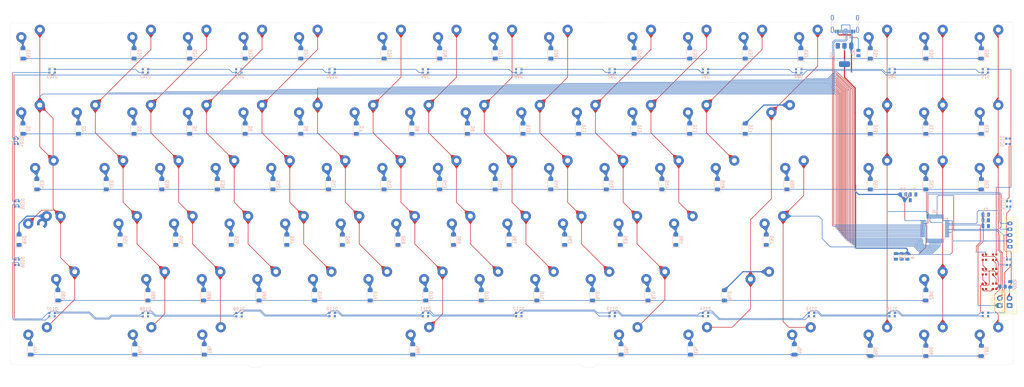
<source format=kicad_pcb>
(kicad_pcb (version 20240706) (generator "pcbnew") (generator_version "8.99")
  (layers (0 "F.Cu" signal) (31 "B.Cu" signal) (34 "B.Paste" user) (35 "F.Paste" user) (36 "B.SilkS" user "B.Silkscreen") (37 "F.SilkS" user "F.Silkscreen") (38 "B.Mask" user) (39 "F.Mask" user) (44 "Edge.Cuts" user))
  (net 0 "")
  (net 1 "+3.3V")
  (net 2 "GND")
  (net 3 "RST")
  (net 4 "+5V")
  (net 5 "CLK")
  (net 6 "DIO")
  (net 7 "boot")
  (net 8 "D-")
  (net 9 "D+")
  (net 12 "RGB")
  (net 14 "Net-(D83-DOUT)")
  (net 15 "Net-(D84-DOUT)")
  (net 16 "Net-(D85-DOUT)")
  (net 17 "Net-(D87-DOUT)")
  (net 26 "Net-(D1-K)")
  (net 27 "Net-(D1-A)")
  (net 28 "Net-(D2-A)")
  (net 29 "Net-(D3-A)")
  (net 30 "Net-(D4-A)")
  (net 31 "Net-(D5-A)")
  (net 32 "Net-(D6-A)")
  (net 33 "Net-(D7-A)")
  (net 34 "Net-(D8-A)")
  (net 35 "Net-(D9-A)")
  (net 36 "Net-(D10-A)")
  (net 37 "Net-(D11-A)")
  (net 38 "Net-(D12-A)")
  (net 39 "Net-(D13-A)")
  (net 40 "Net-(D14-A)")
  (net 41 "Net-(D16-A)")
  (net 42 "Net-(D17-A)")
  (net 43 "Net-(D18-A)")
  (net 44 "Net-(D19-A)")
  (net 45 "Net-(D19-K)")
  (net 46 "Net-(D20-A)")
  (net 47 "Net-(D21-A)")
  (net 48 "Net-(D22-A)")
  (net 49 "Net-(D23-A)")
  (net 50 "Net-(D24-K)")
  (net 51 "Net-(D24-A)")
  (net 52 "Net-(D25-A)")
  (net 53 "Net-(D26-A)")
  (net 54 "Net-(D27-A)")
  (net 55 "Net-(D28-A)")
  (net 56 "Net-(D29-A)")
  (net 57 "Net-(D30-A)")
  (net 58 "Net-(D31-A)")
  (net 59 "Net-(D32-A)")
  (net 60 "Net-(D33-DIN)")
  (net 61 "Net-(D34-A)")
  (net 62 "Net-(D35-A)")
  (net 63 "Net-(D36-A)")
  (net 64 "Net-(D37-A)")
  (net 65 "Net-(D38-A)")
  (net 66 "Net-(D39-A)")
  (net 67 "Net-(D40-A)")
  (net 68 "Net-(D41-A)")
  (net 69 "Net-(D42-A)")
  (net 70 "Net-(D43-A)")
  (net 71 "Net-(D44-A)")
  (net 72 "Net-(D45-A)")
  (net 73 "Net-(D46-A)")
  (net 74 "Net-(D47-A)")
  (net 75 "Net-(D48-A)")
  (net 76 "Net-(D49-K)")
  (net 77 "Net-(D49-A)")
  (net 78 "Net-(D50-A)")
  (net 79 "Net-(D51-A)")
  (net 80 "Net-(D52-A)")
  (net 81 "Net-(D53-A)")
  (net 82 "Net-(D54-A)")
  (net 83 "Net-(D55-A)")
  (net 84 "Net-(D56-A)")
  (net 85 "Net-(D57-A)")
  (net 86 "Net-(D58-A)")
  (net 87 "Net-(D59-A)")
  (net 88 "Net-(D60-A)")
  (net 89 "Net-(D61-A)")
  (net 90 "Net-(D62-A)")
  (net 91 "Net-(D63-A)")
  (net 92 "Net-(D64-A)")
  (net 93 "Net-(D65-A)")
  (net 94 "Net-(D65-K)")
  (net 95 "Net-(D66-A)")
  (net 96 "Net-(D67-A)")
  (net 97 "Net-(D68-A)")
  (net 98 "Net-(D69-A)")
  (net 99 "Net-(D70-A)")
  (net 100 "Net-(D71-A)")
  (net 101 "Net-(D72-A)")
  (net 102 "Net-(D73-A)")
  (net 103 "Net-(D74-A)")
  (net 104 "Net-(D75-A)")
  (net 105 "Net-(D76-A)")
  (net 106 "Net-(D77-A)")
  (net 107 "Net-(D77-K)")
  (net 108 "Net-(D78-A)")
  (net 109 "Net-(D79-A)")
  (net 110 "Net-(D15-DOUT)")
  (net 111 "Net-(D81-A)")
  (net 112 "Net-(D82-A)")
  (net 113 "Net-(D86-A)")
  (net 114 "Net-(D90-A)")
  (net 115 "Net-(D93-A)")
  (net 116 "Net-(D94-A)")
  (net 117 "Net-(D95-A)")
  (net 118 "Net-(D96-A)")
  (net 119 "Net-(D97-A)")
  (net 120 "C0")
  (net 121 "C1")
  (net 122 "C2")
  (net 123 "C3")
  (net 124 "C4")
  (net 125 "C5")
  (net 126 "C6")
  (net 127 "C7")
  (net 128 "C8")
  (net 129 "C9")
  (net 130 "C10")
  (net 131 "C11")
  (net 132 "C12")
  (net 133 "C13")
  (net 134 "C14")
  (net 135 "C15")
  (net 136 "C16")
  (net 137 "C17")
  (net 138 "Net-(D15-DIN)")
  (net 139 "Net-(D80-DOUT)")
  (net 140 "Net-(D89-DOUT)")
  (net 141 "Net-(D91-DOUT)")
  (net 142 "Net-(D92-DOUT)")
  (net 143 "Net-(D98-DOUT)")
  (net 144 "Net-(D100-DIN)")
  (net 145 "Net-(D100-DOUT)")
  (net 146 "Net-(D101-DOUT)")
  (net 147 "Net-(D102-DOUT)")
  (net 148 "Net-(D103-DOUT)")
  (net 149 "Net-(D104-DOUT)")
  (net 150 "Net-(D105-DOUT)")
  (net 151 "Net-(D106-DOUT)")
  (net 152 "Net-(D107-DOUT)")
  (net 153 "Net-(D108-DOUT)")
  (net 154 "Net-(D109-DOUT)")
  (net 155 "Net-(D110-DOUT)")
  (net 156 "Net-(D111-DOUT)")
  (net 157 "Net-(D112-DOUT)")
  (net 158 "Net-(D113-DOUT)")
  (net 159 "Net-(D114-DOUT)")
  (net 160 "Net-(D115-DOUT)")
  (net 161 "Net-(D116-DOUT)")
  (net 162 "Net-(D117-DOUT)")
  (net 163 "Net-(D118-DOUT)")
  (net 164 "Net-(D119-DOUT)")
  (net 166 "Net-(J1-CC1)")
  (footprint "MX_cherry:MXOnly-1U_N" (layer "F.Cu") (at 1059.56 -625.91)
    (property "Reference" "SW82" (hide yes))
    (property "Value" "SW_Push" (hide yes))
  )
  (footprint "MX_cherry:MXOnly-1.5U_N" (layer "F.Cu") (at 754.753 -664.01)
    (property "Reference" "SW24" (hide yes))
    (property "Value" "SW_Push" (hide yes))
  )
  (footprint "LED_SMD:LED_WS2812B-2020_PLCC4_2.0x2.0mm" (layer "F.Cu") (at 1076.41 -635.98 90)
    (property "Reference" "D83" (hide yes))
    (property "Value" "WS2812B-2020" (hide yes))
  )
  (footprint "MX_cherry:MXOnly-1U_N" (layer "F.Cu") (at 964.3025 -625.91)
    (property "Reference" "SW76" (hide yes))
    (property "Value" "SW_Push" (hide yes))
  )
  (footprint "MX_cherry:MXOnly-1U_N" (layer "F.Cu") (at 959.55 -708.86)
    (property "Reference" "SW29" (hide yes))
    (property "Value" "SW_Push" (hide yes))
  )
  (footprint "MX_cherry:MXOnly-1U_N" (layer "F.Cu") (at 816.665 -664.01)
    (property "Reference" "SW39" (hide yes))
    (property "Value" "SW_Push" (hide yes))
  )
  (footprint "MX_cherry:MXOnly-1U_N" (layer "F.Cu") (at 911.915 -664.01)
    (property "Reference" "SW44" (hide yes))
    (property "Value" "SW_Push" (hide yes))
  )
  (footprint "Connector_JST:JST_EH_B2B-EH-A_1x02_P2.50mm_Vertical" (layer "F.Cu") (at 1085.005 -619.39 90)
    (property "Reference" "SWbôtrst1")
    (property "Value" "SW_Push")
  )
  (footprint "MX_cherry:MXOnly-1U_N" (layer "F.Cu") (at 811.9025 -625.91)
    (property "Reference" "SW68" (hide yes))
    (property "Value" "SW_Push" (hide yes))
  )
  (footprint "MX_cherry:MXOnly-1U_N" (layer "F.Cu") (at 783.3275 -644.96)
    (property "Reference" "SW54" (hide yes))
    (property "Value" "SW_Push" (hide yes))
  )
  (footprint "MX_cherry:MXOnly-1U_N" (layer "F.Cu") (at 1040.51 -683.05)
    (property "Reference" "SW16" (hide yes))
    (property "Value" "SW_Push" (hide yes))
  )
  (footprint "MX_cherry:MXOnly-1U_N" (layer "F.Cu") (at 1040.51 -664)
    (property "Reference" "SW51" (hide yes))
    (property "Value" "SW_Push" (hide yes))
  )
  (footprint "MX_cherry:MXOnly-1U_N" (layer "F.Cu") (at 845.24 -683.06)
    (property "Reference" "SW6" (hide yes))
    (property "Value" "SW_Push" (hide yes))
  )
  (footprint "MX_cherry:MXOnly-1.25U_N" (layer "F.Cu") (at 812.0665 -606.87)
    (property "Reference" "SW81" (hide yes))
    (property "Value" "SW_Push" (hide yes))
  )
  (footprint "MX_cherry:MXOnly-1U_N" (layer "F.Cu") (at 1059.56 -664)
    (property "Reference" "SW52" (hide yes))
    (property "Value" "SW_Push" (hide yes))
  )
  (footprint "LED_SMD:LED_WS2812B-2020_PLCC4_2.0x2.0mm" (layer "F.Cu") (at 1076.41 -625.98 90)
    (property "Reference" "D85" (hide yes))
    (property "Value" "WS2812B-2020" (hide yes))
  )
  (footprint "MX_cherry:MXOnly-1U_N" (layer "F.Cu") (at 778.565 -664.01)
    (property "Reference" "SW37" (hide yes))
    (property "Value" "SW_Push" (hide yes))
  )
  (footprint "MX_cherry:MXOnly-1U_N" (layer "F.Cu") (at 897.6275 -644.96)
    (property "Reference" "SW60" (hide yes))
    (property "Value" "SW_Push" (hide yes))
  )
  (footprint "MX_cherry:MXOnly-1U_N" (layer "F.Cu") (at 788.09 -683.06)
    (property "Reference" "SW3" (hide yes))
    (property "Value" "SW_Push" (hide yes))
  )
  (footprint "MX_cherry:MXOnly-1U_N" (layer "F.Cu") (at 997.65 -708.86)
    (property "Reference" "SW31" (hide yes))
    (property "Value" "SW_Push" (hide yes))
  )
  (footprint "MX_cherry:MXOnly-1U_N" (layer "F.Cu") (at 888.1025 -625.91)
    (property "Reference" "SW72" (hide yes))
    (property "Value" "SW_Push" (hide yes))
  )
  (footprint "MX_cherry:MXOnly-1U_N" (layer "F.Cu") (at 978.59 -683.06)
    (property "Reference" "SW13" (hide yes))
    (property "Value" "SW_Push" (hide yes))
  )
  (footprint "MX_cherry:MXOnly-1U_N" (layer "F.Cu") (at 769.04 -683.06)
    (property "Reference" "SW2" (hide yes))
    (property "Value" "SW_Push" (hide yes))
  )
  (footprint "MX_cherry:MXOnly-1U_N" (layer "F.Cu") (at 954.7775 -644.96)
    (property "Reference" "SW63" (hide yes))
    (property "Value" "SW_Push" (hide yes))
  )
  (footprint "MX_cherry:MXOnly-1U_N" (layer "F.Cu") (at 883.34 -683.06)
    (property "Reference" "SW8" (hide yes))
    (property "Value" "SW_Push" (hide yes))
  )
  (footprint "MX_cherry:MXOnly-1U_N" (layer "F.Cu") (at 892.865 -664.01)
    (property "Reference" "SW43" (hide yes))
    (property "Value" "SW_Push" (hide yes))
  )
  (footprint "MX_cherry:MXOnly-1.25U_N" (layer "F.Cu") (at 752.371 -644.96)
    (property "Reference" "SW1002" (hide yes))
    (property "Value" "SW_Push" (hide yes))
  )
  (footprint "MX_cherry:MXOnly-1U_N" (layer "F.Cu") (at 797.615 -664.01)
    (property "Reference" "SW38" (hide yes))
    (property "Value" "SW_Push" (hide yes))
  )
  (footprint "MX_cherry:MXOnly-1U_N" (layer "F.Cu") (at 969.065 -664.01)
    (property "Reference" "SW47" (hide yes))
    (property "Value" "SW_Push" (hide yes))
  )
  (footprint "MX_cherry:MXOnly-1U_N" (layer "F.Cu") (at 807.14 -683.06)
    (property "Reference" "SW4" (hide yes))
    (property "Value" "SW_Push" (hide yes))
  )
  (footprint "LED_SMD:LED_WS2812B-2020_PLCC4_2.0x2.0mm" (layer "F.Cu") (at 1079.91 -635.98 -90)
    (property "Reference" "D33" (hide yes))
    (property "Value" "WS2812B-2020" (hide yes))
  )
  (footprint "MX_cherry:MXOnly-1U_N" (layer "F.Cu") (at 802.3775 -644.96)
    (property "Reference" "SW55" (hide yes))
    (property "Value" "SW_Push" (hide yes))
  )
  (footprint "MX_cherry:MXOnly-2.25U-ReversedStabilizers_N" (layer "F.Cu") (at 1004.8581 -644.96)
    (property "Reference" "SW67" (hide yes))
    (property "Value" "SW_Push" (hide yes))
  )
  (footprint "MX_cherry:MXOnly-1U_N" (layer "F.Cu") (at 826.2 -708.86)
    (property "Reference" "SW22" (hide yes))
    (property "Value" "SW_Push" (hide yes))
  )
  (footprint "MX_cherry:MXOnly-1U_N" (layer "F.Cu") (at 1078.61 -606.86)
    (property "Reference" "SW97" (hide yes))
    (property "Value" "SW_Push" (hide yes))
  )
  (footprint "MX_cherry:MXOnly-1U_N" (layer "F.Cu") (at 940.49 -683.06)
    (property "Reference" "SW11" (hide yes))
    (property "Value" "SW_Push" (hide yes))
  )
  (footprint "MX_cherry:MXOnly-1U_N" (layer "F.Cu") (at 750.01 -708.85)
    (property "Reference" "SW19" (hide yes))
    (property "Value" "SW_Push" (hide yes))
  )
  (footprint "MX_cherry:MXOnly-1U_N" (layer "F.Cu") (at 1078.61 -683.05)
    (property "Reference" "SW18" (hide yes))
    (property "Value" "SW_Push" (hide yes))
  )
  (footprint "MX_cherry:MXOnly-1U_N" (layer "F.Cu") (at 873.83 -708.86)
    (property "Reference" "SW25" (hide yes))
    (property "Value" "SW_Push" (hide yes))
  )
  (footprint "MX_cherry:MXOnly-2U_N" (layer "F.Cu") (at 1007.165 -683.06)
    (property "Reference" "SW1001" (hide yes))
    (property "Value" "SW_Push" (hide yes))
  )
  (footprint "MX_cherry:MXOnly-2.75U_N" (layer "F.Cu") (at 1000.0215 -625.91)
    (property "Reference" "SW1000" (hide yes))
    (property "Value" "SW_Push" (hide yes))
  )
  (footprint "MX_cherry:MXOnly-1.25U_N" (layer "F.Cu") (at 978.754 -606.87)
    (property "Reference" "SW93" (hide yes))
    (property "Value" "SW_Push" (hide yes))
  )
  (footprint "MX_cherry:MXOnly-7U-ReversedStabilizers_N" (layer "F.Cu") (at 883.504 -606.87)
    (property "Reference" "SW86" (hide yes))
    (property "Value" "SW_Push" (hide yes))
  )
  (footprint "MX_cherry:MXOnly-1U_N" (layer "F.Cu") (at 902.39 -683.06)
    (property "Reference" "SW9" (hide yes))
    (property "Value" "SW_Push" (hide yes))
  )
  (footprint "MX_cherry:MXOnly-1U_N" (layer "F.Cu") (at 950.015 -664.01)
    (property "Reference" "SW46" (hide yes))
    (property "Value" "SW_Push" (hide yes))
  )
  (footprint "MX_cherry:MXOnly-1U_N" (layer "F.Cu") (at 935.7275 -644.96)
    (property "Reference" "SW62" (hide yes))
    (property "Value" "SW_Push" (hide yes))
  )
  (footprint "MX_cherry:MXOnly-1U_N" (layer "F.Cu") (at 854.765 -664.01)
    (property "Reference" "SW41" (hide yes))
    (property "Value" "SW_Push" (hide yes))
  )
  (footprint "MX_cherry:MXOnly-1U_N" (layer "F.Cu") (at 959.54 -683.06)
    (property "Reference" "SW12" (hide yes))
    (property "Value" "SW_Push" (hide yes))
  )
  (footprint "MX_cherry:MXOnly-1.75U_N" (layer "F.Cu") (at 757.134 -644.96)
    (property "Reference" "SW49" (hide yes))
    (property "Value" "SW_Push" (hide yes))
  )
  (footprint "Connector_JST:JST_EH_B2B-EH-A_1x02_P2.50mm_Vertical" (layer "F.Cu") (at 1081.685 -619.4 90)
    (property "Reference" "SWbôt1")
    (property "Value" "SW_Push")
  )
  (footprint "MX_cherry:MXOnly-1.5U_N" (layer "F.Cu") (at 1011.928 -664.01)
    (property "Reference" "SW50" (hide yes))
    (property "Value" "SW_Push" (hide yes))
  )
  (footprint "MX_cherry:MXOnly-1U_N" (layer "F.Cu") (at 1059.56 -683.05)
    (property "Reference" "SW17" (hide yes))
    (property "Value" "SW_Push" (hide yes))
  )
  (footprint "LED_SMD:LED_WS2812B-2020_PLCC4_2.0x2.0mm" (layer "F.Cu") (at 1076.41 -630.98 90)
    (property "Reference" "D84" (hide yes))
    (property "Value" "WS2812B-2020" (hide yes))
  )
  (footprint "MX_cherry:MXOnly-1U_N" (layer "F.Cu") (at 921.44 -683.06)
    (property "Reference" "SW10" (hide yes))
    (property "Value" "SW_Push" (hide yes))
  )
  (footprint "MX_cherry:MXOnly-1U_N" (layer "F.Cu") (at 1016.7 -708.86)
    (property "Reference" "SW32" (hide yes))
    (property "Value" "SW_Push" (hide yes))
  )
  (footprint "Connector_JST:JST_PH_B5B-PH-K_1x05_P2.00mm_Vertical" (layer "F.Cu") (at 1085.15 -639.55 90)
    (property "Reference" "J2")
    (property "Value" "Conn_01x05_Socket")
  )
  (footprint "MX_cherry:MXOnly-2.25U_N" (layer "F.Cu") (at 761.9706 -625.91)
    (property "Reference" "SW65" (hide yes))
    (property "Value" "SW_Push" (hide yes))
  )
  (footprint "MX_cherry:MXOnly-1.25U_N" (layer "F.Cu") (at 1014.31 -606.85)
    (property "Reference" "SW94" (hide yes))
    (property "Value" "SW_Push" (hide yes))
  )
  (footprint "MX_cherry:MXOnly-1U_N" (layer "F.Cu") (at 892.88 -708.86)
    (property "Reference" "SW26" (hide yes))
    (property "Value" "SW_Push" (hide yes))
  )
  (footprint "LED_SMD:LED_WS2812B-2020_PLCC4_2.0x2.0mm" (layer "F.Cu") (at 1079.91 -625.98 -90)
    (property "Reference" "D87" (hide yes))
    (property "Value" "WS2812B-2020" (hide yes))
  )
  (footprint "MX_cherry:MXOnly-1U_N" (layer "F.Cu") (at 807.15 -708.86)
    (property "Reference" "SW21" (hide yes))
    (property "Value" "SW_Push" (hide yes))
  )
  (footprint "MX_cherry:MXOnly-1U_N" (layer "F.Cu") (at 845.25 -708.86)
    (property "Reference" "SW23" (hide yes))
    (property "Value" "SW_Push" (hide yes))
  )
  (footprint "MX_cherry:MXOnly-1U_N" (layer "F.Cu") (at 873.815 -664.01)
    (property "Reference" "SW42" (hide yes))
    (property "Value" "SW_Push" (hide yes))
  )
  (footprint "MX_cherry:MXOnly-1U_N" (layer "F.Cu") (at 840.4775 -644.96)
    (property "Reference" "SW57" (hide yes))
    (property "Value" "SW_Push" (hide yes))
  )
  (footprint "MX_cherry:MXOnly-1U_N" (layer "F.Cu") (at 1040.51 -606.86)
    (property "Reference" "SW95" (hide yes))
    (property "Value" "SW_Push" (hide yes))
  )
  (footprint "MX_cherry:MXOnly-1U_N" (layer "F.Cu") (at 916.6775 -644.96)
    (property "Reference" "SW61" (hide yes))
    (property "Value" "SW_Push" (hide yes))
  )
  (footprint "MX_cherry:MXOnly-1U_N" (layer "F.Cu") (at 792.8525 -625.91)
    (property "Reference" "SW66" (hide yes))
    (property "Value" "SW_Push" (hide yes))
  )
  (footprint "MX_cherry:MXOnly-1U_N" (layer "F.Cu") (at 930.98 -708.86)
    (property "Reference" "SW28" (hide yes))
    (property "Value" "SW_Push" (hide yes))
  )
  (footprint "MX_cherry:MXOnly-1U_N" (layer "F.Cu") (at 1078.61 -664)
    (property "Reference" "SW53" (hide yes))
    (property "Value" "SW_Push" (hide yes))
  )
  (footprint "MX_cherry:MXOnly-1U_N" (layer "F.Cu") (at 973.8275 -644.96)
    (property "Reference" "SW64" (hide yes))
    (property "Value" "SW_Push" (hide yes))
  )
  (footprint "MX_cherry:MXOnly-1.25U_N" (layer "F.Cu") (at 954.9415 -606.87)
    (property "Reference" "SW90" (hide yes))
    (property "Value" "SW_Push" (hide yes))
  )
  (footprint "MX_cherry:MXOnly-1.25U_N" (layer "F.Cu") (at 788.254 -606.87)
    (property "Reference" "SW78" (hide yes))
    (property "Value" "SW_Push" (hide yes))
  )
  (footprint "MX_cherry:MXOnly-1U_N" (layer "F.Cu") (at 1040.51 -708.85)
    (property "Reference" "SW34" (hide yes))
    (property "Value" "SW_Push" (hide yes))
  )
  (footprint "MX_cherry:MXOnly-1U_N" (layer "F.Cu") (at 864.29 -683.06)
    (property "Reference" "SW7" (hide yes))
    (property "Value" "SW_Push" (hide yes))
  )
  (footprint "MX_cherry:MXOnly-1U_N" (layer "F.Cu") (at 911.93 -708.86)
    (property "Reference" "SW27" (hide yes))
    (property "Value" "SW_Push" (hide yes))
  )
  (footprint "MX_cherry:MXOnly-1U_N" (layer "F.Cu") (at 930.965 -664.01)
    (property "Reference" "SW45" (hide yes))
    (property "Value" "SW_Push" (hide yes))
  )
  (footprint "MX_cherry:MXOnly-1U_N" (layer "F.Cu") (at 1059.56 -606.86)
    (property "Reference" "SW96" (hide yes))
    (property "Value" "SW_Push" (hide yes))
  )
  (footprint "MX_cherry:MXOnly-1U_N" (layer "F.Cu") (at 788.1 -708.86)
    (property "Reference" "SW20" (hide yes))
    (property "Value" "SW_Push" (hide yes))
  )
  (footprint "MX_cherry:MXOnly-1U_N" (layer "F.Cu") (at 749.99 -683.06)
    (property "Reference" "SW1" (hide yes))
    (property "Value" "SW_Push" (hide yes))
  )
  (footprint "MX_cherry:MXOnly-1U_N" (layer "F.Cu") (at 945.2525 -625.91)
    (property "Reference" "SW75" (hide yes))
    (property "Value" "SW_Push" (hide yes))
  )
  (footprint "MX_cherry:MXOnly-1U_N" (layer "F.Cu") (at 988.115 -664.01)
    (property "Reference" "SW48" (hide yes))
    (property "Value" "SW_Push" (hide yes))
  )
  (footprint "LED_SMD:LED_WS2812B-2020_PLCC4_2.0x2.0mm" (layer "F.Cu") (at 1079.91 -630.98 -90)
    (property "Reference" "D88" (hide yes))
    (property "Value" "WS2812B-2020" (hide yes))
  )
  (footprint "MX_cherry:MXOnly-1U_N" (layer "F.Cu") (at 830.9525 -625.91)
    (property "Reference" "SW69" (hide yes))
    (property "Value" "SW_Push" (hide yes))
  )
  (footprint "MX_cherry:MXOnly-1U_N" (layer "F.Cu") (at 926.2025 -625.91)
    (property "Reference" "SW74" (hide yes))
    (property "Value" "SW_Push" (hide yes))
  )
  (footprint "MX_cherry:MXOnly-1U_N" (layer "F.Cu") (at 850.0025 -625.91)
    (property "Reference" "SW70" (hide yes))
    (property "Value" "SW_Push" (hide yes))
  )
  (footprint "MX_cherry:MXOnly-1U_N" (layer "F.Cu") (at 878.5775 -644.96)
    (property "Reference" "SW59" (hide yes))
    (property "Value" "SW_Push" (hide yes))
  )
  (footprint "MX_cherry:MXOnly-1U_N" (layer "F.Cu") (at 869.0525 -625.91)
    (property "Reference" "SW71" (hide yes))
    (property "Value" "SW_Push" (hide yes))
  )
  (footprint "MX_cherry:MXOnly-1U_N" (layer "F.Cu") (at 907.1525 -625.91)
    (property "Reference" "SW73" (hide yes))
    (property "Value" "SW_Push" (hide yes))
  )
  (footprint "MX_cherry:MXOnly-1U_N" (layer "F.Cu") (at 978.6 -708.86)
    (property "Reference" "SW30" (hide yes))
    (property "Value" "SW_Push" (hide yes))
  )
  (footprint "MX_cherry:MXOnly-1.25U_N" (layer "F.Cu") (at 752.44 -606.87)
    (property "Reference" "SW77" (hide yes))
    (property "Value" "SW_Push" (hide yes))
  )
  (footprint "MX_cherry:MXOnly-1U_N" (layer "F.Cu") (at 826.19 -683.06)
    (property "Reference" "SW5" (hide yes))
    (property "Value" "SW_Push" (hide yes))
  )
  (footprint "MX_cherry:MXOnly-1U_N" (layer "F.Cu") (at 1059.56 -708.85)
    (property "Reference" "SW35" (hide yes))
    (property "Value" "SW_Push" (hide yes))
  )
  (footprint "MX_cherry:MXOnly-1U_N" (layer "F.Cu") (at 821.4275 -644.96)
    (property "Reference" "SW56" (hide yes))
    (property "Value" "SW_Push" (hide yes))
  )
  (footprint "MX_cherry:MXOnly-1U_N" (layer "F.Cu") (at 1078.61 -708.85)
    (property "Reference" "SW36" (hide yes))
    (property "Value" "SW_Push" (hide yes))
  )
  (footprint "MX_cherry:MXOnly-1U_N" (layer "F.Cu") (at 835.715 -664.01)
    (property "Reference" "SW40" (hide yes))
    (property "Value" "SW_Push" (hide yes))
  )
  (footprint "MX_cherry:MXOnly-1U_N" (layer "F.Cu") (at 859.5275 -644.96)
    (property "Reference" "SW58" (hide yes))
    (property "Value" "SW_Push" (hide yes))
  )
  (footprint "Diode_SMD:D_MiniMELF" (layer "B.Cu") (at 822.955 -680.0325 90)
    (property "Reference" "D5")
    (property "Value" "D_Small")
  )
  (footprint "Diode_SMD:D_MiniMELF" (layer "B.Cu") (at 975.355 -680.0325 90)
    (property "Reference" "D13")
    (property "Value" "D_Small")
  )
  (footprint "Diode_SMD:D_MiniMELF" (layer "B.Cu") (at 1037.275 -660.9725 90)
    (property "Reference" "D51")
    (property "Value" "D_Small")
  )
  (footprint "Diode_SMD:D_MiniMELF" (layer "B.Cu") (at 784.855 -680.0325 90)
    (property "Reference" "D3")
    (property "Value" "D_Small")
  )
  (footprint "Resistor_SMD:R_0805_2012Metric" (layer "B.Cu") (at 1033.2 -705.9625 -90)
    (property "Reference" "R2")
    (property "Value" "R_Small")
  )
  (footprint "Diode_SMD:D_MiniMELF" (layer "B.Cu") (at 746.775 -705.8225 90)
    (property "Reference" "D19")
    (property "Value" "D_Small")
  )
  (footprint "Diode_SMD:D_MiniMELF" (layer "B.Cu") (at 751.518 -660.9825 90)
    (property "Reference" "D24")
    (property "Value" "D_Small")
  )
  (footprint "Diode_SMD:D_MiniMELF" (layer "B.Cu") (at 875.3425 -641.9325 90)
    (property "Reference" "D59")
    (property "Value" "D_Small")
  )
  (footprint "LED_SMD:LED_WS2812B-2020_PLCC4_2.0x2.0mm" (layer "B.Cu") (at 852.775 -616.325 180)
    (property "Reference" "D110")
    (property "Value" "WS2812B-2020")
  )
  (footprint "LED_SMD:LED_WS2812B-2020_PLCC4_2.0x2.0mm" (layer "B.Cu") (at 820.835 -616.25 180)
    (property "Reference" "D109")
    (property "Value" "WS2812B-2020")
  )
  (footprint "Diode_SMD:D_MiniMELF" (layer "B.Cu") (at 1056.325 -603.8325 90)
    (property "Reference" "D96")
    (property "Value" "D_Small")
  )
  (footprint "Diode_SMD:D_MiniMELF" (layer "B.Cu") (at 908.68 -660.9825 90)
    (property "Reference" "D44")
    (property "Value" "D_Small")
  )
  (footprint "LED_SMD:LED_WS2812B-2020_PLCC4_2.0x2.0mm" (layer "B.Cu") (at 1084.75 -654.24 -90)
    (property "Reference" "D119")
    (property "Value" "WS2812B-2020")
  )
  (footprint "Diode_SMD:D_MiniMELF" (layer "B.Cu") (at 1011.251499 -604.335 90)
    (property "Reference" "D94")
    (property "Value" "D_Small")
  )
  (footprint "Diode_SMD:D_MiniMELF" (layer "B.Cu") (at 785.128 -604.335 90)
    (property "Reference" "D78")
    (property "Value" "D_Small")
  )
  (footprint "Diode_SMD:D_MiniMELF" (layer "B.Cu") (at 789.6175 -622.8825 90)
    (property "Reference" "D66")
    (property "Value" "D_Small")
  )
  (footprint "Diode_SMD:D_MiniMELF" (layer "B.Cu") (at 994.415 -705.8325 90)
    (property "Reference" "D31")
    (property "Value" "D_Small")
  )
  (footprint "Diode_SMD:D_MiniMELF" (layer "B.Cu") (at 961.0675 -622.8825 90)
    (property "Reference" "D76")
    (property "Value" "D_Small")
  )
  (footprint "Diode_SMD:D_MiniMELF" (layer "B.Cu") (at 837.2425 -641.9325 90)
    (property "Reference" "D57")
    (property "Value" "D_Small")
  )
  (footprint "Diode_SMD:D_MiniMELF" (layer "B.Cu") (at 1075.375 -705.8225 90)
    (property "Reference" "D36")
    (property "Value" "D_Small")
  )
  (footprint "Diode_SMD:D_MiniMELF" (layer "B.Cu") (at 913.4425 -641.9325 90)
    (property "Reference" "D61")
    (property "Value" "D_Small")
  )
  (footprint "Diode_SMD:D_MiniMELF" (layer "B.Cu") (at 1075.375 -660.9725 90)
    (property "Reference" "D53")
    (property "Value" "D_Small")
  )
  (footprint "Diode_SMD:D_MiniMELF" (layer "B.Cu") (at 880.378 -604.335 90)
    (property "Reference" "D86")
    (property "Value" "D_Small")
  )
  (footprint "LED_SMD:LED_WS2812B-2020_PLCC4_2.0x2.0mm" (layer "B.Cu") (at 788.75 -616.25 180)
    (property "Reference" "D108")
    (property "Value" "WS2812B-2020")
  )
  (footprint "Diode_SMD:D_MiniMELF" (layer "B.Cu") (at 956.305 -680.0325 90)
    (property "Reference" "D12")
    (property "Value" "D_Small")
  )
  (footprint "Diode_SMD:D_MiniMELF" (layer "B.Cu") (at 865.8175 -622.8825 90)
    (property "Reference" "D71")
    (property "Value" "D_Small")
  )
  (footprint "Diode_SMD:D_MiniMELF" (layer "B.Cu") (at 799.1425 -641.9325 90)
    (property "Reference" "D55")
    (property "Value" "D_Small")
  )
  (footprint "Diode_SMD:D_MiniMELF" (layer "B.Cu") (at 813.43 -660.9825 90)
    (property "Reference" "D39")
    (property "Value" "D_Small")
  )
  (footprint "LED_SMD:LED_WS2812B-2020_PLCC4_2.0x2.0mm" (layer "B.Cu") (at 756.75 -616.25 180)
    (property "Reference" "D107")
    (property "Value" "WS2812B-2020")
  )
  (footprint "Diode_SMD:D_MiniMELF" (layer "B.Cu") (at 946.78 -660.9825 90)
    (property "Reference" "D46")
    (property "Value" "D_Small")
  )
  (footprint "Diode_SMD:D_MiniMELF" (layer "B.Cu") (at 1001.6231 -641.9325 90)
    (property "Reference" "D67")
    (property "Value" "D_Small")
  )
  (footprint "LED_SMD:LED_WS2812B-2020_PLCC4_2.0x2.0mm" (layer "B.Cu") (at 1044.76 -699.85)
    (property "Reference" "D80")
    (property "Value" "WS2812B-2020")
  )
  (footprint "Diode_SMD:D_MiniMELF" (layer "B.Cu") (at 818.1925 -641.9325 90)
    (property "Reference" "D56")
    (property "Value" "D_Small")
  )
  (footprint "Diode_SMD:D_MiniMELF" (layer "B.Cu") (at 822.965 -705.8325 90)
    (property "Reference" "D22")
    (property "Value" "D_Small")
  )
  (footprint "Capacitor_SMD:C_0805_2012Metric" (layer "B.Cu") (at 1048.520987 -657.490052 180)
    (property "Reference" "C9")
    (property "Value" "4.7uF")
  )
  (footprint "Diode_SMD:D_MiniMELF" (layer "B.Cu") (at 832.48 -660.9825 90)
    (property "Reference" "D40")
    (property "Value" "D_Small")
  )
  (footprint "Diode_SMD:D_MiniMELF" (layer "B.Cu") (at 927.745 -705.8325 90)
    (property "Reference" "D28")
    (property "Value" "D_Small")
  )
  (footprint "Diode_SMD:D_MiniMELF" (layer "B.Cu") (at 922.9675 -622.8825 90)
    (property "Reference" "D74")
    (property "Value" "D_Small")
  )
  (footprint "LED_SMD:LED_WS2812B-2020_PLCC4_2.0x2.0mm" (layer "B.Cu") (at 980.775 -616.325 180)
    (property "Reference" "D114")
    (property "Value" "WS2812B-2020")
  )
  (footprint "Diode_SMD:D_MiniMELF" (layer "B.Cu") (at 987.2615 -622.8825 90)
    (property "Reference" "D79")
    (property "Value" "D_Small")
  )
  (footprint "Diode_SMD:D_MiniMELF" (layer "B.Cu") (at 894.3925 -641.9325 90)
    (property "Reference" "D60")
    (property "Value" "D_Small")
  )
  (footprint "Package_TO_SOT_SMD:SOT-223-3_TabPin2" (layer "B.Cu") (at 1028.4375 -705.3 -90)
    (property "Reference" "U2")
    (property "Value" "AMS1117")
  )
  (footprint "LED_SMD:LED_WS2812B-2020_PLCC4_2.0x2.0mm" (layer "B.Cu") (at 852.77 -699.83)
    (property "Reference" "D100")
    (property "Value" "WS2812B-2020")
  )
  (footprint "Diode_SMD:D_MiniMELF" (layer "B.Cu") (at 899.155 -680.0325 90)
    (property "Reference" "D9")
    (property "Value" "D_Small")
  )
  (footprint "Capacitor_SMD:C_0805_2012Metric" (layer "B.Cu") (at 1076.850987 -650.585052 180)
    (property "Reference" "C1")
    (property "Value" "100nF")
  )
  (footprint "LED_SMD:LED_WS2812B-2020_PLCC4_2.0x2.0mm" (layer "B.Cu") (at 756.78 -699.84)
    (property "Reference" "D103")
    (property "Value" "WS2812B-2020")
  )
  (footprint "LED_SMD:LED_WS2812B-2020_PLCC4_2.0x2.0mm" (layer "B.Cu") (at 1076.75 -616.35 180)
    (property "Reference" "D117")
    (property "Value" "WS2812B-2020")
  )
  (footprint "Diode_SMD:D_MiniMELF" (layer "B.Cu") (at 808.6675 -622.8825 90)
    (property "Reference" "D68")
    (property "Value" "D_Small")
  )
  (footprint "Diode_SMD:D_MiniMELF" (layer "B.Cu") (at 994.405 -680.0325 90)
    (property "Reference" "D14")
    (property "Value" "D_Small")
  )
  (footprint "Diode_SMD:D_MiniMELF" (layer "B.Cu") (at 908.695 -705.8325 90)
    (property "Reference" "D27")
    (property "Value" "D_Small")
  )
  (footprint "Capacitor_SMD:C_0805_2012Metric" (layer "B.Cu") (at 1076.840987 -646.650052 180)
    (property "Reference" "C3")
    (property "Value" "100nF")
  )
  (footprint "Resistor_SMD:R_0805_2012Metric" (layer "B.Cu") (at 1082.6075 -625.9)
    (property "Reference" "R1")
    (property "Value" "R_Small")
  )
  (footprint "Diode_SMD:D_MiniMELF" (layer "B.Cu") (at 870.595 -705.8325 90)
    (property "Reference" "D25")
    (property "Value" "D_Small")
  )
  (footprint "Diode_SMD:D_MiniMELF" (layer "B.Cu") (at 884.8675 -622.8825 90)
    (property "Reference" "D72")
    (property "Value" "D_Small")
  )
  (footprint "Diode_SMD:D_MiniMELF" (layer "B.Cu") (at 984.88 -660.9825 90)
    (property "Reference" "D48")
    (property "Value" "D_Small")
  )
  (footprint "LED_SMD:LED_WS2812B-2020_PLCC4_2.0x2.0mm" (layer "B.Cu") (at 1012.77 -699.83)
    (property "Reference" "D89")
    (property "Value" "WS2812B-2020")
  )
  (footprint "Diode_SMD:D_MiniMELF" (layer "B.Cu") (at 1075.375 -680.0225 90)
    (property "Reference" "D18")
    (property "Value" "D_Small")
  )
  (footprint "Diode_SMD:D_MiniMELF" (layer "B.Cu") (at 951.8155 -604.335 90)
    (property "Reference" "D90")
    (property "Value" "D_Small")
  )
  (footprint "Diode_SMD:D_MiniMELF" (layer "B.Cu") (at 745.443487 -641.9325 90)
    (property "Reference" "D49")
    (property "Value" "D_Small")
  )
  (footprint "Diode_SMD:D_MiniMELF" (layer "B.Cu") (at 975.365 -705.8325 90)
    (property "Reference" "D30")
    (property "Value" "D_Small")
  )
  (footprint "Diode_SMD:D_MiniMELF" (layer "B.Cu") (at 1037.275 -603.8325 90)
    (property "Reference" "D95")
    (property "Value" "D_Small")
  )
  (footprint "Diode_SMD:D_MiniMELF" (layer "B.Cu") (at 1008.693 -660.9825 90)
    (property "Reference" "D50")
    (property "Value" "D_Small")
  )
  (footprint "Diode_SMD:D_MiniMELF" (layer "B.Cu") (at 1013.465 -705.8325 90)
    (property "Reference" "D32")
    (property "Value" "D_Small")
  )
  (footprint "Diode_SMD:D_MiniMELF" (layer "B.Cu") (at 780.0925 -641.9325 90)
    (property "Reference" "D54")
    (property "Value" "D_Small")
  )
  (footprint "LED_SMD:LED_WS2812B-2020_PLCC4_2.0x2.0mm" (layer "B.Cu") (at 916.775 -616.325 180)
    (property "Reference" "D112")
    (property "Value" "WS2812B-2020")
  )
  (footprint "Diode_SMD:D_MiniMELF" (layer "B.Cu") (at 1037.275 -680.0225 90)
    (property "Reference" "D16")
    (property "Value" "D_Small")
  )
  (footprint "Capacitor_SMD:C_0805_2012Metric" (layer "B.Cu") (at 1049.980987 -636.250052 90)
    (property "Reference" "C6")
    (property "Value" "4.7uF")
  )
  (footprint "Diode_SMD:D_MiniMELF" (layer "B.Cu") (at 937.255 -680.0325 90)
    (property "Reference" "D11")
    (property "Value" "D_Small")
  )
  (footprint "Diode_SMD:D_MiniMELF" (layer "B.Cu") (at 846.7675 -622.8825 90)
    (property "Reference" "D70")
    (property "Value" "D_Small")
  )
  (footprint "LED_SMD:LED_WS2812B-2020_PLCC4_2.0x2.0mm" (layer "B.Cu") (at 788.78 -699.85)
    (property "Reference" "D102")
    (property "Value" "WS2812B-2020")
  )
  (footprint "Diode_SMD:D_MiniMELF" (layer "B.Cu") (at 765.805 -680.0325 90)
    (property "Reference" "D2")
    (property "Value" "D_Small")
  )
  (footprint "Diode_SMD:D_MiniMELF" (layer "B.Cu") (at 956.315 -705.8325 90)
    (property "Reference" "D29")
    (property "Value" "D_Small")
  )
  (footprint "Diode_SMD:D_MiniMELF" (layer "B.Cu") (at 808.9405 -604.335 90)
    (property "Reference" "D81")
    (property "Value" "D_Small")
  )
  (footprint "Diode_SMD:D_MiniMELF" (layer "B.Cu") (at 842.015 -705.8325 90)
    (property "Reference" "D23")
    (property "Value" "D_Small")
  )
  (footprint "Diode_SMD:D_MiniMELF" (layer "B.Cu") (at 889.645 -705.8325 90)
    (property "Reference" "D26")
    (property "Value" "D_Small")
  )
  (footprint "Capacitor_SMD:C_0805_2012Metric" (layer "B.Cu") (at 1051.950987 -657.492552 180)
    (property "Reference" "C4")
    (property "Value" "4.7uF")
  )
  (footprint "Capacitor_SMD:C_0805_2012Metric" (layer "B.Cu") (at 1046.055987 -636.250052 90)
    (property "Reference" "C8")
    (property "Value" "4.7uF")
  )
  (footprint "Diode_SMD:D_MiniMELF" (layer "B.Cu") (at 965.83 -660.9825 90)
    (property "Reference" "D47")
    (property "Value" "D_Small")
  )
  (footprint "Diode_SMD:D_MiniMELF" (layer "B.Cu") (at 746.755 -680.0325 90)
    (property "Reference" "D1")
    (property "Value" "D_Small")
  )
  (footprint "Diode_SMD:D_MiniMELF" (layer "B.Cu") (at 842.005 -680.0325 90)
    (property "Reference" "D6")
    (property "Value" "D_Small")
  )
  (footprint "LED_SMD:LED_WS2812B-2020_PLCC4_2.0x2.0mm" (layer "B.Cu") (at 1044.75 -616.325 180)
    (property "Reference" "D116")
    (property "Value" "WS2812B-2020")
  )
  (footprint "LED_SMD:LED_WS2812B-2020_PLCC4_2.0x2.0mm" (layer "B.Cu") (at 884.77 -699.83)
    (property "Reference" "D99")
    (property "Value" "WS2812B-2020")
  )
  (footprint "LED_SMD:LED_WS2812B-2020_PLCC4_2.0x2.0mm" (layer "B.Cu") (at 744.75 -654.25 90)
    (property "Reference" "D105")
    (property "Value" "WS2812B-2020")
  )
  (footprint "Diode_SMD:D_MiniMELF" (layer "B.Cu") (at 794.38 -660.9825 90)
    (property "Reference" "D38")
    (property "Value" "D_Small")
  )
  (footprint "LED_SMD:LED_WS2812B-2020_PLCC4_2.0x2.0mm" (layer "B.Cu") (at 744.46 -675.71 90)
    (property "Reference" "D104")
    (property "Value" "WS2812B-2020")
  )
  (footprint "Package_QFP:LQFP-48_7x7mm_P0.5mm" (layer "B.Cu") (at 1059.450987 -645.760052 180)
    (property "Reference" "U6")
    (property "Value" "STM32F072-LQFP48")
  )
  (footprint "Diode_SMD:D_MiniMELF" (layer "B.Cu") (at 784.865 -705.8325 90)
    (property "Reference" "D20")
    (property "Value" "D_Small")
  )
  (footprint "Diode_SMD:D_MiniMELF" (layer "B.Cu") (at 942.0175 -622.8825 90)
    (property "Reference" "D75")
    (property "Value" "D_Small")
  )
  (footprint "Diode_SMD:D_MiniMELF" (layer "B.Cu") (at 927.73 -660.9825 90)
    (property "Reference" "D45")
    (property "Value" "D_Small")
  )
  (footprint "Diode_SMD:D_MiniMELF" (layer "B.Cu") (at 1056.325 -705.8225 90)
    (property "Reference" "D35")
    (property "Value" "D_Small")
  )
  (footprint "LED_SMD:LED_WS2812B-2020_PLCC4_2.0x2.0mm" (layer "B.Cu") (at 1084.475 -675.71 -90)
    (property "Reference" "D120")
    (property "Value" "WS2812B-2020")
  )
  (footprint "Diode_SMD:D_MiniMELF" (layer "B.Cu") (at 827.7175 -622.8825 90)
    (property "Reference" "D69")
    (property "Value" "D_Small")
  )
  (footprint "LED_SMD:LED_WS2812B-2020_PLCC4_2.0x2.0mm" (layer "B.Cu") (at 916.77 -699.83)
    (property "Reference" "D98")
    (property "Value" "WS2812B-2020")
  )
  (footprint "Diode_SMD:D_MiniMELF" (layer "B.Cu") (at 970.5925 -641.9325 90)
    (property "Reference" "D64")
    (property "Value" "D_Small")
  )
  (footprint "LED_SMD:LED_WS2812B-2020_PLCC4_2.0x2.0mm" (layer "B.Cu") (at 948.775 -616.325 180)
    (property "Reference" "D113")
    (property "Value" "WS2812B-2020")
  )
  (footprint "Diode_SMD:D_MiniMELF" (layer "B.Cu") (at 1037.275 -705.8225 90)
    (property "Reference" "D34")
    (property "Value" "D_Small")
  )
  (footprint "Diode_SMD:D_MiniMELF" (layer "B.Cu") (at 758.7356 -622.8825 90)
    (property "Reference" "D65")
    (property "Value" "D_Small")
  )
  (footprint "LED_SMD:LED_WS2812B-2020_PLCC4_2.0x2.0mm" (layer "B.Cu") (at 948.77 -699.83)
    (property "Reference" "D92")
    (property "Value" "WS2812B-2020")
  )
  (footprint "Diode_SMD:D_MiniMELF" (layer "B.Cu") (at 975.628 -604.335 90)
    (property "Reference" "D93")
    (property "Value" "D_Small")
  )
  (footprint "LED_SMD:LED_WS2812B-2020_PLCC4_2.0x2.0mm" (layer "B.Cu") (at 980.77 -699.83)
    (property "Reference" "D91")
    (property "Value" "WS2812B-2020")
  )
  (footprint "LED_SMD:LED_WS2812B-2020_PLCC4_2.0x2.0mm" (layer "B.Cu") (at 1017.125 -616.325 180)
    (property "Reference" "D115")
    (property "Value" "WS2812B-2020")
  )
  (footprint "Diode_SMD:D_MiniMELF" (layer "B.Cu") (at 803.915 -705.8325 90)
    (property "Reference" "D21")
    (property "Value" "D_Small")
  )
  (footprint "Diode_SMD:D_MiniMELF" (layer "B.Cu") (at 851.53 -660.9825 90)
    (property "Reference" "D41")
    (property "Value" "D_Small")
  )
  (footprint "Capacitor_SMD:C_0805_2012Metric" (layer "B.Cu") (at 1076.850987 -648.617552 180)
    (property "Reference" "C2")
    (property "Value" "4.7uF")
  )
  (footprint "Capacitor_SMD:C_0805_2012Metric" (layer "B.Cu") (at 1050.030987 -655.540052 180)
    (property "Reference" "C5")
    (property "Value" "100nF")
  )
  (footprint "LED_SMD:LED_WS2812B-2020_PLCC4_2.0x2.0mm" (layer "B.Cu") (at 744.75 -634.25 90)
    (property "Reference" "D106")
    (property "Value" "WS2812B-2020")
  )
  (footprint "Diode_SMD:D_MiniMELF" (layer "B.Cu") (at 1075.375 -603.8325 90)
    (property "Reference" "D97")
    (property "Value" "D_Small")
  )
  (footprint "Diode_SMD:D_MiniMELF" (layer "B.Cu") (at 1056.325 -680.0225 90)
    (property "Reference" "D17")
    (property "Value" "D_Small")
  )
  (footprint "Connector_USB:USB_C_Receptacle_GCT_USB4105-xx-A_16P_TopMnt_Horizontal" (layer "B.Cu") (at 1028.6 -717.04)
    (property "Reference" "J1")
    (property "Value" "USB_C_Receptacle_USB2.0_14P" (hide yes))
  )
  (footprint "Diode_SMD:D_MiniMELF" (layer "B.Cu") (at 803.905 -680.0325 90)
    (property "Reference" "D4")
    (property "Value" "D_Small")
  )
  (footprint "LED_SMD:LED_WS2812B-2020_PLCC4_2.0x2.0mm" (layer "B.Cu") (at 820.78 -699.84)
    (property "Reference" "D101")
    (property "Value" "WS2812B-2020")
  )
  (footprint "Diode_SMD:D_MiniMELF" (layer "B.Cu") (at 932.4925 -641.9325 90)
    (property "Reference" "D62")
    (property "Value" "D_Small")
  )
  (footprint "Diode_SMD:D_MiniMELF" (layer "B.Cu") (at 1056.325 -660.9725 90)
    (property "Reference" "D52")
    (property "Value" "D_Small")
  )
  (footprint "Diode_SMD:D_MiniMELF" (layer "B.Cu") (at 951.5425 -641.9325 90)
    (property "Reference" "D63")
    (property "Value" "D_Small")
  )
  (footprint "Diode_SMD:D_MiniMELF" (layer "B.Cu") (at 903.9175 -622.8825 90)
    (property "Reference" "D73")
    (property "Value" "D_Small")
  )
  (footprint "Capacitor_SMD:C_0805_2012Metric" (layer "B.Cu") (at 1085.275 -626.65 90)
    (property "Reference" "C10")
    (property "Value" "4.7uF")
  )
  (footprint "Diode_SMD:D_MiniMELF" (layer "B.Cu") (at 861.055 -680.0325 90)
    (property "Reference" "D7")
    (property "Value" "D_Small")
  )
  (footprint "LED_SMD:LED_WS2812B-2020_PLCC4_2.0x2.0mm" (layer "B.Cu") (at 1084.75 -634.25 -90)
    (property "Reference" "D118")
    (property "Value" "WS2812B-2020")
  )
  (footprint "Diode_SMD:D_MiniMELF" (layer "B.Cu") (at 889.63 -660.9825 90)
    (property "Reference" "D43")
    (property "Value" "D_Small")
  )
  (footprint "LED_SMD:LED_WS2812B-2020_PLCC4_2.0x2.0mm" (layer "B.Cu") (at 1076.76 -699.85)
    (property "Reference" "D15")
    (property "Value" "WS2812B-2020")
  )
  (footprint "Diode_SMD:D_MiniMELF" (layer "B.Cu") (at 870.58 -660.9825 90)
    (property "Reference" "D42")
    (property "Value" "D_Small")
  )
  (footprint "Diode_SMD:D_MiniMELF" (layer "B.Cu") (at 1056.325 -622.8825 90)
    (property "Reference" "D82")
    (property "Value" "D_Small")
  )
  (footprint "Capacitor_SMD:C_0805_2012Metric" (layer "B.Cu") (at 1048.013487 -636.250052 90)
    (property "Reference" "C7")
    (property "Value" "100nF")
  )
  (footprint "Diode_SMD:D_MiniMELF" (layer "B.Cu") (at 880.105 -680.0325 90)
    (property "Reference" "D8")
    (property "Value" "D_Small")
  )
  (footprint "Diode_SMD:D_MiniMELF" (layer "B.Cu") (at 856.2925 -641.9325 90)
    (property "Reference" "D58")
    (property "Value" "D_Small")
  )
  (footprint "Diode_SMD:D_MiniMELF" (layer "B.Cu") (at 749.314 -604.335 90)
    (property "Reference" "D77")
    (property "Value" "D_Small")
  )
  (footprint "LED_SMD:LED_WS2812B-2020_PLCC4_2.0x2.0mm" (layer "B.Cu") (at 884.775 -616.325 180)
    (property "Reference" "D111")
    (property "Value" "WS2812B-2020")
  )
  (footprint "Diode_SMD:D_MiniMELF" (layer "B.Cu") (at 775.33 -660.9825 90)
    (property "Reference" "D37")
    (property "Value" "D_Small")
  )
  (footprint "Diode_SMD:D_MiniMELF" (layer "B.Cu") (at 918.205 -680.0325 90)
    (property "Reference" "D10")
    (property "Value" "D_Small")
  )
  (gr_line (start 742.5 -599.25) (end 823.75 -599.25) (stroke (width 0.05)) (layer "Edge.Cuts"))
  (gr_line (start 1086.25 -599.25) (end 1086.25 -716.5) (stroke (width 0.05)) (layer "Edge.Cuts"))
  (gr_line (start 742.5 -716.25) (end 742.5 -599.25) (stroke (width 0.05)) (layer "Edge.Cuts"))
  (gr_line (start 1086.25 -716.5) (end 742.5 -716.25) (stroke (width 0.05)) (layer "Edge.Cuts"))
  (gr_line (start 829 -599.25) (end 938.125 -599.25) (stroke (width 0.05)) (layer "Edge.Cuts"))
  (gr_line (start 824.75 -598.25) (end 828 -598.25) (stroke (width 0.05)) (layer "Edge.Cuts"))
  (gr_line (start 939.125 -598.25) (end 938.125 -599.25) (stroke (width 0.05)) (layer "Edge.Cuts"))
  (gr_line (start 824.75 -598.25) (end 823.75 -599.25) (stroke (width 0.05)) (layer "Edge.Cuts"))
  (gr_line (start 943.375 -599.25) (end 1086.25 -599.25) (stroke (width 0.05)) (layer "Edge.Cuts"))
  (gr_line (start 942.375 -598.25) (end 943.375 -599.25) (stroke (width 0.05)) (layer "Edge.Cuts"))
  (gr_line (start 828 -598.25) (end 829 -599.25) (stroke (width 0.05)) (layer "Edge.Cuts"))
  (gr_line (start 939.125 -598.25) (end 942.375 -598.25) (stroke (width 0.05)) (layer "Edge.Cuts"))
  (segment (start 1028.45 -705.3) (end 1028.45 -697.627472) (width 0.4) (layer "F.Cu") (net 1))
  (segment (start 1056.35 -647.05) (end 1056.35 -639.45) (width 0.2) (layer "F.Cu") (net 1))
  (segment (start 1076.05 -641.45) (end 1076.05 -651.375) (width 0.2) (layer "F.Cu") (net 1))
  (segment (start 1056.675 -646.55) (end 1056.35 -646.875) (width 0.2) (layer "F.Cu") (net 1))
  (segment (start 1056.35 -639.45) (end 1053.775 -636.875) (width 0.2) (layer "F.Cu") (net 1))
  (segment (start 1065.375 -641.575) (end 1065.375 -637.575) (width 0.2) (layer "F.Cu") (net 1))
  (segment (start 1065.375 -637.575) (end 1064.675 -636.875) (width 0.2) (layer "F.Cu") (net 1))
  (segment (start 1056.35 -646.875) (end 1056.35 -647.05) (width 0.2) (layer "F.Cu") (net 1))
  (segment (start 1049.1 -656.275) (end 1048.575 -656.8) (width 0.2) (layer "F.Cu") (net 1))
  (segment (start 1028.45 -707.1) (end 1028.45 -705.3) (width 0.4) (layer "F.Cu") (net 1))
  (segment (start 1032.225 -639.140521) (end 1032.153511 -639.069032) (width 0.4) (layer "F.Cu") (net 1))
  (segment (start 1065.375 -648.475) (end 1065.375 -645.025) (width 0.2) (layer "F.Cu") (net 1))
  (segment (start 1049.1 -648.725) (end 1049.1 -656.275) (width 0.2) (layer "F.Cu") (net 1))
  (segment (start 1032.125 -660.675) (end 1032.225 -660.575) (width 0.4) (layer "F.Cu") (net 1))
  (segment (start 1028.45 -697.627472) (end 1032.125 -693.952472) (width 0.4) (layer "F.Cu") (net 1))
  (segment (start 1056.35 -647.05) (end 1056.35 -648.425) (width 0.2) (layer "F.Cu") (net 1))
  (segment (start 1065.375 -645.025) (end 1065.375 -644.525) (width 0.2) (layer "F.Cu") (net 1))
  (segment (start 1076.05 -651.375) (end 1075.95 -651.475) (width 0.2) (layer "F.Cu") (net 1))
  (segment (start 1076.05 -641.45) (end 1074.225 -639.625) (width 0.2) (layer "F.Cu") (net 1))
  (segment (start 1065.375 -644.525) (end 1065.35 -644.5) (width 0.2) (layer "F.Cu") (net 1))
  (segment (start 1032.225 -660.575) (end 1032.225 -639.140521) (width 0.4) (layer "F.Cu") (net 1))
  (segment (start 1028.45 -705.3) (end 1028.45 -703.525) (width 0.4) (layer "F.Cu") (net 1))
  (segment (start 1032.125 -660.675) (end 1032.125 -658.6) (width 0.4) (layer "F.Cu") (net 1))
  (segment (start 1032.125 -693.952472) (end 1032.125 -685.275) (width 0.4) (layer "F.Cu") (net 1))
  (segment (start 1056.35 -648.425) (end 1056.4 -648.475) (width 0.2) (layer "F.Cu") (net 1))
  (segment (start 1065.375 -645.025) (end 1065.375 -641.575) (width 0.2) (layer "F.Cu") (net 1))
  (segment (start 1074.225 -639.625) (end 1074.225 -619.375) (width 0.2) (layer "F.Cu") (net 1))
  (segment (start 1032.125 -685.275) (end 1032.125 -660.675) (width 0.4) (layer "F.Cu") (net 1))
  (via (at 1075.95 -651.475) (size 0.4) (drill 0.3) (layers "F.Cu" "B.Cu") (net 1))
  (via (at 1053.775 -636.875) (size 0.4) (drill 0.3) (layers "F.Cu" "B.Cu") (net 1))
  (via (at 1065.35 -644.5) (size 0.4) (drill 0.3) (layers "F.Cu" "B.Cu") (net 1))
  (via (at 1056.675 -646.55) (size 0.4) (drill 0.3) (layers "F.Cu" "B.Cu") (net 1))
  (via (at 1048.575 -656.8) (size 0.4) (drill 0.3) (layers "F.Cu" "B.Cu") (net 1))
  (via (at 1065.375 -641.575) (size 0.4) (drill 0.3) (layers "F.Cu" "B.Cu") (net 1))
  (via (at 1065.375 -648.475) (size 0.4) (drill 0.3) (layers "F.Cu" "B.Cu") (net 1))
  (via (at 1032.153511 -639.069032) (size 0.4) (drill 0.3) (layers "F.Cu" "B.Cu") (net 1))
  (via (at 1028.45 -707.1) (size 0.4) (drill 0.3) (layers "F.Cu" "B.Cu") (net 1))
  (via (at 1056.4 -648.475) (size 0.4) (drill 0.3) (layers "F.Cu" "B.Cu") (net 1))
  (via (at 1076.05 -641.45) (size 0.4) (drill 0.3) (layers "F.Cu" "B.Cu") (net 1))
  (via (at 1049.1 -648.725) (size 0.4) (drill 0.3) (layers "F.Cu" "B.Cu") (net 1))
  (via (at 1074.225 -619.375) (size 0.4) (drill 0.3) (layers "F.Cu" "B.Cu") (net 1))
  (via (at 1028.45 -703.525) (size 0.4) (drill 0.3) (layers "F.Cu" "B.Cu") (net 1))
  (via (at 1064.675 -636.875) (size 0.4) (drill 0.3) (layers "F.Cu" "B.Cu") (net 1))
  (via (at 1032.125 -658.6) (size 0.4) (drill 0.3) (layers "F.Cu" "B.Cu") (net 1))
  (segment (start 1028.45 -703.525) (end 1028.45 -702.1625) (width 0.4) (layer "B.Cu") (net 1))
  (segment (start 1049.172153 -655.540052) (end 1051.000987 -657.368886) (width 0.4) (layer "B.Cu") (net 1))
  (segment (start 1065.4 -641.55) (end 1065.375 -641.575) (width 0.2) (layer "B.Cu") (net 1))
  (segment (start 1074.55 -619.375) (end 1074.575 -619.4) (width 0.2) (layer "B.Cu") (net 1))
  (segment (start 1048.575 -656.046039) (end 1049.080987 -655.540052) (width 0.2) (layer "B.Cu") (net 1))
  (segment (start 1063.613487 -648.510052) (end 1065.339948 -648.510052) (width 0.2) (layer "B.Cu") (net 1))
  (segment (start 1063.623539 -644.5) (end 1063.613487 -644.510052) (width 0.2) (layer "B.Cu") (net 1))
  (segment (start 1028.4375 -707.1125) (end 1028.45 -707.1) (width 0.4) (layer "B.Cu") (net 1))
  (segment (start 1075.900987 -646.660052) (end 1075.890987 -646.650052) (width 0.4) (layer "B.Cu") (net 1))
  (segment (start 1085.15 -641.55) (end 1077 -641.55) (width 0.2) (layer "B.Cu") (net 1))
  (segment (start 1046.055987 -637.200052) (end 1049.980987 -637.200052) (width 0.4) (layer "B.Cu") (net 1))
  (segment (start 1074.225 -619.375) (end 1074.55 -619.375) (width 0.2) (layer "B.Cu") (net 1))
  (segment (start 1048.575 -656.8) (end 1048.575 -656.046039) (width 0.2) (layer "B.Cu") (net 1))
  (segment (start 1050.306039 -636.875) (end 1049.980987 -637.200052) (width 0.2) (layer "B.Cu") (net 1))
  (segment (start 1055.288487 -648.510052) (end 1049.314948 -648.510052) (width 0.2) (layer "B.Cu") (net 1))
  (segment (start 1028.4375 -708.45) (end 1028.4375 -707.1125) (width 0.4) (layer "B.Cu") (net 1))
  (segment (start 1077 -641.55) (end 1065.4 -641.55) (width 0.2) (layer "B.Cu") (net 1))
  (segment (start 1065.339948 -648.510052) (end 1065.375 -648.475) (width 0.2) (layer "B.Cu") (net 1))
  (segment (start 1074.575 -619.4) (end 1081.685 -619.4) (width 0.2) (layer "B.Cu") (net 1))
  (segment (start 1049.575 -639.069032) (end 1032.153511 -639.069032) (width 0.4) (layer "B.Cu") (net 1))
  (segment (start 1065.35 -644.5) (end 1063.623539 -644.5) (width 0.2) (layer "B.Cu") (net 1))
  (segment (start 1049.980987 -638.663045) (end 1049.575 -639.069032) (width 0.4) (layer "B.Cu") (net 1))
  (segment (start 1049.080987 -655.540052) (end 1049.172153 -655.540052) (width 0.4) (layer "B.Cu") (net 1))
  (segment (start 1055.323539 -648.475) (end 1055.288487 -648.510052) (width 0.2) (layer "B.Cu") (net 1))
  (segment (start 1076.15 -641.55) (end 1076.05 -641.45) (width 0.2) (layer "B.Cu") (net 1))
  (segment (start 1062.200987 -648.749013) (end 1062.439948 -648.510052) (width 0.2) (layer "B.Cu") (net 1))
  (segment (start 1062.200987 -649.922552) (end 1062.200987 -648.749013) (width 0.2) (layer "B.Cu") (net 1))
  (segment (start 1075.95 -650.634065) (end 1075.900987 -650.585052) (width 0.2) (layer "B.Cu") (net 1))
  (segment (start 1056.700987 -641.597552) (end 1056.700987 -646.524013) (width 0.2) (layer "B.Cu") (net 1))
  (segment (start 1047.570987 -657.490052) (end 1047.570987 -657.050052) (width 0.4) (layer "B.Cu") (net 1))
  (segment (start 1064.675 -636.875) (end 1053.775 -636.875) (width 0.2) (layer "B.Cu") (net 1))
  (segment (start 1075.900987 -650.585052) (end 1075.900987 -646.660052) (width 0.4) (layer "B.Cu") (net 1))
  (segment (start 1056.4 -648.475) (end 1055.323539 -648.475) (width 0.2) (layer "B.Cu") (net 1))
  (segment (start 1053.775 -636.875) (end 1050.306039 -636.875) (width 0.2) (layer "B.Cu") (net 1))
  (segment (start 1028.45 -702.1625) (end 1028.4375 -702.15) (width 0.4) (layer "B.Cu") (net 1))
  (segment (start 1049.980987 -637.200052) (end 1049.980987 -638.663045) (width 0.4) (layer "B.Cu") (net 1))
  (segment (start 1062.439948 -648.510052) (end 1063.613487 -648.510052) (width 0.2) (layer "B.Cu") (net 1))
  (segment (start 1051.000987 -657.368886) (end 1051.000987 -657.492552) (width 0.4) (layer "B.Cu") (net 1))
  (segment (start 1032.125 -658.6) (end 1033.234948 -657.490052) (width 0.4) (layer "B.Cu") (net 1))
  (segment (start 1077 -641.55) (end 1076.15 -641.55) (width 0.2) (layer "B.Cu") (net 1))
  (segment (start 1075.95 -651.475) (end 1075.95 -650.634065) (width 0.2) (layer "B.Cu") (net 1))
  (segment (start 1056.700987 -646.524013) (end 1056.675 -646.55) (width 0.2) (layer "B.Cu") (net 1))
  (segment (start 1033.234948 -657.490052) (end 1047.570987 -657.490052) (width 0.4) (layer "B.Cu") (net 1))
  (segment (start 1047.570987 -657.050052) (end 1049.080987 -655.540052) (width 0.4) (layer "B.Cu") (net 1))
  (segment (start 1049.314948 -648.510052) (end 1049.1 -648.725) (width 0.2) (layer "B.Cu") (net 1))
  (segment (start 1083.1 -638.25) (end 1083.1 -643.325) (width 0.2) (layer "F.Cu") (net 3))
  (segment (start 1085.005 -621.89) (end 1085.005 -626.155) (width 0.2) (layer "F.Cu") (net 3))
  (segment (start 1085.005 -626.155) (end 1085.275 -626.425) (width 0.2) (layer "F.Cu") (net 3))
  (segment (start 1085.6 -626.75) (end 1085.6 -637.65) (width 0.2) (layer "F.Cu") (net 3))
  (segment (start 1085.275 -626.425) (end 1085.6 -626.75) (width 0.2) (layer "F.Cu") (net 3))
  (segment (start 1083.25 -638.1) (end 1083.1 -638.25) (width 0.2) (layer "F.Cu") (net 3))
  (segment (start 1083.1 -643.325) (end 1082.875 -643.55) (width 0.2) (layer "F.Cu") (net 3))
  (segment (start 1085.6 -637.65) (end 1085.2 -638.05) (width 0.2) (layer "F.Cu") (net 3))
  (via (at 1085.2 -638.05) (size 0.4) (drill 0.3) (layers "F.Cu" "B.Cu") (net 3))
  (via (at 1083.25 -638.1) (size 0.4) (drill 0.3) (layers "F.Cu" "B.Cu") (net 3))
  (via (at 1082.875 -643.55) (size 0.4) (drill 0.3) (layers "F.Cu" "B.Cu") (net 3))
  (via (at 1085.275 -626.425) (size 0.4) (drill 0.3) (layers "F.Cu" "B.Cu") (net 3))
  (segment (start 1083.3 -638.05) (end 1083.25 -638.1) (width 0.2) (layer "B.Cu") (net 3))
  (segment (start 1085.275 -626.425) (end 1085.275 -625.7) (width 0.2) (layer "B.Cu") (net 3))
  (segment (start 1082.875 -643.55) (end 1085.15 -643.55) (width 0.2) (layer "B.Cu") (net 3))
  (segment (start 1085.2 -638.05) (end 1083.3 -638.05) (width 0.2) (layer "B.Cu") (net 3))
  (segment (start 1080.914948 -645.510052) (end 1082.875 -643.55) (width 0.2) (layer "B.Cu") (net 3))
  (segment (start 1063.613487 -645.510052) (end 1080.914948 -645.510052) (width 0.2) (layer "B.Cu") (net 3))
  (segment (start 1077.61 -626.245) (end 1076.205 -626.245) (width 0.2) (layer "F.Cu") (net 4))
  (segment (start 743.785717 -676.025) (end 743.71 -676.100717) (width 0.2) (layer "F.Cu") (net 4))
  (segment (start 1075.86 -626.59) (end 1075.86 -626.895) (width 0.2) (layer "F.Cu") (net 4))
  (segment (start 1081.11 -630.715) (end 1080.46 -630.065) (width 0.2) (layer "F.Cu") (net 4))
  (segment (start 1081.11 -625.715) (end 1080.46 -625.065) (width 0.2) (layer "F.Cu") (net 4))
  (segment (start 743.785717 -634.75) (end 743.785717 -635.800719) (width 0.2) (layer "F.Cu") (net 4))
  (segment (start 1075.025 -626.06) (end 1075.025 -616.975) (width 0.2) (layer "F.Cu") (net 4))
  (segment (start 1080.46 -630.065) (end 1080.46 -630.615) (width 0.2) (layer "F.Cu") (net 4))
  (segment (start 1081.11 -634.415) (end 1081.11 -633.35) (width 0.2) (layer "F.Cu") (net 4))
  (segment (start 743.785717 -654.725) (end 743.785717 -676.025) (width 0.2) (layer "F.Cu") (net 4))
  (segment (start 743.71 -676.100717) (end 743.71 -698.415) (width 0.2) (layer "F.Cu") (net 4))
  (segment (start 1075.86 -631.615) (end 1075.86 -631.895) (width 0.2) (layer "F.Cu") (net 4))
  (segment (start 1081.11 -631.25) (end 1081.11 -625.715) (width 0.2) (layer "F.Cu") (net 4))
  (segment (start 1075.86 -636.895) (end 1075.86 -636.345) (width 0.2) (layer "F.Cu") (net 4))
  (segment (start 743.785717 -677.360717) (end 743.8 -677.375) (width 0.2) (layer "F.Cu") (net 4))
  (segment (start 1075.86 -636.345) (end 1075.96 -636.245) (width 0.2) (layer "F.Cu") (net 4))
  (segment (start 1079.85 -636.245) (end 1080.46 -635.635) (width 0.2) (layer "F.Cu") (net 4))
  (segment (start 1078.05 -631.245) (end 1078.05 -626.685) (width 0.2) (layer "F.Cu") (net 4))
  (segment (start 743.785717 -615.055146) (end 743.785717 -634.75) (width 0.2) (layer "F.Cu") (net 4))
  (segment (start 1081.11 -631.25) (end 1081.11 -630.715) (width 0.2) (layer "F.Cu") (net 4))
  (segment (start 743.785717 -634.75) (end 743.785717 -654.725) (width 0.2) (layer "F.Cu") (net 4))
  (segment (start 1075.96 -636.245) (end 1079.85 -636.245) (width 0.2) (layer "F.Cu") (net 4))
  (segment (start 743.71 -698.415) (end 743.7 -698.425) (width 0.2) (layer "F.Cu") (net 4))
  (segment (start 1079.83 -631.245) (end 1078.05 -631.245) (width 0.2) (layer "F.Cu") (net 4))
  (segment (start 1081.11 -633.35) (end 1081.11 -631.25) (width 0.2) (layer "F.Cu") (net 4))
  (segment (start 1075.86 -626.895) (end 1075.025 -626.06) (width 0.2) (layer "F.Cu") (net 4))
  (segment (start 743.785717 -676.025) (end 743.785717 -677.360717) (width 0.2) (layer "F.Cu") (net 4))
  (segment (start 1078.05 -626.685) (end 1077.61 -626.245) (width 0.2) (layer "F.Cu") (net 4))
  (segment (start 1080.46 -635.065) (end 1081.11 -634.415) (width 0.2) (layer "F.Cu") (net 4))
  (segment (start 1030.825 -706.1) (end 1030.825 -699.35) (width 0.4) (layer "F.Cu") (net 4))
  (segment (start 1076.23 -631.245) (end 1075.86 -631.615) (width 0.2) (layer "F.Cu") (net 4))
  (segment (start 1076.205 -626.245) (end 1075.86 -626.59) (width 0.2) (layer "F.Cu") (net 4))
  (segment (start 1078.05 -631.245) (end 1076.23 -631.245) (width 0.2) (layer "F.Cu") (net 4))
  (segment (start 1080.46 -630.615) (end 1079.83 -631.245) (width 0.2) (layer "F.Cu") (net 4))
  (segment (start 1030.825 -699.35) (end 1030.85 -699.325) (width 0.4) (layer "F.Cu") (net 4))
  (segment (start 743.785717 -635.800719) (end 743.9 -635.915002) (width 0.2) (layer "F.Cu") (net 4))
  (segment (start 1030.925 -712.175) (end 1031 -712.25) (width 0.4) (layer "F.Cu") (net 4))
  (segment (start 743.785717 -655.848157) (end 743.735585 -655.898289) (width 0.2) (layer "F.Cu") (net 4))
  (segment (start 1080.46 -635.635) (end 1080.46 -635.065) (width 0.2) (layer "F.Cu") (net 4))
  (segment (start 743.785717 -654.725) (end 743.785717 -655.848157) (width 0.2) (layer "F.Cu") (net 4))
  (segment (start 1026.2 -712.175) (end 1030.925 -712.175) (width 0.4) (layer "F.Cu") (net 4))
  (via (at 1030.85 -699.325) (size 0.4) (drill 0.3) (layers "F.Cu" "B.Cu") (net 4))
  (via (at 743.7 -698.425) (size 0.4) (drill 0.3) (layers "F.Cu" "B.Cu") (net 4))
  (via (at 1081.11 -633.35) (size 0.4) (drill 0.3) (layers "F.Cu" "B.Cu") (net 4))
  (via (at 743.9 -635.915002) (size 0.4) (drill 0.3) (layers "F.Cu" "B.Cu") (net 4))
  (via (at 743.785717 -615.055146) (size 0.4) (drill 0.3) (layers "F.Cu" "B.Cu") (net 4))
  (via (at 1031 -712.25) (size 0.4) (drill 0.3) (layers "F.Cu" "B.Cu") (net 4))
  (via (at 1026.2 -712.175) (size 0.4) (drill 0.3) (layers "F.Cu" "B.Cu") (net 4))
  (via (at 743.8 -677.375) (size 0.4) (drill 0.3) (layers "F.Cu" "B.Cu") (net 4))
  (via (at 1030.825 -706.1) (size 0.4) (drill 0.3) (layers "F.Cu" "B.Cu") (net 4))
  (via (at 743.735585 -655.898289) (size 0.4) (drill 0.3) (layers "F.Cu" "B.Cu") (net 4))
  (via (at 1075.025 -616.975) (size 0.4) (drill 0.3) (layers "F.Cu" "B.Cu") (net 4))
  (segment (start 769.590686 -617.2) (end 758.55 -617.2) (width 0.2) (layer "B.Cu") (net 4))
  (segment (start 948.3 -698.425) (end 980.5 -698.425) (width 0.2) (layer "B.Cu") (net 4))
  (segment (start 884.83 -698.425) (end 885.685 -699.28) (width 0.2) (layer "B.Cu") (net 4))
  (segment (start 948.83 -698.425) (end 949.685 -699.28) (width 0.2) (layer "B.Cu") (net 4))
  (segment (start 883.86 -616.875) (end 884.51 -617.525) (width 0.2) (layer "B.Cu") (net 4))
  (segment (start 755.835 -616.8) (end 755.285 -616.8) (width 0.2) (layer "B.Cu") (net 4))
  (segment (start 820.83 -698.425) (end 821.695 -699.29) (width 0.2) (layer "B.Cu") (net 4))
  (segment (start 943.740686 -616.875) (end 942.746786 -617.8689) (width 0.2) (layer "B.Cu") (net 4))
  (segment (start 1016.21 -616.875) (end 1016.01 -616.875) (width 0.2) (layer "B.Cu") (net 4))
  (segment (start 1031 -709.825) (end 1030.7375 -709.5625) (width 0.4) (layer "B.Cu") (net 4))
  (segment (start 1015.605 -699.98) (end 1041.145 -699.98) (width 0.2) (layer "B.Cu") (net 4))
  (segment (start 883.1 -616.175) (end 856.255686 -616.175) (width 0.2) (layer "B.Cu") (net 4))
  (segment (start 758.55 -617.2) (end 758.3 -617.45) (width 0.2) (layer "B.Cu") (net 4))
  (segment (start 1011.4 -698.425) (end 1014.05 -698.425) (width 0.2) (layer "B.Cu") (net 4))
  (segment (start 884.51 -617.525) (end 886.34 -617.525) (width 0.2) (layer "B.Cu") (net 4))
  (segment (start 818.975 -616.1) (end 792.230686 -616.1) (width 0.2) (layer "B.Cu") (net 4))
  (segment (start 983.040686 -617.525) (end 980.51 -617.525) (width 0.2) (layer "B.Cu") (net 4))
  (segment (start 754.0175 -615.5325) (end 753.31 -614.825) (width 0.2) (layer "B.Cu") (net 4))
  (segment (start 884.225 -698.425) (end 916.275 -698.425) (width 0.2) (layer "B.Cu") (net 4))
  (segment (start 755.285 -616.8) (end 754.0175 -615.5325) (width 0.2) (layer "B.Cu") (net 4))
  (segment (start 788.485 -617.45) (end 787.835 -616.8) (width 0.2) (layer "B.Cu") (net 4))
  (segment (start 985.615686 -614.95) (end 983.040686 -617.525) (width 0.2) (layer "B.Cu") (net 4))
  (segment (start 744.000002 -635.815) (end 745.2 -635.815) (width 0.2) (layer "B.Cu") (net 4))
  (segment (start 952.255686 -616.175) (end 950.905686 -617.525) (width 0.2) (layer "B.Cu") (net 4))
  (segment (start 915.725 -616.875) (end 915.86 -616.875) (width 0.2) (layer "B.Cu") (net 4))
  (segment (start 1048.255686 -616.2) (end 1046.930686 -617.525) (width 0.2) (layer "B.Cu") (net 4))
  (segment (start 1030.825 -699.55) (end 1030.825 -699.88) (width 0.4) (layer "B.Cu") (net 4))
  (segment (start 819.675 -616.8) (end 818.975 -616.1) (width 0.2) (layer "B.Cu") (net 4))
  (segment (start 916.83 -698.425) (end 917.685 -699.28) (width 0.2) (layer "B.Cu") (net 4))
  (segment (start 792.230686 -616.1) (end 790.880686 -617.45) (width 0.2) (layer "B.Cu") (net 4))
  (segment (start 744.015863 -614.825) (end 743.785717 -615.055146) (width 0.2) (layer "B.Cu") (net 4))
  (segment (start 1030.7375 -706.1875) (end 1030.825 -706.1) (width 0.4) (layer "B.Cu") (net 4))
  (segment (start 777.084315 -616.1) (end 776.109315 -615.125) (width 0.2) (layer "B.Cu") (net 4))
  (segment (start 1026.2 -713.36) (end 1026.2 -712.175) (width 0.4) (layer "B.Cu") (net 4))
  (segment (start 883.8 -616.875) (end 883.1 -616.175) (width 0.2) (layer "B.Cu") (net 4))
  (segment (start 743.8 -677.375) (end 744.46 -677.375) (width 0.2) (layer "B.Cu") (net 4))
  (segment (start 1075.025 -616.975) (end 1074.25 -616.2) (width 0.2) (layer "B.Cu") (net 4))
  (segment (start 980.5 -698.425) (end 1011.4 -698.425) (width 0.2) (layer "B.Cu") (net 4))
  (segment (start 1014.085 -614.95) (end 985.615686 -614.95) (width 0.2) (layer "B.Cu") (net 4))
  (segment (start 1020.605686 -616.175) (end 1019.255686 -617.525) (width 0.2) (layer "B.Cu") (net 4))
  (segment (start 1044.8 -698.425) (end 1045.675 -699.3) (width 0.2) (layer "B.Cu") (net 4))
  (segment (start 749.15 -614.825) (end 744.015863 -614.825) (width 0.2) (layer "B.Cu") (net 4))
  (segment (start 790.880686 -617.45) (end 788.485 -617.45) (width 0.2) (layer "B.Cu") (net 4))
  (segment (start 1074.25 -616.2) (end 1048.255686 -616.2) (width 0.2) (layer "B.Cu") (net 4))
  (segment (start 978.9 -616.875) (end 978.2 -616.175) (width 0.2) (layer "B.Cu") (net 4))
  (segment (start 776.109315 -615.125) (end 771.665686 -615.125) (width 0.2) (layer "B.Cu") (net 4))
  (segment (start 1044.475 -698.425) (end 1076.8 -698.425) (width 0.2) (layer "B.Cu") (net 4))
  (segment (start 979.86 -616.875) (end 978.9 -616.875) (width 0.2) (layer "B.Cu") (net 4))
  (segment (start 1043.525 -616.875) (end 1042.825 -616.175) (width 0.2) (layer "B.Cu") (net 4))
  (segment (start 915.025 -616.175) (end 915.725 -616.875) (width 0.2) (layer "B.Cu") (net 4))
  (segment (start 745.01 -676.825) (end 745.01 -676.625) (width 0.2) (layer "B.Cu") (net 4))
  (segment (start 744.46 -677.375) (end 745.01 -676.825) (width 0.2) (layer "B.Cu") (net 4))
  (segment (start 980.83 -698.425) (end 981.685 -699.28) (width 0.2) (layer "B.Cu") (net 4))
  (segment (start 788.375 -698.425) (end 788.82 -698.425) (width 0.2) (layer "B.Cu") (net 4))
  (segment (start 851.4 -616.875) (end 850.7 -616.175) (width 0.2) (layer "B.Cu") (net 4))
  (segment (start 753.31 -614.825) (end 749.15 -614.825) (width 0.2) (layer "B.Cu") (net 4))
  (segment (start 980.5 -698.425) (end 980.83 -698.425) (width 0.2) (layer "B.Cu") (net 4))
  (segment (start 1044.475 -698.425) (end 1044.8 -698.425) (width 0.2) (layer "B.Cu") (net 4))
  (segment (start 756.485 -617.45) (end 755.835 -616.8) (width 0.2) (layer "B.Cu") (net 4))
  (segment (start 1030.85 -699.525) (end 1030.825 -699.55) (width 0.4) (layer "B.Cu") (net 4))
  (segment (start 1044.485 -617.525) (end 1043.835 -616.875) (width 0.2) (layer "B.Cu") (net 4))
  (segment (start 745.3 -635.715) (end 745.3 -635.165) (width 0.2) (layer "B.Cu") (net 4))
  (segment (start 756.4 -698.425) (end 756.83 -698.425) (width 0.2) (layer "B.Cu") (net 4))
  (segment (start 886.34 -617.525) (end 887.69 -616.175) (width 0.2) (layer "B.Cu") (net 4))
  (segment (start 916.39 -616.875) (end 915.86 -616.875) (width 0.2) (layer "B.Cu") (net 4))
  (segment (start 917.3839 -617.8689) (end 916.39 -616.875) (width 0.2) (layer "B.Cu") (net 4))
  (segment (start 852.83 -698.425) (end 884.225 -698.425) (width 0.2) (layer "B.Cu") (net 4))
  (segment (start 786.925 -616.1) (end 777.084315 -616.1) (width 0.2) (layer "B.Cu") (net 4))
  (segment (start 947.86 -616.875) (end 943.740686 -616.875) (width 0.2) (layer "B.Cu") (net 4))
  (segment (start 829.890686 -616.175) (end 828.196786 -617.8689) (width 0.2) (layer "B.Cu") (net 4))
  (segment (start 980.51 -617.525) (end 979.86 -616.875) (width 0.2) (layer "B.Cu") (net 4))
  (segment (start 856.255686 -616.175) (end 854.905686 -617.525) (width 0.2) (layer "B.Cu") (net 4))
  (segment (start 756.4 -698.425) (end 788.375 -698.425) (width 0.2) (layer "B.Cu") (net 4))
  (segment (start 1030.85 -699.325) (end 1030.85 -699.525) (width 0.4) (layer "B.Cu") (net 4))
  (segment (start 743.735585 -655.898289) (end 743.818874 -655.815) (width 0.2) (layer "B.Cu") (net 4))
  (segment (start 1014.05 -698.425) (end 1015.605 -699.98) (width 0.2) (layer "B.Cu") (net 4))
  (segment (start 942.746786 -617.8689) (end 917.3839 -617.8689) (width 0.2) (layer "B.Cu") (net 4))
  (segment (start 771.665686 -615.125) (end 769.590686 -617.2) (width 0.2) (layer "B.Cu") (net 4))
  (segment (start 788.82 -698.425) (end 789.695 -699.3) (width 0.2) (layer "B.Cu") (net 4))
  (segment (start 978.2 -616.175) (end 952.255686 -616.175) (width 0.2) (layer "B.Cu") (net 4))
  (segment (start 1041.145 -699.98) (end 1042.7 -698.425) (width 0.2) (layer "B.Cu") (net 4))
  (segment (start 1084.2 -633.335) (end 1081.125 -633.335) (width 0.2) (layer "B.Cu") (net 4))
  (segment (start 1031 -712.25) (end 1031 -709.825) (width 0.4) (layer "B.Cu") (net 4))
  (segment (start 743.818874 -655.815) (end 745.2 -655.815) (width 0.2) (layer "B.Cu") (net 4))
  (segment (start 1042.825 -616.175) (end 1020.605686 -616.175) (width 0.2) (layer "B.Cu") (net 4))
  (segment (start 743.9 -635.915002) (end 744.000002 -635.815) (width 0.2) (layer "B.Cu") (net 4))
  (segment (start 1016.86 -617.525) (end 1016.21 -616.875) (width 0.2) (layer "B.Cu") (net 4))
  (segment (start 950.905686 -617.525) (end 948.51 -617.525) (width 0.2) (layer "B.Cu") (net 4))
  (segment (start 1075.025 -616.975) (end 1075.76 -616.975) (width 0.2) (layer "B.Cu") (net 4))
  (segment (start 745.2 -655.815) (end 745.3 -655.715) (width 0.2) (layer "B.Cu") (net 4))
  (segment (start 850.7 -616.175) (end 829.890686 -616.175) (width 0.2) (layer "B.Cu") (net 4))
  (segment (start 745.2 -635.815) (end 745.3 -635.715) (width 0.2) (layer "B.Cu") (net 4))
  (segment (start 887.69 -616.175) (end 915.025 -616.175) (width 0.2) (layer "B.Cu") (net 4))
  (segment (start 820.675 -698.425) (end 852.83 -698.425) (width 0.2) (layer "B.Cu") (net 4))
  (segment (start 787.835 -616.8) (end 787.625 -616.8) (width 0.2) (layer "B.Cu") (net 4))
  (segment (start 1016.01 -616.875) (end 1014.085 -614.95) (width 0.2) (layer "B.Cu") (net 4))
  (segment (start 787.625 -616.8) (end 786.925 -616.1) (width 0.2) (layer "B.Cu") (net 4))
  (segment (start 820.675 -698.425) (end 820.83 -698.425) (width 0.2) (layer "B.Cu") (net 4))
  (segment (start 852.51 -617.525) (end 851.86 -616.875) (width 0.2) (layer "B.Cu") (net 4))
  (segment (start 916.275 -698.425) (end 916.83 -698.425) (width 0.2) (layer "B.Cu") (net 4))
  (segment (start 883.86 -616.875) (end 883.8 -616.875) (width 0.2) (layer "B.Cu") (net 4))
  (segment (start 948.51 -617.525) (end 947.86 -616.875) (width 0.2) (layer "B.Cu") (net 4))
  (segment (start 1043.835 -616.875) (end 1043.525 -616.875) (width 0.2) (layer "B.Cu") (net 4))
  (segment (start 1075.76 -616.975) (end 1075.835 -616.9) (width 0.2) (layer "B.Cu") (net 4))
  (segment (start 758.3 -617.45) (end 756.485 -617.45) (width 0.2) (layer "B.Cu") (net 4))
  (segment (start 1011.4 -698.425) (end 1012.83 -698.425) (width 0.2) (layer "B.Cu") (net 4))
  (segment (start 851.86 -616.875) (end 851.4 -616.875) (width 0.2) (layer "B.Cu") (net 4))
  (segment (start 819.92 -616.8) (end 819.675 -616.8) (width 0.2) (layer "B.Cu") (net 4))
  (segment (start 916.275 -698.425) (end 948.3 -698.425) (width 0.2) (layer "B.Cu") (net 4))
  (segment (start 948.3 -698.425) (end 948.83 -698.425) (width 0.2) (layer "B.Cu") (net 4))
  (segment (start 884.225 -698.425) (end 884.83 -698.425) (width 0.2) (layer "B.Cu") (net 4))
  (segment (start 756.83 -698.425) (end 757.695 -699.29) (width 0.2) (layer "B.Cu") (net 4))
  (segment (start 1019.255686 -617.525) (end 1016.86 -617.525) (width 0.2) (layer "B.Cu") (net 4))
  (segment (start 1046.930686 -617.525) (end 1044.485 -617.525) (width 0.2) (layer "B.Cu") (net 4))
  (segment (start 852.83 -698.425) (end 853.685 -699.28) (width 0.2) (layer "B.Cu") (net 4))
  (segment (start 1012.83 -698.425) (end 1013.685 -699.28) (width 0.2) (layer "B.Cu") (net 4))
  (segment (start 1031 -713.36) (end 1031 -712.25) (width 0.4) (layer "B.Cu") (net 4))
  (segment (start 821.5189 -617.8689) (end 820.45 -616.8) (width 0.2) (layer "B.Cu") (net 4))
  (segment (start 1076.8 -698.425) (end 1077.675 -699.3) (width 0.2) (layer "B.Cu") (net 4))
  (segment (start 828.196786 -617.8689) (end 821.5189 -617.8689) (width 0.2) (layer "B.Cu") (net 4))
  (segment (start 788.375 -698.425) (end 820.675 -698.425) (width 0.2) (layer "B.Cu") (net 4))
  (segment (start 1081.125 -633.335) (end 1081.11 -633.35) (width 0.2) (layer "B.Cu") (net 4))
  (segment (start 1030.7375 -709.5625) (end 1030.7375 -708.45) (width 0.4) (layer "B.Cu") (net 4))
  (segment (start 1030.7375 -708.45) (end 1030.7375 -706.1875) (width 0.4) (layer "B.Cu") (net 4))
  (segment (start 820.45 -616.8) (end 819.92 -616.8) (width 0.2) (layer "B.Cu") (net 4))
  (segment (start 745.3 -655.715) (end 745.3 -655.165) (width 0.2) (layer "B.Cu") (net 4))
  (segment (start 854.905686 -617.525) (end 852.51 -617.525) (width 0.2) (layer "B.Cu") (net 4))
  (segment (start 743.7 -698.425) (end 756.4 -698.425) (width 0.2) (layer "B.Cu") (net 4))
  (segment (start 1042.7 -698.425) (end 1044.475 -698.425) (width 0.2) (layer "B.Cu") (net 4))
  (segment (start 1056.546446 -650.896446) (end 1056.546446 -658.051054) (width 0.2) (layer "F.Cu") (net 5))
  (segment (start 1081.65 -658.1) (end 1081.65 -647.8) (width 0.2) (layer "F.Cu") (net 5))
  (segment (start 1056.546446 -658.051054) (end 1056.425 -658.1725) (width 0.2) (layer "F.Cu") (net 5))
  (via (at 1056.546446 -650.896446) (size 0.4) (drill 0.3) (layers "F.Cu" "B.Cu") (net 5))
  (via (at 1081.65 -658.1) (size 0.4) (drill 0.3) (layers "F.Cu" "B.Cu") (net 5))
  (via (at 1056.425 -658.1725) (size 0.4) (drill 0.3) (layers "F.Cu" "B.Cu") (net 5))
  (via (at 1081.65 -647.8) (size 0.4) (drill 0.3) (layers "F.Cu" "B.Cu") (net 5))
  (segment (start 1081.5775 -658.1725) (end 1081.65 -658.1) (width 0.2) (layer "B.Cu") (net 5))
  (segment (start 1082.1 -647.55) (end 1085.15 -647.55) (width 0.2) (layer "B.Cu") (net 5))
  (segment (start 1081.85 -647.8) (end 1082.1 -647.55) (width 0.2) (layer "B.Cu") (net 5))
  (segment (start 1056.700987 -650.741905) (end 1056.546446 -650.896446) (width 0.2) (layer "B.Cu") (net 5))
  (segment (start 1081.65 -647.8) (end 1081.85 -647.8) (width 0.2) (layer "B.Cu") (net 5))
  (segment (start 1056.700987 -649.922552) (end 1056.700987 -650.741905) (width 0.2) (layer "B.Cu") (net 5))
  (segment (start 1056.425 -658.1725) (end 1081.5775 -658.1725) (width 0.2) (layer "B.Cu") (net 5))
  (segment (start 1082.15 -657.65) (end 1082.15 -646.325) (width 0.2) (layer "F.Cu") (net 6))
  (segment (start 1057.046446 -647.796446) (end 1057.046446 -657.6725) (width 0.2) (layer "F.Cu") (net 6))
  (segment (start 1082.15 -646.325) (end 1081.65 -645.825) (width 0.2) (layer "F.Cu") (net 6))
  (segment (start 1056.85 -647.6) (end 1057.046446 -647.796446) (width 0.2) (layer "F.Cu") (net 6))
  (via (at 1056.85 -647.6) (size 0.4) (drill 0.3) (layers "F.Cu" "B.Cu") (net 6))
  (via (at 1057.046446 -657.6725) (size 0.4) (drill 0.3) (layers "F.Cu" "B.Cu") (net 6))
  (via (at 1081.65 -645.825) (size 0.4) (drill 0.3) (layers "F.Cu" "B.Cu") (net 6))
  (via (at 1082.15 -657.65) (size 0.4) (drill 0.3) (layers "F.Cu" "B.Cu") (net 6))
  (segment (start 1056.760052 -647.510052) (end 1056.85 -647.6) (width 0.2) (layer "B.Cu") (net 6))
  (segment (start 1081.65 -645.825) (end 1081.925 -645.55) (width 0.2) (layer "B.Cu") (net 6))
  (segment (start 1057.046446 -657.6725) (end 1057.118946 -657.6) (width 0.2) (layer "B.Cu") (net 6))
  (segment (start 1081.925 -645.55) (end 1085.15 -645.55) (width 0.2) (layer "B.Cu") (net 6))
  (segment (start 1055.288487 -647.510052) (end 1056.760052 -647.510052) (width 0.2) (layer "B.Cu") (net 6))
  (segment (start 1057.118946 -657.6) (end 1082.1 -657.6) (width 0.2) (layer "B.Cu") (net 6))
  (segment (start 1082.1 -657.6) (end 1082.15 -657.65) (width 0.2) (layer "B.Cu") (net 6))
  (segment (start 1082.215685 -637.85) (end 1081.65 -638.415685) (width 0.2) (layer "F.Cu") (net 7))
  (segment (start 1082.55 -625.425) (end 1082.55 -625.85) (width 0.2) (layer "F.Cu") (net 7))
  (segment (start 1082.45 -637.615686) (end 1082.215685 -637.85) (width 0.2) (layer "F.Cu") (net 7))
  (segment (start 1082.55 -637.515686) (end 1082.45 -637.615686) (width 0.2) (layer "F.Cu") (net 7))
  (segment (start 1065.875 -645.010052) (end 1065.875 -657.075) (width 0.2) (layer "F.Cu") (net 7))
  (segment (start 1081.685 -621.9) (end 1082.55 -622.765) (width 0.2) (layer "F.Cu") (net 7))
  (segment (start 1082.55 -622.765) (end 1082.55 -625.425) (width 0.2) (layer "F.Cu") (net 7))
  (segment (start 1065.875 -657.075) (end 1065.9 -657.1) (width 0.2) (layer "F.Cu") (net 7))
  (segment (start 1081.65 -638.415685) (end 1081.65 -644.067894) (width 0.2) (layer "F.Cu") (net 7))
  (segment (start 1082.55 -625.425) (end 1082.55 -637.515686) (width 0.2) (layer "F.Cu") (net 7))
  (via (at 1065.875 -645.010052) (size 0.4) (drill 0.3) (layers "F.Cu" "B.Cu") (net 7))
  (via (at 1082.55 -625.85) (size 0.4) (drill 0.3) (layers "F.Cu" "B.Cu") (net 7))
  (via (at 1081.65 -644.067894) (size 0.4) (drill 0.3) (layers "F.Cu" "B.Cu") (net 7))
  (via (at 1065.9 -657.1) (size 0.4) (drill 0.3) (layers "F.Cu" "B.Cu") (net 7))
  (segment (start 1081.65 -644.067894) (end 1080.607842 -645.110052) (width 0.2) (layer "B.Cu") (net 7))
  (segment (start 1080.25 -645.110052) (end 1065.975 -645.110052) (width 0.2) (layer "B.Cu") (net 7))
  (segment (start 1060.200987 -656.750987) (end 1060.200987 -649.922552) (width 0.2) (layer "B.Cu") (net 7))
  (segment (start 1065.9 -657.1) (end 1060.55 -657.1) (width 0.2) (layer "B.Cu") (net 7))
  (segment (start 1081.745 -625.85) (end 1081.695 -625.9) (width 0.2) (layer "B.Cu") (net 7))
  (segment (start 1065.975 -645.110052) (end 1065.875 -645.010052) (width 0.2) (layer "B.Cu") (net 7))
  (segment (start 1060.55 -657.1) (end 1060.200987 -656.750987) (width 0.2) (layer "B.Cu") (net 7))
  (segment (start 1080.607842 -645.110052) (end 1080.25 -645.110052) (width 0.2) (layer "B.Cu") (net 7))
  (segment (start 1082.55 -625.85) (end 1081.745 -625.85) (width 0.2) (layer "B.Cu") (net 7))
  (segment (start 1024.225 -705.075) (end 1024.324999 -704.975001) (width 0.2) (layer "F.Cu") (net 8))
  (segment (start 1024.57019 -646.736611) (end 1024.57019 -646.59519) (width 0.2) (layer "F.Cu") (net 8))
  (segment (start 1024.324999 -646.981802) (end 1024.57019 -646.736611) (width 0.2) (layer "F.Cu") (net 8))
  (segment (start 1024.324999 -704.975001) (end 1024.324999 -646.981802) (width 0.2) (layer "F.Cu") (net 8))
  (via (at 1024.225 -705.075) (size 0.4) (drill 0.3) (layers "F.Cu" "B.Cu") (net 8))
  (via (at 1024.57019 -646.59519) (size 0.4) (drill 0.3) (layers "F.Cu" "B.Cu") (net 8))
  (segment (start 1024.324999 -705.174999) (end 1024.225 -705.075) (width 0.2) (layer "B.Cu") (net 8))
  (segment (start 1055.288487 -646.510052) (end 1024.655328 -646.510052) (width 0.2) (layer "B.Cu") (net 8))
  (segment (start 1024.324999 -709.693197) (end 1024.324999 -705.174999) (width 0.2) (layer "B.Cu") (net 8))
  (segment (start 1028.837501 -712.485) (end 1028.85 -712.497499) (width 0.2) (layer "B.Cu") (net 8))
  (segment (start 1028.85 -713.36) (end 1028.85 -712.497499) (width 0.2) (layer "B.Cu") (net 8))
  (segment (start 1028.85 -712.497499) (end 1028.875 -712.472499) (width 0.2) (layer "B.Cu") (net 8))
  (segment (start 1027.85 -712.75259) (end 1028.11759 -712.485) (width 0.2) (layer "B.Cu") (net 8))
  (segment (start 1028.625081 -710.443279) (end 1025.075081 -710.443279) (width 0.2) (layer "B.Cu") (net 8))
  (segment (start 1027.85 -713.36) (end 1027.85 -712.75259) (width 0.2) (layer "B.Cu") (net 8))
  (segment (start 1028.875 -710.693198) (end 1028.625081 -710.443279) (width 0.2) (layer "B.Cu") (net 8))
  (segment (start 1024.655328 -646.510052) (end 1024.57019 -646.59519) (width 0.2) (layer "B.Cu") (net 8))
  (segment (start 1028.875 -712.472499) (end 1028.875 -710.693198) (width 0.2) (layer "B.Cu") (net 8))
  (segment (start 1025.075081 -710.443279) (end 1024.324999 -709.693197) (width 0.2) (layer "B.Cu") (net 8))
  (segment (start 1028.11759 -712.485) (end 1028.837501 -712.485) (width 0.2) (layer "B.Cu") (net 8))
  (segment (start 1024.875 -705.075) (end 1024.775001 -704.975001) (width 0.2) (layer "F.Cu") (net 9))
  (segment (start 1024.888389 -647.05481) (end 1025.02981 -647.05481) (width 0.2) (layer "F.Cu") (net 9))
  (segment (start 1024.775001 -704.975001) (end 1024.775001 -647.168198) (width 0.2) (layer "F.Cu") (net 9))
  (segment (start 1024.775001 -647.168198) (end 1024.888389 -647.05481) (width 0.2) (layer "F.Cu") (net 9))
  (via (at 1025.02981 -647.05481) (size 0.4) (drill 0.3) (layers "F.Cu" "B.Cu") (net 9))
  (via (at 1024.875 -705.075) (size 0.4) (drill 0.3) (layers "F.Cu" "B.Cu") (net 9))
  (segment (start 1029.08241 -714.235) (end 1029.35 -713.96741) (width 0.2) (layer "B.Cu") (net 9))
  (segment (start 1029.35 -712.497499) (end 1029.325 -712.472499) (width 0.2) (layer "B.Cu") (net 9))
  (segment (start 1028.61759 -714.235) (end 1029.08241 -714.235) (width 0.2) (layer "B.Cu") (net 9))
  (segment (start 1024.775001 -709.506803) (end 1024.775001 -705.174999) (width 0.2) (layer "B.Cu") (net 9))
  (segment (start 1029.35 -713.36) (end 1029.35 -712.497499) (width 0.2) (layer "B.Cu") (net 9))
  (segment (start 1055.288487 -647.010052) (end 1025.074568 -647.010052) (width 0.2) (layer "B.Cu") (net 9))
  (segment (start 1029.35 -713.96741) (end 1029.35 -713.36) (width 0.2) (layer "B.Cu") (net 9))
  (segment (start 1028.35 -713.36) (end 1028.35 -713.96741) (width 0.2) (layer "B.Cu") (net 9))
  (segment (start 1029.325 -712.472499) (end 1029.325 -710.506802) (width 0.2) (layer "B.Cu") (net 9))
  (segment (start 1029.325 -710.506802) (end 1028.811477 -709.993279) (width 0.2) (layer "B.Cu") (net 9))
  (segment (start 1024.775001 -705.174999) (end 1024.875 -705.075) (width 0.2) (layer "B.Cu") (net 9))
  (segment (start 1028.35 -713.96741) (end 1028.61759 -714.235) (width 0.2) (layer "B.Cu") (net 9))
  (segment (start 1025.074568 -647.010052) (end 1025.02981 -647.05481) (width 0.2) (layer "B.Cu") (net 9))
  (segment (start 1028.811477 -709.993279) (end 1025.261477 -709.993279) (width 0.2) (layer "B.Cu") (net 9))
  (segment (start 1025.261477 -709.993279) (end 1024.775001 -709.506803) (width 0.2) (layer "B.Cu") (net 9))
  (segment (start 1074.990987 -647.05) (end 1074.990987 -641.090987) (width 0.2) (layer "F.Cu") (net 12))
  (segment (start 1073.65 -639.75) (end 1073.65 -637.7) (width 0.2) (layer "F.Cu") (net 12))
  (segment (start 1076.825 -637.775) (end 1076.825 -637.03) (width 0.2) (layer "F.Cu") (net 12))
  (segment (start 1074.990987 -641.090987) (end 1073.925 -640.025) (width 0.2) (layer "F.Cu") (net 12))
  (segment (start 1076.825 -637.03) (end 1076.96 -636.895) (width 0.2) (layer "F.Cu") (net 12))
  (segment (start 1073.925 -640.025) (end 1073.65 -639.75) (width 0.2) (layer "F.Cu") (net 12))
  (via (at 1076.825 -637.775) (size 0.4) (drill 0.3) (layers "F.Cu" "B.Cu") (net 12))
  (via (at 1074.990987 -647.05) (size 0.4) (drill 0.3) (layers "F.Cu" "B.Cu") (net 12))
  (via (at 1073.65 -637.7) (size 0.4) (drill 0.3) (layers "F.Cu" "B.Cu") (net 12))
  (segment (start 1076.75 -637.7) (end 1076.825 -637.775) (width 0.2) (layer "B.Cu") (net 12))
  (segment (start 1063.613487 -647.010052) (end 1074.951039 -647.010052) (width 0.2) (layer "B.Cu") (net 12))
  (segment (start 1074.951039 -647.010052) (end 1074.990987 -647.05) (width 0.2) (layer "B.Cu") (net 12))
  (segment (start 1073.65 -637.7) (end 1076.75 -637.7) (width 0.2) (layer "B.Cu") (net 12))
  (segment (start 1075.86 -633.195) (end 1076.96 -632.095) (width 0.2) (layer "F.Cu") (net 14))
  (segment (start 1075.86 -635.065) (end 1075.86 -633.195) (width 0.2) (layer "F.Cu") (net 14))
  (segment (start 1076.96 -632.095) (end 1076.96 -631.895) (width 0.2) (layer "F.Cu") (net 14))
  (segment (start 1075.86 -628.195) (end 1076.96 -627.095) (width 0.2) (layer "F.Cu") (net 15))
  (segment (start 1075.86 -630.065) (end 1075.86 -628.195) (width 0.2) (layer "F.Cu") (net 15))
  (segment (start 1076.96 -627.095) (end 1076.96 -626.895) (width 0.2) (layer "F.Cu") (net 15))
  (segment (start 1075.86 -625.065) (end 1075.86 -624.865) (width 0.2) (layer "F.Cu") (net 16))
  (segment (start 1075.86 -624.865) (end 1076.31 -624.415) (width 0.2) (layer "F.Cu") (net 16))
  (segment (start 1078.71 -624.415) (end 1079.36 -625.065) (width 0.2) (layer "F.Cu") (net 16))
  (segment (start 1076.31 -624.415) (end 1078.71 -624.415) (width 0.2) (layer "F.Cu") (net 16))
  (segment (start 1079.36 -629.865) (end 1079.36 -630.065) (width 0.2) (layer "F.Cu") (net 17))
  (segment (start 1080.46 -628.765) (end 1079.36 -629.865) (width 0.2) (layer "F.Cu") (net 17))
  (segment (start 1080.46 -626.895) (end 1080.46 -628.765) (width 0.2) (layer "F.Cu") (net 17))
  (segment (start 746.765 -678.2725) (end 746.755 -678.2825) (width 0.2) (layer "B.Cu") (net 26))
  (segment (start 1075.375 -678.2725) (end 746.765 -678.2725) (width 0.2) (layer "B.Cu") (net 26))
  (segment (start 746.755 -681.7825) (end 746.755 -685.025) (width 0.4) (layer "B.Cu") (net 27))
  (segment (start 746.755 -685.025) (end 746.18 -685.6) (width 0.4) (layer "B.Cu") (net 27))
  (segment (start 765.805 -685.025) (end 765.23 -685.6) (width 0.4) (layer "B.Cu") (net 28))
  (segment (start 765.805 -681.7825) (end 765.805 -685.025) (width 0.4) (layer "B.Cu") (net 28))
  (segment (start 784.855 -681.7825) (end 784.855 -685.025) (width 0.4) (layer "B.Cu") (net 29))
  (segment (start 784.855 -685.025) (end 784.28 -685.6) (width 0.4) (layer "B.Cu") (net 29))
  (segment (start 803.905 -685.025) (end 803.33 -685.6) (width 0.4) (layer "B.Cu") (net 30))
  (segment (start 803.905 -681.7825) (end 803.905 -685.025) (width 0.4) (layer "B.Cu") (net 30))
  (segment (start 822.955 -681.7825) (end 822.955 -685.025) (width 0.4) (layer "B.Cu") (net 31))
  (segment (start 822.955 -685.025) (end 822.38 -685.6) (width 0.4) (layer "B.Cu") (net 31))
  (segment (start 842.005 -685.025) (end 841.43 -685.6) (width 0.4) (layer "B.Cu") (net 32))
  (segment (start 842.005 -681.7825) (end 842.005 -685.025) (width 0.4) (layer "B.Cu") (net 32))
  (segment (start 861.055 -681.7825) (end 861.055 -685.025) (width 0.4) (layer "B.Cu") (net 33))
  (segment (start 861.055 -685.025) (end 860.48 -685.6) (width 0.4) (layer "B.Cu") (net 33))
  (segment (start 880.105 -681.7825) (end 880.105 -685.025) (width 0.4) (layer "B.Cu") (net 34))
  (segment (start 880.105 -685.025) (end 879.53 -685.6) (width 0.4) (layer "B.Cu") (net 34))
  (segment (start 899.155 -685.025) (end 898.58 -685.6) (width 0.4) (layer "B.Cu") (net 35))
  (segment (start 899.155 -681.7825) (end 899.155 -685.025) (width 0.4) (layer "B.Cu") (net 35))
  (segment (start 918.205 -685.025) (end 917.63 -685.6) (width 0.4) (layer "B.Cu") (net 36))
  (segment (start 918.205 -681.7825) (end 918.205 -685.025) (width 0.4) (layer "B.Cu") (net 36))
  (segment (start 937.255 -685.025) (end 936.68 -685.6) (width 0.4) (layer "B.Cu") (net 37))
  (segment (start 937.255 -681.7825) (end 937.255 -685.025) (width 0.4) (layer "B.Cu") (net 37))
  (segment (start 956.305 -685.025) (end 955.73 -685.6) (width 0.4) (layer "B.Cu") (net 38))
  (segment (start 956.305 -681.7825) (end 956.305 -685.025) (width 0.4) (layer "B.Cu") (net 38))
  (segment (start 975.355 -681.7825) (end 975.355 -685.025) (width 0.4) (layer "B.Cu") (net 39))
  (segment (start 975.355 -685.025) (end 974.78 -685.6) (width 0.4) (layer "B.Cu") (net 39))
  (segment (start 1000.7625 -688.14) (end 1009.705 -688.14) (width 0.4) (layer "B.Cu") (net 40))
  (segment (start 994.405 -681.7825) (end 1000.7625 -688.14) (width 0.4) (layer "B.Cu") (net 40))
  (segment (start 1037.275 -681.7725) (end 1037.275 -685.015) (width 0.4) (layer "B.Cu") (net 41))
  (segment (start 1037.275 -685.015) (end 1036.7 -685.59) (width 0.4) (layer "B.Cu") (net 41))
  (segment (start 1056.325 -681.7725) (end 1056.325 -685.015) (width 0.4) (layer "B.Cu") (net 42))
  (segment (start 1056.325 -685.015) (end 1055.75 -685.59) (width 0.4) (layer "B.Cu") (net 42))
  (segment (start 1075.375 -681.7725) (end 1075.375 -685.015) (width 0.4) (layer "B.Cu") (net 43))
  (segment (start 1075.375 -685.015) (end 1074.8 -685.59) (width 0.4) (layer "B.Cu") (net 43))
  (segment (start 746.775 -707.5725) (end 746.775 -710.815) (width 0.4) (layer "B.Cu") (net 44))
  (segment (start 746.775 -710.815) (end 746.2 -711.39) (width 0.4) (layer "B.Cu") (net 44))
  (segment (start 746.775 -704.0725) (end 1075.375 -704.0725) (width 0.2) (layer "B.Cu") (net 45))
  (segment (start 784.865 -707.5825) (end 784.865 -710.825) (width 0.4) (layer "B.Cu") (net 46))
  (segment (start 784.865 -710.825) (end 784.29 -711.4) (width 0.4) (layer "B.Cu") (net 46))
  (segment (start 803.915 -707.5825) (end 803.915 -710.825) (width 0.4) (layer "B.Cu") (net 47))
  (segment (start 803.915 -710.825) (end 803.34 -711.4) (width 0.4) (layer "B.Cu") (net 47))
  (segment (start 822.965 -710.825) (end 822.39 -711.4) (width 0.4) (layer "B.Cu") (net 48))
  (segment (start 822.965 -707.5825) (end 822.965 -710.825) (width 0.4) (layer "B.Cu") (net 48))
  (segment (start 842.015 -707.5825) (end 842.015 -710.825) (width 0.4) (layer "B.Cu") (net 49))
  (segment (start 842.015 -710.825) (end 841.44 -711.4) (width 0.4) (layer "B.Cu") (net 49))
  (segment (start 1054.4675 -659.2325) (end 1054.4775 -659.2225) (width 0.2) (layer "B.Cu") (net 50))
  (segment (start 751.518 -659.2325) (end 1054.4675 -659.2325) (width 0.2) (layer "B.Cu") (net 50))
  (segment (start 1054.4775 -659.2225) (end 1075.375 -659.2225) (width 0.2) (layer "B.Cu") (net 50))
  (segment (start 751.518 -665.975) (end 750.943 -666.55) (width 0.4) (layer "B.Cu") (net 51))
  (segment (start 751.518 -662.7325) (end 751.518 -665.975) (width 0.4) (layer "B.Cu") (net 51))
  (segment (start 870.595 -707.5825) (end 870.595 -710.825) (width 0.4) (layer "B.Cu") (net 52))
  (segment (start 870.595 -710.825) (end 870.02 -711.4) (width 0.4) (layer "B.Cu") (net 52))
  (segment (start 889.645 -710.825) (end 889.07 -711.4) (width 0.4) (layer "B.Cu") (net 53))
  (segment (start 889.645 -707.5825) (end 889.645 -710.825) (width 0.4) (layer "B.Cu") (net 53))
  (segment (start 908.695 -710.825) (end 908.12 -711.4) (width 0.4) (layer "B.Cu") (net 54))
  (segment (start 908.695 -707.5825) (end 908.695 -710.825) (width 0.4) (layer "B.Cu") (net 54))
  (segment (start 927.745 -707.5825) (end 927.745 -710.825) (width 0.4) (layer "B.Cu") (net 55))
  (segment (start 927.745 -710.825) (end 927.17 -711.4) (width 0.4) (layer "B.Cu") (net 55))
  (segment (start 956.315 -707.5825) (end 956.315 -710.825) (width 0.4) (layer "B.Cu") (net 56))
  (segment (start 956.315 -710.825) (end 955.74 -711.4) (width 0.4) (layer "B.Cu") (net 56))
  (segment (start 975.365 -707.5825) (end 975.365 -710.825) (width 0.4) (layer "B.Cu") (net 57))
  (segment (start 975.365 -710.825) (end 974.79 -711.4) (width 0.4) (layer "B.Cu") (net 57))
  (segment (start 994.415 -707.5825) (end 994.415 -710.825) (width 0.4) (layer "B.Cu") (net 58))
  (segment (start 994.415 -710.825) (end 993.84 -711.4) (width 0.4) (layer "B.Cu") (net 58))
  (segment (start 1013.465 -710.825) (end 1012.89 -711.4) (width 0.4) (layer "B.Cu") (net 59))
  (segment (start 1013.465 -707.5825) (end 1013.465 -710.825) (width 0.4) (layer "B.Cu") (net 59))
  (segment (start 1079.36 -634.865) (end 1079.36 -635.065) (width 0.2) (layer "F.Cu") (net 60))
  (segment (start 1080.46 -633.765) (end 1079.36 -634.865) (width 0.2) (layer "F.Cu") (net 60))
  (segment (start 1080.46 -631.895) (end 1080.46 -633.765) (width 0.2) (layer "F.Cu") (net 60))
  (segment (start 1037.275 -710.815) (end 1036.7 -711.39) (width 0.4) (layer "B.Cu") (net 61))
  (segment (start 1037.275 -707.5725) (end 1037.275 -710.815) (width 0.4) (layer "B.Cu") (net 61))
  (segment (start 1056.325 -710.815) (end 1055.75 -711.39) (width 0.4) (layer "B.Cu") (net 62))
  (segment (start 1056.325 -707.5725) (end 1056.325 -710.815) (width 0.4) (layer "B.Cu") (net 62))
  (segment (start 1075.375 -707.5725) (end 1075.375 -710.815) (width 0.4) (layer "B.Cu") (net 63))
  (segment (start 1075.375 -710.815) (end 1074.8 -711.39) (width 0.4) (layer "B.Cu") (net 63))
  (segment (start 775.33 -665.975) (end 774.755 -666.55) (width 0.4) (layer "B.Cu") (net 64))
  (segment (start 775.33 -662.7325) (end 775.33 -665.975) (width 0.4) (layer "B.Cu") (net 64))
  (segment (start 794.38 -665.975) (end 793.805 -666.55) (width 0.4) (layer "B.Cu") (net 65))
  (segment (start 794.38 -662.7325) (end 794.38 -665.975) (width 0.4) (layer "B.Cu") (net 65))
  (segment (start 813.43 -665.975) (end 812.855 -666.55) (width 0.4) (layer "B.Cu") (net 66))
  (segment (start 813.43 -662.7325) (end 813.43 -665.975) (width 0.4) (layer "B.Cu") (net 66))
  (segment (start 832.48 -665.975) (end 831.905 -666.55) (width 0.4) (layer "B.Cu") (net 67))
  (segment (start 832.48 -662.7325) (end 832.48 -665.975) (width 0.4) (layer "B.Cu") (net 67))
  (segment (start 851.53 -665.975) (end 850.955 -666.55) (width 0.4) (layer "B.Cu") (net 68))
  (segment (start 851.53 -662.7325) (end 851.53 -665.975) (width 0.4) (layer "B.Cu") (net 68))
  (segment (start 870.58 -662.7325) (end 870.58 -665.975) (width 0.4) (layer "B.Cu") (net 69))
  (segment (start 870.58 -665.975) (end 870.005 -666.55) (width 0.4) (layer "B.Cu") (net 69))
  (segment (start 889.63 -662.7325) (end 889.63 -665.975) (width 0.4) (layer "B.Cu") (net 70))
  (segment (start 889.63 -665.975) (end 889.055 -666.55) (width 0.4) (layer "B.Cu") (net 70))
  (segment (start 908.68 -665.975) (end 908.105 -666.55) (width 0.4) (layer "B.Cu") (net 71))
  (segment (start 908.68 -662.7325) (end 908.68 -665.975) (width 0.4) (layer "B.Cu") (net 71))
  (segment (start 927.73 -665.975) (end 927.155 -666.55) (width 0.4) (layer "B.Cu") (net 72))
  (segment (start 927.73 -662.7325) (end 927.73 -665.975) (width 0.4) (layer "B.Cu") (net 72))
  (segment (start 946.78 -665.975) (end 946.205 -666.55) (width 0.4) (layer "B.Cu") (net 73))
  (segment (start 946.78 -662.7325) (end 946.78 -665.975) (width 0.4) (layer "B.Cu") (net 73))
  (segment (start 965.83 -665.975) (end 965.255 -666.55) (width 0.4) (layer "B.Cu") (net 74))
  (segment (start 965.83 -662.7325) (end 965.83 -665.975) (width 0.4) (layer "B.Cu") (net 74))
  (segment (start 984.88 -665.975) (end 984.305 -666.55) (width 0.4) (layer "B.Cu") (net 75))
  (segment (start 984.88 -662.7325) (end 984.88 -665.975) (width 0.4) (layer "B.Cu") (net 75))
  (segment (start 745.443487 -643.6825) (end 745.443487 -647.423047) (width 0.4) (layer "B.Cu") (net 77))
  (segment (start 745.443487 -647.423047) (end 748.06044 -650.04) (width 0.4) (layer "B.Cu") (net 77))
  (segment (start 748.06044 -650.04) (end 754.911 -650.04) (width 0.4) (layer "B.Cu") (net 77))
  (segment (start 1008.693 -665.975) (end 1008.118 -666.55) (width 0.4) (layer "B.Cu") (net 78))
  (segment (start 1008.693 -662.7325) (end 1008.693 -665.975) (width 0.4) (layer "B.Cu") (net 78))
  (segment (start 1037.275 -665.965) (end 1036.7 -666.54) (width 0.4) (layer "B.Cu") (net 79))
  (segment (start 1037.275 -662.7225) (end 1037.275 -665.965) (width 0.4) (layer "B.Cu") (net 79))
  (segment (start 1056.325 -665.965) (end 1055.75 -666.54) (width 0.4) (layer "B.Cu") (net 80))
  (segment (start 1056.325 -662.7225) (end 1056.325 -665.965) (width 0.4) (layer "B.Cu") (net 80))
  (segment (start 1075.375 -665.965) (end 1074.8 -666.54) (width 0.4) (layer "B.Cu") (net 81))
  (segment (start 1075.375 -662.7225) (end 1075.375 -665.965) (width 0.4) (layer "B.Cu") (net 81))
  (segment (start 780.0925 -643.6825) (end 780.0925 -646.925) (width 0.4) (layer "B.Cu") (net 82))
  (segment (start 780.0925 -646.925) (end 779.5175 -647.5) (width 0.4) (layer "B.Cu") (net 82))
  (segment (start 799.1425 -643.6825) (end 799.1425 -646.925) (width 0.4) (layer "B.Cu") (net 83))
  (segment (start 799.1425 -646.925) (end 798.5675 -647.5) (width 0.4) (layer "B.Cu") (net 83))
  (segment (start 818.1925 -643.6825) (end 818.1925 -646.925) (width 0.4) (layer "B.Cu") (net 84))
  (segment (start 818.1925 -646.925) (end 817.6175 -647.5) (width 0.4) (layer "B.Cu") (net 84))
  (segment (start 837.2425 -646.925) (end 836.6675 -647.5) (width 0.4) (layer "B.Cu") (net 85))
  (segment (start 837.2425 -643.6825) (end 837.2425 -646.925) (width 0.4) (layer "B.Cu") (net 85))
  (segment (start 856.2925 -643.6825) (end 856.2925 -646.925) (width 0.4) (layer "B.Cu") (net 86))
  (segment (start 856.2925 -646.925) (end 855.7175 -647.5) (width 0.4) (layer "B.Cu") (net 86))
  (segment (start 875.3425 -646.925) (end 874.7675 -647.5) (width 0.4) (layer "B.Cu") (net 87))
  (segment (start 875.3425 -643.6825) (end 875.3425 -646.925) (width 0.4) (layer "B.Cu") (net 87))
  (segment (start 894.3925 -646.925) (end 893.8175 -647.5) (width 0.4) (layer "B.Cu") (net 88))
  (segment (start 894.3925 -643.6825) (end 894.3925 -646.925) (width 0.4) (layer "B.Cu") (net 88))
  (segment (start 913.4425 -643.6825) (end 913.4425 -646.925) (width 0.4) (layer "B.Cu") (net 89))
  (segment (start 913.4425 -646.925) (end 912.8675 -647.5) (width 0.4) (layer "B.Cu") (net 89))
  (segment (start 932.4925 -643.6825) (end 932.4925 -646.925) (width 0.4) (layer "B.Cu") (net 90))
  (segment (start 932.4925 -646.925) (end 931.9175 -647.5) (width 0.4) (layer "B.Cu") (net 90))
  (segment (start 951.5425 -646.925) (end 950.9675 -647.5) (width 0.4) (layer "B.Cu") (net 91))
  (segment (start 951.5425 -643.6825) (end 951.5425 -646.925) (width 0.4) (layer "B.Cu") (net 91))
  (segment (start 970.5925 -646.925) (end 970.0175 -647.5) (width 0.4) (layer "B.Cu") (net 92))
  (segment (start 970.5925 -643.6825) (end 970.5925 -646.925) (width 0.4) (layer "B.Cu") (net 92))
  (segment (start 758.7356 -627.875) (end 758.1606 -628.45) (width 0.4) (layer "B.Cu") (net 93))
  (segment (start 758.7356 -624.6325) (end 758.7356 -627.875) (width 0.4) (layer "B.Cu") (net 93))
  (segment (start 1056.325 -621.1325) (end 758.7356 -621.1325) (width 0.2) (layer "B.Cu") (net 94))
  (segment (start 789.6175 -627.875) (end 789.0425 -628.45) (width 0.4) (layer "B.Cu") (net 95))
  (segment (start 789.6175 -624.6325) (end 789.6175 -627.875) (width 0.4) (layer "B.Cu") (net 95))
  (segment (start 1001.6231 -643.6825) (end 1001.6231 -646.925) (width 0.4) (layer "B.Cu") (net 96))
  (segment (start 1001.6231 -646.925) (end 1001.0481 -647.5) (width 0.4) (layer "B.Cu") (net 96))
  (segment (start 808.6675 -624.6325) (end 808.6675 -627.875) (width 0.4) (layer "B.Cu") (net 97))
  (segment (start 808.6675 -627.875) (end 808.0925 -628.45) (width 0.4) (layer "B.Cu") (net 97))
  (segment (start 827.7175 -627.875) (end 827.1425 -628.45) (width 0.4) (layer "B.Cu") (net 98))
  (segment (start 827.7175 -624.6325) (end 827.7175 -627.875) (width 0.4) (layer "B.Cu") (net 98))
  (segment (start 846.7675 -624.6325) (end 846.7675 -627.875) (width 0.4) (layer "B.Cu") (net 99))
  (segment (start 846.7675 -627.875) (end 846.1925 -628.45) (width 0.4) (layer "B.Cu") (net 99))
  (segment (start 865.8175 -624.6325) (end 865.8175 -627.875) (width 0.4) (layer "B.Cu") (net 100))
  (segment (start 865.8175 -627.875) (end 865.2425 -628.45) (width 0.4) (layer "B.Cu") (net 100))
  (segment (start 884.8675 -624.6325) (end 884.8675 -627.875) (width 0.4) (layer "B.Cu") (net 101))
  (segment (start 884.8675 -627.875) (end 884.2925 -628.45) (width 0.4) (layer "B.Cu") (net 101))
  (segment (start 903.9175 -624.6325) (end 903.9175 -627.875) (width 0.4) (layer "B.Cu") (net 102))
  (segment (start 903.9175 -627.875) (end 903.3425 -628.45) (width 0.4) (layer "B.Cu") (net 102))
  (segment (start 922.9675 -627.875) (end 922.3925 -628.45) (width 0.4) (layer "B.Cu") (net 103))
  (segment (start 922.9675 -624.6325) (end 922.9675 -627.875) (width 0.4) (layer "B.Cu") (net 103))
  (segment (start 942.0175 -624.6325) (end 942.0175 -627.875) (width 0.4) (layer "B.Cu") (net 104))
  (segment (start 942.0175 -627.875) (end 941.4425 -628.45) (width 0.4) (layer "B.Cu") (net 104))
  (segment (start 961.0675 -624.6325) (end 961.0675 -627.875) (width 0.4) (layer "B.Cu") (net 105))
  (segment (start 961.0675 -627.875) (end 960.4925 -628.45) (width 0.4) (layer "B.Cu") (net 105))
  (segment (start 749.314 -608.726) (end 748.63 -609.41) (width 0.4) (layer "B.Cu") (net 106))
  (segment (start 749.314 -606.085) (end 749.314 -608.726) (width 0.4) (layer "B.Cu") (net 106))
  (segment (start 749.314 -602.585) (end 1011.251499 -602.585) (width 0.2) (layer "B.Cu") (net 107))
  (segment (start 1037.275 -602.0825) (end 1075.375 -602.0825) (width 0.2) (layer "B.Cu") (net 107))
  (segment (start 1036.705 -602.585) (end 1011.251499 -602.585) (width 0.2) (layer "B.Cu") (net 107))
  (segment (start 1037.275 -602.0825) (end 1037.2075 -602.0825) (width 0.2) (layer "B.Cu") (net 107))
  (segment (start 1037.2075 -602.0825) (end 1036.705 -602.585) (width 0.2) (layer "B.Cu") (net 107))
  (segment (start 785.128 -608.726) (end 784.444 -609.41) (width 0.4) (layer "B.Cu") (net 108))
  (segment (start 785.128 -606.085) (end 785.128 -608.726) (width 0.4) (layer "B.Cu") (net 108))
  (segment (start 993.619 -630.99) (end 1002.5615 -630.99) (width 0.4) (layer "B.Cu") (net 109))
  (segment (start 987.2615 -624.6325) (end 993.619 -630.99) (width 0.4) (layer "B.Cu") (net 109))
  (segment (start 1074.545 -699.3) (end 1073.445 -700.4) (width 0.2) (layer "B.Cu") (net 110))
  (segment (start 1075.845 -699.3) (end 1074.545 -699.3) (width 0.2) (layer "B.Cu") (net 110))
  (segment (start 1073.445 -700.4) (end 1045.675 -700.4) (width 0.2) (layer "B.Cu") (net 110))
  (segment (start 808.9405 -606.085) (end 808.9405 -608.726) (width 0.4) (layer "B.Cu") (net 111))
  (segment (start 808.9405 -608.726) (end 808.2565 -609.41) (width 0.4) (layer "B.Cu") (net 111))
  (segment (start 1056.325 -624.6325) (end 1056.325 -627.875) (width 0.4) (layer "B.Cu") (net 112))
  (segment (start 1056.325 -627.875) (end 1055.75 -628.45) (width 0.4) (layer "B.Cu") (net 112))
  (segment (start 880.378 -608.726) (end 879.694 -609.41) (width 0.4) (layer "B.Cu") (net 113))
  (segment (start 880.378 -606.085) (end 880.378 -608.726) (width 0.4) (layer "B.Cu") (net 113))
  (segment (start 951.8155 -606.085) (end 951.8155 -608.726) (width 0.4) (layer "B.Cu") (net 114))
  (segment (start 951.8155 -608.726) (end 951.1315 -609.41) (width 0.4) (layer "B.Cu") (net 114))
  (segment (start 975.628 -606.085) (end 975.628 -608.726) (width 0.4) (layer "B.Cu") (net 115))
  (segment (start 975.628 -608.726) (end 974.944 -609.41) (width 0.4) (layer "B.Cu") (net 115))
  (segment (start 1011.251499 -606.085) (end 1011.251499 -608.638501) (width 0.4) (layer "B.Cu") (net 116))
  (segment (start 1011.251499 -608.638501) (end 1010.5 -609.39) (width 0.4) (layer "B.Cu") (net 116))
  (segment (start 1037.275 -608.825) (end 1036.7 -609.4) (width 0.4) (layer "B.Cu") (net 117))
  (segment (start 1037.275 -605.5825) (end 1037.275 -608.825) (width 0.4) (layer "B.Cu") (net 117))
  (segment (start 1056.325 -608.825) (end 1055.75 -609.4) (width 0.4) (layer "B.Cu") (net 118))
  (segment (start 1056.325 -605.5825) (end 1056.325 -608.825) (width 0.4) (layer "B.Cu") (net 118))
  (segment (start 1075.375 -605.5825) (end 1075.375 -608.825) (width 0.4) (layer "B.Cu") (net 119))
  (segment (start 1075.375 -608.825) (end 1074.8 -609.4) (width 0.4) (layer "B.Cu") (net 119))
  (segment (start 757.103 -683.567) (end 757.103 -652.611) (width 0.2) (layer "F.Cu") (net 120))
  (segment (start 757.103 -652.611) (end 759.674 -650.04) (width 0.2) (layer "F.Cu") (net 120))
  (segment (start 759.674 -635.8266) (end 764.5106 -630.99) (width 0.2) (layer "F.Cu") (net 120))
  (segment (start 752.55 -688.16) (end 752.53 -688.14) (width 0.2) (layer "F.Cu") (net 120))
  (segment (start 752.53 -673.853) (end 757.293 -669.09) (width 0.2) (layer "F.Cu") (net 120))
  (segment (start 764.5106 -621.4806) (end 754.98 -611.95) (width 0.2) (layer "F.Cu") (net 120))
  (segment (start 752.53 -688.14) (end 757.103 -683.567) (width 0.2) (layer "F.Cu") (net 120))
  (segment (start 752.55 -690.85) (end 752.55 -688.16) (width 0.2) (layer "F.Cu") (net 120))
  (segment (start 759.674 -650.04) (end 757.624 -652.09) (width 0.2) (layer "F.Cu") (net 120))
  (segment (start 752.55 -713.93) (end 752.55 -690.85) (width 0.2) (layer "F.Cu") (net 120))
  (segment (start 753.151 -652.09) (end 748.561 -647.5) (width 0.2) (layer "F.Cu") (net 120))
  (segment (start 1025.575 -691.625) (end 1025.3 -691.9) (width 0.2) (layer "F.Cu") (net 120))
  (segment (start 759.674 -650.04) (end 759.674 -635.8266) (width 0.2) (layer "F.Cu") (net 120))
  (segment (start 1025.575 -646.010052) (end 1025.575 -691.625) (width 0.2) (layer "F.Cu") (net 120))
  (segment (start 764.5106 -630.99) (end 764.5106 -621.4806) (width 0.2) (layer "F.Cu") (net 120))
  (segment (start 757.624 -652.09) (end 753.151 -652.09) (width 0.2) (layer "F.Cu") (net 120))
  (segment (start 752.53 -688.14) (end 752.53 -673.853) (width 0.2) (layer "F.Cu") (net 120))
  (via (at 752.55 -690.85) (size 0.4) (drill 0.3) (layers "F.Cu" "B.Cu") (net 120))
  (via (at 1025.575 -646.010052) (size 0.4) (drill 0.3) (layers "F.Cu" "B.Cu") (net 120))
  (via (at 1025.3 -691.9) (size 0.4) (drill 0.3) (layers "F.Cu" "B.Cu") (net 120))
  (segment (start 1025.281 -691.919) (end 753.494 -691.919) (width 0.2) (layer "B.Cu") (net 120))
  (segment (start 752.55 -690.875) (end 752.55 -690.85) (width 0.2) (layer "B.Cu") (net 120))
  (segment (start 1025.3 -691.9) (end 1025.281 -691.919) (width 0.2) (layer "B.Cu") (net 120))
  (segment (start 752.5 -690.925) (end 752.55 -690.875) (width 0.2) (layer "B.Cu") (net 120))
  (segment (start 1055.288487 -646.010052) (end 1025.575 -646.010052) (width 0.2) (layer "B.Cu") (net 120))
  (segment (start 753.494 -691.919) (end 752.5 -690.925) (width 0.2) (layer "B.Cu") (net 120))
  (segment (start 771.58 -688.14) (end 771.58 -678.615) (width 0.2) (layer "F.Cu") (net 121))
  (segment (start 1025.964531 -645.510052) (end 1026.075 -645.620521) (width 0.2) (layer "F.Cu") (net 121))
  (segment (start 785.8675 -640.515) (end 795.3925 -630.99) (width 0.2) (layer "F.Cu") (net 121))
  (segment (start 775.895 -692.455) (end 771.58 -688.14) (width 0.2) (layer "F.Cu") (net 121))
  (segment (start 1025.407626 -692.499481) (end 1025.275001 -692.499481) (width 0.2) (layer "F.Cu") (net 121))
  (segment (start 795.3925 -630.99) (end 795.3925 -616.5485) (width 0.2) (layer "F.Cu") (net 121))
  (segment (start 1026.075 -691.832107) (end 1025.407626 -692.499481) (width 0.2) (layer "F.Cu") (net 121))
  (segment (start 771.58 -678.615) (end 781.105 -669.09) (width 0.2) (layer "F.Cu") (net 121))
  (segment (start 1026.075 -645.620521) (end 1026.075 -691.832107) (width 0.2) (layer "F.Cu") (net 121))
  (segment (start 781.105 -669.09) (end 781.105 -654.8025) (width 0.2) (layer "F.Cu") (net 121))
  (segment (start 781.105 -654.8025) (end 785.8675 -650.04) (width 0.2) (layer "F.Cu") (net 121))
  (segment (start 790.64 -707.2) (end 775.895 -692.455) (width 0.2) (layer "F.Cu") (net 121))
  (segment (start 785.8675 -650.04) (end 785.8675 -640.515) (width 0.2) (layer "F.Cu") (net 121))
  (segment (start 795.3925 -616.5485) (end 790.794 -611.95) (width 0.2) (layer "F.Cu") (net 121))
  (segment (start 790.64 -713.94) (end 790.64 -707.2) (width 0.2) (layer "F.Cu") (net 121))
  (via (at 1025.964531 -645.510052) (size 0.4) (drill 0.3) (layers "F.Cu" "B.Cu") (net 121))
  (via (at 1025.275001 -692.499481) (size 0.4) (drill 0.3) (layers "F.Cu" "B.Cu") (net 121))
  (via (at 775.895 -692.455) (size 0.4) (drill 0.3) (layers "F.Cu" "B.Cu") (net 121))
  (segment (start 1055.253435 -645.475) (end 1025.999583 -645.475) (width 0.2) (layer "B.Cu") (net 121))
  (segment (start 1025.999583 -645.475) (end 1025.964531 -645.510052) (width 0.2) (layer "B.Cu") (net 121))
  (segment (start 1055.288487 -645.510052) (end 1055.253435 -645.475) (width 0.2) (layer "B.Cu") (net 121))
  (segment (start 1025.275001 -692.499481) (end 1025.099481 -692.499481) (width 0.2) (layer "B.Cu") (net 121))
  (segment (start 776.031 -692.319) (end 775.895 -692.455) (width 0.2) (layer "B.Cu") (net 121))
  (segment (start 1025.099481 -692.499481) (end 1024.919 -692.319) (width 0.2) (layer "B.Cu") (net 121))
  (segment (start 1024.919 -692.319) (end 776.031 -692.319) (width 0.2) (layer "B.Cu") (net 121))
  (segment (start 1026.525 -691.956589) (end 1025.382105 -693.099484) (width 0.2) (layer "F.Cu") (net 122))
  (segment (start 800.155 -654.8025) (end 804.9175 -650.04) (width 0.2) (layer "F.Cu") (net 122))
  (segment (start 814.4425 -630.99) (end 814.4425 -612.114) (width 0.2) (layer "F.Cu") (net 122))
  (segment (start 1026.525 -645.875) (end 1026.525 -691.956589) (width 0.2) (layer "F.Cu") (net 122))
  (segment (start 1025.382105 -693.099484) (end 1025.275001 -693.099484) (width 0.2) (layer "F.Cu") (net 122))
  (segment (start 814.4425 -612.114) (end 814.6065 -611.95) (width 0.2) (layer "F.Cu") (net 122))
  (segment (start 809.69 -707.2) (end 795.32 -692.83) (width 0.2) (layer "F.Cu") (net 122))
  (segment (start 795.32 -692.83) (end 790.63 -688.14) (width 0.2) (layer "F.Cu") (net 122))
  (segment (start 809.69 -713.94) (end 809.69 -707.2) (width 0.2) (layer "F.Cu") (net 122))
  (segment (start 790.63 -688.14) (end 790.63 -678.615) (width 0.2) (layer "F.Cu") (net 122))
  (segment (start 1026.392617 -644.975) (end 1026.525 -645.107383) (width 0.2) (layer "F.Cu") (net 122))
  (segment (start 1026.525 -645.107383) (end 1026.525 -645.875) (width 0.2) (layer "F.Cu") (net 122))
  (segment (start 804.9175 -640.515) (end 814.4425 -630.99) (width 0.2) (layer "F.Cu") (net 122))
  (segment (start 800.155 -669.09) (end 800.155 -654.8025) (width 0.2) (layer "F.Cu") (net 122))
  (segment (start 804.9175 -650.04) (end 804.9175 -640.515) (width 0.2) (layer "F.Cu") (net 122))
  (segment (start 790.63 -678.615) (end 800.155 -669.09) (width 0.2) (layer "F.Cu") (net 122))
  (via (at 795.32 -692.83) (size 0.4) (drill 0.3) (layers "F.Cu" "B.Cu") (net 122))
  (via (at 1026.392617 -644.975) (size 0.4) (drill 0.3) (layers "F.Cu" "B.Cu") (net 122))
  (via (at 1025.275001 -693.099484) (size 0.4) (drill 0.3) (layers "F.Cu" "B.Cu") (net 122))
  (segment (start 1025.275001 -693.099484) (end 1025.133799 -693.099484) (width 0.2) (layer "B.Cu") (net 122))
  (segment (start 795.431 -692.719) (end 795.32 -692.83) (width 0.2) (layer "B.Cu") (net 122))
  (segment (start 1024.933796 -692.899481) (end 1024.933795 -692.899481) (width 0.2) (layer "B.Cu") (net 122))
  (segment (start 1055.288487 -645.010052) (end 1026.427669 -645.010052) (width 0.2) (layer "B.Cu") (net 122))
  (segment (start 1024.753314 -692.719) (end 795.431 -692.719) (width 0.2) (layer "B.Cu") (net 122))
  (segment (start 1024.933795 -692.899481) (end 1024.753314 -692.719) (width 0.2) (layer "B.Cu") (net 122))
  (segment (start 1025.133799 -693.099484) (end 1024.933796 -692.899481) (width 0.2) (layer "B.Cu") (net 122))
  (segment (start 1026.427669 -645.010052) (end 1026.392617 -644.975) (width 0.2) (layer "B.Cu") (net 122))
  (segment (start 828.74 -713.94) (end 828.74 -707.2) (width 0.2) (layer "F.Cu") (net 123))
  (segment (start 823.9675 -640.515) (end 833.4925 -630.99) (width 0.2) (layer "F.Cu") (net 123))
  (segment (start 1026.925 -692.122274) (end 1026.173637 -692.873637) (width 0.2) (layer "F.Cu") (net 123))
  (segment (start 809.68 -678.615) (end 819.205 -669.09) (width 0.2) (layer "F.Cu") (net 123))
  (segment (start 814.795 -693.255) (end 809.68 -688.14) (width 0.2) (layer "F.Cu") (net 123))
  (segment (start 1026.173637 -692.907955) (end 1025.382457 -693.699135) (width 0.2) (layer "F.Cu") (net 123))
  (segment (start 819.205 -669.09) (end 819.205 -654.8025) (width 0.2) (layer "F.Cu") (net 123))
  (segment (start 828.74 -707.2) (end 814.795 -693.255) (width 0.2) (layer "F.Cu") (net 123))
  (segment (start 1026.173637 -692.873637) (end 1026.173637 -692.907955) (width 0.2) (layer "F.Cu") (net 123))
  (segment (start 1025.382457 -693.699135) (end 1025.295551 -693.699135) (width 0.2) (layer "F.Cu") (net 123))
  (segment (start 823.9675 -650.04) (end 823.9675 -640.515) (width 0.2) (layer "F.Cu") (net 123))
  (segment (start 1026.8 -644.510052) (end 1026.925 -644.635052) (width 0.2) (layer "F.Cu") (net 123))
  (segment (start 809.68 -688.14) (end 809.68 -678.615) (width 0.2) (layer "F.Cu") (net 123))
  (segment (start 819.205 -654.8025) (end 823.9675 -650.04) (width 0.2) (layer "F.Cu") (net 123))
  (segment (start 1026.925 -644.635052) (end 1026.925 -692.122274) (width 0.2) (layer "F.Cu") (net 123))
  (via (at 814.795 -693.255) (size 0.4) (drill 0.3) (layers "F.Cu" "B.Cu") (net 123))
  (via (at 1025.295551 -693.699135) (size 0.4) (drill 0.3) (layers "F.Cu" "B.Cu") (net 123))
  (via (at 1026.8 -644.510052) (size 0.4) (drill 0.3) (layers "F.Cu" "B.Cu") (net 123))
  (segment (start 1024.593628 -693.125) (end 814.925 -693.125) (width 0.2) (layer "B.Cu") (net 123))
  (segment (start 1025.295551 -693.699135) (end 1025.167763 -693.699135) (width 0.2) (layer "B.Cu") (net 123))
  (segment (start 1024.768109 -693.299481) (end 1024.593628 -693.125) (width 0.2) (layer "B.Cu") (net 123))
  (segment (start 1042.714948 -644.510052) (end 1042.679896 -644.475) (width 0.2) (layer "B.Cu") (net 123))
  (segment (start 1042.679896 -644.475) (end 1026.835052 -644.475) (width 0.2) (layer "B.Cu") (net 123))
  (segment (start 814.925 -693.125) (end 814.795 -693.255) (width 0.2) (layer "B.Cu") (net 123))
  (segment (start 1024.775001 -693.306372) (end 1024.768109 -693.299481) (width 0.2) (layer "B.Cu") (net 123))
  (segment (start 1025.167763 -693.699135) (end 1025.068112 -693.599483) (width 0.2) (layer "B.Cu") (net 123))
  (segment (start 1025.068112 -693.599483) (end 1024.775001 -693.306372) (width 0.2) (layer "B.Cu") (net 123))
  (segment (start 1055.288487 -644.510052) (end 1042.714948 -644.510052) (width 0.2) (layer "B.Cu") (net 123))
  (segment (start 1026.835052 -644.475) (end 1026.8 -644.510052) (width 0.2) (layer "B.Cu") (net 123))
  (segment (start 838.255 -654.8025) (end 843.0175 -650.04) (width 0.2) (layer "F.Cu") (net 124))
  (segment (start 828.73 -688.14) (end 834.22 -693.63) (width 0.2) (layer "F.Cu") (net 124))
  (segment (start 838.255 -669.09) (end 838.255 -654.8025) (width 0.2) (layer "F.Cu") (net 124))
  (segment (start 1025.351793 -694.35) (end 1027.325 -692.376793) (width 0.2) (layer "F.Cu") (net 124))
  (segment (start 1027.325 -692.376793) (end 1027.325 -644.0939) (width 0.2) (layer "F.Cu") (net 124))
  (segment (start 847.79 -707.2) (end 847.79 -713.94) (width 0.2) (layer "F.Cu") (net 124))
  (segment (start 834.22 -693.63) (end 847.79 -707.2) (width 0.2) (layer "F.Cu") (net 124))
  (segment (start 1027.325 -644.0939) (end 1027.2061 -643.975) (width 0.2) (layer "F.Cu") (net 124))
  (segment (start 843.0175 -640.515) (end 852.5425 -630.99) (width 0.2) (layer "F.Cu") (net 124))
  (segment (start 843.0175 -650.04) (end 843.0175 -640.515) (width 0.2) (layer "F.Cu") (net 124))
  (segment (start 1025.325 -694.35) (end 1025.351793 -694.35) (width 0.2) (layer "F.Cu") (net 124))
  (segment (start 828.73 -678.615) (end 838.255 -669.09) (width 0.2) (layer "F.Cu") (net 124))
  (segment (start 828.73 -688.14) (end 828.73 -678.615) (width 0.2) (layer "F.Cu") (net 124))
  (via (at 834.22 -693.63) (size 0.4) (drill 0.3) (layers "F.Cu" "B.Cu") (net 124))
  (via (at 1025.325 -694.35) (size 0.4) (drill 0.3) (layers "F.Cu" "B.Cu") (net 124))
  (via (at 1027.2061 -643.975) (size 0.4) (drill 0.3) (layers "F.Cu" "B.Cu") (net 124))
  (segment (start 1024.676471 -693.787162) (end 1024.676471 -693.773528) (width 0.2) (layer "B.Cu") (net 124))
  (segment (start 1024.427943 -693.525) (end 834.325 -693.525) (width 0.2) (layer "B.Cu") (net 124))
  (segment (start 1025.325 -694.35) (end 1025.239309 -694.35) (width 0.2) (layer "B.Cu") (net 124))
  (segment (start 1025.239309 -694.35) (end 1024.676471 -693.787162) (width 0.2) (layer "B.Cu") (net 124))
  (segment (start 1024.676471 -693.773528) (end 1024.427943 -693.525) (width 0.2) (layer "B.Cu") (net 124))
  (segment (start 834.325 -693.525) (end 834.22 -693.63) (width 0.2) (layer "B.Cu") (net 124))
  (segment (start 1027.241152 -644.010052) (end 1027.2061 -643.975) (width 0.2) (layer "B.Cu") (net 124))
  (segment (start 1055.288487 -644.010052) (end 1027.241152 -644.010052) (width 0.2) (layer "B.Cu") (net 124))
  (segment (start 862.0675 -650.04) (end 862.0675 -640.515) (width 0.2) (layer "F.Cu") (net 125))
  (segment (start 847.78 -688.14) (end 847.78 -678.615) (width 0.2) (layer "F.Cu") (net 125))
  (segment (start 1025.532107 -694.85) (end 1025.372917 -694.85) (width 0.2) (layer "F.Cu") (net 125))
  (segment (start 847.78 -678.615) (end 857.305 -669.09) (width 0.2) (layer "F.Cu") (net 125))
  (segment (start 1027.725 -643.651655) (end 1027.725 -644.259586) (width 0.2) (layer "F.Cu") (net 125))
  (segment (start 847.78 -693.755) (end 847.78 -688.14) (width 0.2) (layer "F.Cu") (net 125))
  (segment (start 1025.372917 -694.85) (end 1025.275001 -694.947916) (width 0.2) (layer "F.Cu") (net 125))
  (segment (start 848.05 -694.025) (end 847.78 -693.755) (width 0.2) (layer "F.Cu") (net 125))
  (segment (start 857.305 -669.09) (end 857.305 -654.8025) (width 0.2) (layer "F.Cu") (net 125))
  (segment (start 1027.575676 -643.502331) (end 1027.725 -643.651655) (width 0.2) (layer "F.Cu") (net 125))
  (segment (start 862.0675 -640.515) (end 871.5925 -630.99) (width 0.2) (layer "F.Cu") (net 125))
  (segment (start 1027.725 -692.657107) (end 1025.532107 -694.85) (width 0.2) (layer "F.Cu") (net 125))
  (segment (start 1027.725 -644.259586) (end 1027.725 -692.657107) (width 0.2) (layer "F.Cu") (net 125))
  (segment (start 857.305 -654.8025) (end 862.0675 -650.04) (width 0.2) (layer "F.Cu") (net 125))
  (via (at 1025.275001 -694.947916) (size 0.4) (drill 0.3) (layers "F.Cu" "B.Cu") (net 125))
  (via (at 848.05 -694.025) (size 0.4) (drill 0.3) (layers "F.Cu" "B.Cu") (net 125))
  (via (at 1027.575676 -643.502331) (size 0.4) (drill 0.3) (layers "F.Cu" "B.Cu") (net 125))
  (segment (start 1024.075 -693.925) (end 1024.025 -693.925) (width 0.2) (layer "B.Cu") (net 125))
  (segment (start 1055.288487 -643.510052) (end 1027.583397 -643.510052) (width 0.2) (layer "B.Cu") (net 125))
  (segment (start 1024.025 -693.925) (end 848.15 -693.925) (width 0.2) (layer "B.Cu") (net 125))
  (segment (start 1025.275001 -694.947916) (end 1025.097916 -694.947916) (width 0.2) (layer "B.Cu") (net 125))
  (segment (start 1025.097916 -694.947916) (end 1024.075 -693.925) (width 0.2) (layer "B.Cu") (net 125))
  (segment (start 848.15 -693.925) (end 848.05 -694.025) (width 0.2) (layer "B.Cu") (net 125))
  (segment (start 1027.583397 -643.510052) (end 1027.575676 -643.502331) (width 0.2) (layer "B.Cu") (net 125))
  (segment (start 881.1175 -640.515) (end 890.6425 -630.99) (width 0.2) (layer "F.Cu") (net 126))
  (segment (start 876.355 -654.8025) (end 881.1175 -650.04) (width 0.2) (layer "F.Cu") (net 126))
  (segment (start 1028.056509 -643.276057) (end 1028.125 -643.344548) (width 0.2) (layer "F.Cu") (net 126))
  (segment (start 1028.125 -692.822793) (end 1025.399874 -695.547919) (width 0.2) (layer "F.Cu") (net 126))
  (segment (start 890.6425 -630.99) (end 890.6425 -616.5485) (width 0.2) (layer "F.Cu") (net 126))
  (segment (start 876.355 -669.09) (end 876.355 -654.8025) (width 0.2) (layer "F.Cu") (net 126))
  (segment (start 1025.399874 -695.547919) (end 1025.275001 -695.547919) (width 0.2) (layer "F.Cu") (net 126))
  (segment (start 866.83 -688.14) (end 866.83 -678.615) (width 0.2) (layer "F.Cu") (net 126))
  (segment (start 1028.125 -646.125) (end 1028.125 -692.822793) (width 0.2) (layer "F.Cu") (net 126))
  (segment (start 876.37 -697.68) (end 873.1325 -694.4425) (width 0.2) (layer "F.Cu") (net 126))
  (segment (start 866.83 -678.615) (end 876.355 -669.09) (width 0.2) (layer "F.Cu") (net 126))
  (segment (start 1028.125 -643.344548) (end 1028.125 -646.125) (width 0.2) (layer "F.Cu") (net 126))
  (segment (start 876.37 -713.94) (end 876.37 -697.68) (width 0.2) (layer "F.Cu") (net 126))
  (segment (start 873.1325 -694.4425) (end 866.83 -688.14) (width 0.2) (layer "F.Cu") (net 126))
  (segment (start 1028.056509 -643.010052) (end 1028.056509 -643.276057) (width 0.2) (layer "F.Cu") (net 126))
  (segment (start 890.6425 -616.5485) (end 886.044 -611.95) (width 0.2) (layer "F.Cu") (net 126))
  (segment (start 881.1175 -650.04) (end 881.1175 -640.515) (width 0.2) (layer "F.Cu") (net 126))
  (via (at 873.1325 -694.4425) (size 0.4) (drill 0.3) (layers "F.Cu" "B.Cu") (net 126))
  (via (at 1025.275001 -695.547919) (size 0.4) (drill 0.3) (layers "F.Cu" "B.Cu") (net 126))
  (via (at 1028.056509 -643.010052) (size 0.4) (drill 0.3) (layers "F.Cu" "B.Cu") (net 126))
  (segment (start 1025.132233 -695.547919) (end 1023.909314 -694.325) (width 0.2) (layer "B.Cu") (net 126))
  (segment (start 1023.909314 -694.325) (end 873.25 -694.325) (width 0.2) (layer "B.Cu") (net 126))
  (segment (start 1025.275001 -695.547919) (end 1025.132233 -695.547919) (width 0.2) (layer "B.Cu") (net 126))
  (segment (start 1055.288487 -643.010052) (end 1028.056509 -643.010052) (width 0.2) (layer "B.Cu") (net 126))
  (segment (start 873.25 -694.325) (end 873.1325 -694.4425) (width 0.2) (layer "B.Cu") (net 126))
  (segment (start 895.42 -713.94) (end 895.42 -697.68) (width 0.2) (layer "F.Cu") (net 127))
  (segment (start 900.1675 -650.04) (end 900.1675 -640.515) (width 0.2) (layer "F.Cu") (net 127))
  (segment (start 1028.425 -642.510052) (end 1028.556509 -642.641561) (width 0.2) (layer "F.Cu") (net 127))
  (segment (start 892.5825 -694.8425) (end 885.88 -688.14) (width 0.2) (layer "F.Cu") (net 127))
  (segment (start 895.42 -697.68) (end 892.5825 -694.8425) (width 0.2) (layer "F.Cu") (net 127))
  (segment (start 895.405 -669.09) (end 895.405 -654.8025) (width 0.2) (layer "F.Cu") (net 127))
  (segment (start 885.88 -678.615) (end 895.405 -669.09) (width 0.2) (layer "F.Cu") (net 127))
  (segment (start 895.405 -654.8025) (end 900.1675 -650.04) (width 0.2) (layer "F.Cu") (net 127))
  (segment (start 900.1675 -640.515) (end 909.6925 -630.99) (width 0.2) (layer "F.Cu") (net 127))
  (segment (start 1025.382105 -696.147922) (end 1025.275001 -696.147922) (width 0.2) (layer "F.Cu") (net 127))
  (segment (start 885.88 -688.14) (end 885.88 -678.615) (width 0.2) (layer "F.Cu") (net 127))
  (segment (start 1028.556509 -642.641561) (end 1028.556509 -692.973518) (width 0.2) (layer "F.Cu") (net 127))
  (segment (start 1028.556509 -692.973518) (end 1025.382105 -696.147922) (width 0.2) (layer "F.Cu") (net 127))
  (via (at 1028.425 -642.510052) (size 0.4) (drill 0.3) (layers "F.Cu" "B.Cu") (net 127))
  (via (at 1025.275001 -696.147922) (size 0.4) (drill 0.3) (layers "F.Cu" "B.Cu") (net 127))
  (via (at 892.5825 -694.8425) (size 0.4) (drill 0.3) (layers "F.Cu" "B.Cu") (net 127))
  (segment (start 1055.725 -640.075) (end 1055.575 -640.225) (width 0.2) (layer "B.Cu") (net 127))
  (segment (start 1025.066547 -696.047919) (end 1023.743628 -694.725) (width 0.2) (layer "B.Cu") (net 127))
  (segment (start 1055.575 -640.225) (end 1055.275 -640.525) (width 0.2) (layer "B.Cu") (net 127))
  (segment (start 1057.700987 -641.597552) (end 1057.700987 -640.300987) (width 0.2) (layer "B.Cu") (net 127))
  (segment (start 1023.743628 -694.725) (end 892.7 -694.725) (width 0.2) (layer "B.Cu") (net 127))
  (segment (start 1028.435052 -642.5) (end 1028.425 -642.510052) (width 0.2) (layer "B.Cu") (net 127))
  (segment (start 1053.35 -642.5) (end 1028.435052 -642.5) (width 0.2) (layer "B.Cu") (net 127))
  (segment (start 1054.65 -642.5) (end 1053.35 -642.5) (width 0.2) (layer "B.Cu") (net 127))
  (segment (start 1025.167897 -696.147922) (end 1025.067894 -696.047919) (width 0.2) (layer "B.Cu") (net 127))
  (segment (start 1025.067894 -696.047919) (end 1025.066547 -696.047919) (width 0.2) (layer "B.Cu") (net 127))
  (segment (start 1057.475 -640.075) (end 1055.725 -640.075) (width 0.2) (layer "B.Cu") (net 127))
  (segment (start 1025.275001 -696.147922) (end 1025.167897 -696.147922) (width 0.2) (layer "B.Cu") (net 127))
  (segment (start 1055.275 -641.875) (end 1054.825 -642.325) (width 0.2) (layer "B.Cu") (net 127))
  (segment (start 1054.825 -642.325) (end 1054.65 -642.5) (width 0.2) (layer "B.Cu") (net 127))
  (segment (start 1055.275 -640.525) (end 1055.275 -641.425) (width 0.2) (layer "B.Cu") (net 127))
  (segment (start 892.7 -694.725) (end 892.5825 -694.8425) (width 0.2) (layer "B.Cu") (net 127))
  (segment (start 1057.700987 -640.300987) (end 1057.475 -640.075) (width 0.2) (layer "B.Cu") (net 127))
  (segment (start 1055.275 -641.425) (end 1055.275 -641.875) (width 0.2) (layer "B.Cu") (net 127))
  (segment (start 914.47 -713.94) (end 914.47 -697.68) (width 0.2) (layer "F.Cu") (net 128))
  (segment (start 1028.909722 -642) (end 1028.956509 -642.046787) (width 0.2) (layer "F.Cu") (net 128))
  (segment (start 1028.956509 -693.173521) (end 1025.482108 -696.647922) (width 0.2) (layer "F.Cu") (net 128))
  (segment (start 904.93 -688.14) (end 904.93 -678.615) (width 0.2) (layer "F.Cu") (net 128))
  (segment (start 1025.482108 -696.647922) (end 1025.375004 -696.647922) (width 0.2) (layer "F.Cu") (net 128))
  (segment (start 914.455 -669.09) (end 914.455 -654.8025) (width 0.2) (layer "F.Cu") (net 128))
  (segment (start 919.2175 -650.04) (end 919.2175 -640.515) (width 0.2) (layer "F.Cu") (net 128))
  (segment (start 1028.956509 -642.046787) (end 1028.956509 -642.807247) (width 0.2) (layer "F.Cu") (net 128))
  (segment (start 904.93 -678.615) (end 914.455 -669.09) (width 0.2) (layer "F.Cu") (net 128))
  (segment (start 914.47 -697.68) (end 904.93 -688.14) (width 0.2) (layer "F.Cu") (net 128))
  (segment (start 1025.375004 -696.647922) (end 1025.275001 -696.747925) (width 0.2) (layer "F.Cu") (net 128))
  (segment (start 1028.956509 -642.807247) (end 1028.956509 -693.173521) (width 0.2) (layer "F.Cu") (net 128))
  (segment (start 919.2175 -640.515) (end 928.7425 -630.99) (width 0.2) (layer "F.Cu") (net 128))
  (segment (start 914.455 -654.8025) (end 919.2175 -650.04) (width 0.2) (layer "F.Cu") (net 128))
  (via (at 1028.909722 -642) (size 0.4) (drill 0.3) (layers "F.Cu" "B.Cu") (net 128))
  (via (at 1025.275001 -696.747925) (size 0.4) (drill 0.3) (layers "F.Cu" "B.Cu") (net 128))
  (via (at 912.075 -695.225) (size 0.4) (drill 0.3) (layers "F.Cu" "B.Cu") (net 128))
  (segment (start 1029.009722 -642.1) (end 1028.909722 -642) (width 0.2) (layer "B.Cu") (net 128))
  (segment (start 1023.588971 -695.136029) (end 912.163971 -695.136029) (width 0.2) (layer "B.Cu") (net 128))
  (segment (start 1055.325 -639.909315) (end 1055.175 -640.059314) (width 0.2) (layer "B.Cu") (net 128))
  (segment (start 1054.875 -641.259315) (end 1054.875 -641.709314) (width 0.2) (layer "B.Cu") (net 128))
  (segment (start 1055.175 -640.059314) (end 1055.092157 -640.142157) (width 0.2) (layer "B.Cu") (net 128))
  (segment (start 1055.092157 -640.142157) (end 1054.875 -640.359314) (width 0.2) (layer "B.Cu") (net 128))
  (segment (start 1058.200987 -641.597552) (end 1058.200987 -640.235301) (width 0.2) (layer "B.Cu") (net 128))
  (segment (start 912.163971 -695.136029) (end 912.075 -695.225) (width 0.2) (layer "B.Cu") (net 128))
  (segment (start 1054.875 -641.709314) (end 1054.484314 -642.1) (width 0.2) (layer "B.Cu") (net 128))
  (segment (start 1057.640686 -639.675) (end 1057.55 -639.675) (width 0.2) (layer "B.Cu") (net 128))
  (segment (start 1057.55 -639.675) (end 1055.559314 -639.675) (width 0.2) (layer "B.Cu") (net 128))
  (segment (start 1054.875 -640.359314) (end 1054.875 -640.690686) (width 0.2) (layer "B.Cu") (net 128))
  (segment (start 1025.174998 -696.647922) (end 1025.067894 -696.647922) (width 0.2) (layer "B.Cu") (net 128))
  (segment (start 1054.875 -640.690686) (end 1054.875 -641.259315) (width 0.2) (layer "B.Cu") (net 128))
  (segment (start 1023.588971 -695.168999) (end 1023.588971 -695.136029) (width 0.2) (layer "B.Cu") (net 128))
  (segment (start 1053.55 -642.1) (end 1029.009722 -642.1) (width 0.2) (layer "B.Cu") (net 128))
  (segment (start 1025.275001 -696.747925) (end 1025.174998 -696.647922) (width 0.2) (layer "B.Cu") (net 128))
  (segment (start 1054.484314 -642.1) (end 1053.55 -642.1) (width 0.2) (layer "B.Cu") (net 128))
  (segment (start 1058.200987 -640.235301) (end 1057.640686 -639.675) (width 0.2) (layer "B.Cu") (net 128))
  (segment (start 1025.067894 -696.647922) (end 1023.588971 -695.168999) (width 0.2) (layer "B.Cu") (net 128))
  (segment (start 1055.559314 -639.675) (end 1055.325 -639.909315) (width 0.2) (layer "B.Cu") (net 128))
  (segment (start 931.4825 -695.6425) (end 923.98 -688.14) (width 0.2) (layer "F.Cu") (net 129))
  (segment (start 1029.437268 -693.292765) (end 1025.382105 -697.347928) (width 0.2) (layer "F.Cu") (net 129))
  (segment (start 933.52 -713.94) (end 933.52 -697.68) (width 0.2) (layer "F.Cu") (net 129))
  (segment (start 933.505 -669.09) (end 933.505 -654.8025) (width 0.2) (layer "F.Cu") (net 129))
  (segment (start 1025.382105 -697.347928) (end 1025.275001 -697.347928) (width 0.2) (layer "F.Cu") (net 129))
  (segment (start 933.505 -654.8025) (end 938.2675 -650.04) (width 0.2) (layer "F.Cu") (net 129))
  (segment (start 1029.437268 -641.6) (end 1029.437268 -693.292765) (width 0.2) (layer "F.Cu") (net 129))
  (segment (start 938.2675 -640.515) (end 947.7925 -630.99) (width 0.2) (layer "F.Cu") (net 129))
  (segment (start 938.2675 -650.04) (end 938.2675 -640.515) (width 0.2) (layer "F.Cu") (net 129))
  (segment (start 933.52 -697.68) (end 931.4825 -695.6425) (width 0.2) (layer "F.Cu") (net 129))
  (segment (start 923.98 -678.615) (end 933.505 -669.09) (width 0.2) (layer "F.Cu") (net 129))
  (segment (start 923.98 -688.14) (end 923.98 -678.615) (width 0.2) (layer "F.Cu") (net 129))
  (via (at 931.4825 -695.6425) (size 0.4) (drill 0.3) (layers "F.Cu" "B.Cu") (net 129))
  (via (at 1025.275001 -697.347928) (size 0.4) (drill 0.3) (layers "F.Cu" "B.Cu") (net 129))
  (via (at 1029.437268 -641.6) (size 0.4) (drill 0.3) (layers "F.Cu" "B.Cu") (net 129))
  (segment (start 1057.384315 -639.275) (end 1055.39363 -639.275) (width 0.2) (layer "B.Cu") (net 129))
  (segment (start 1054.721815 -639.946814) (end 1054.475 -640.193629) (width 0.2) (layer "B.Cu") (net 129))
  (segment (start 1058.700987 -641.597552) (end 1058.700987 -640.169615) (width 0.2) (layer "B.Cu") (net 129))
  (segment (start 931.588971 -695.536029) (end 931.4825 -695.6425) (width 0.2) (layer "B.Cu") (net 129))
  (segment (start 1029.537268 -641.7) (end 1029.437268 -641.6) (width 0.2) (layer "B.Cu") (net 129))
  (segment (start 1025.167897 -697.347928) (end 1024.127143 -696.307174) (width 0.2) (layer "B.Cu") (net 129))
  (segment (start 1023.390315 -695.536029) (end 931.588971 -695.536029) (width 0.2) (layer "B.Cu") (net 129))
  (segment (start 1058.700987 -640.169615) (end 1057.806372 -639.275) (width 0.2) (layer "B.Cu") (net 129))
  (segment (start 1055.39363 -639.275) (end 1055.393628 -639.275001) (width 0.2) (layer "B.Cu") (net 129))
  (segment (start 1054.475 -641.525) (end 1054.3 -641.7) (width 0.2) (layer "B.Cu") (net 129))
  (segment (start 1024.127143 -696.307174) (end 1024.127143 -696.272857) (width 0.2) (layer "B.Cu") (net 129))
  (segment (start 1025.275001 -697.347928) (end 1025.167897 -697.347928) (width 0.2) (layer "B.Cu") (net 129))
  (segment (start 1054.125 -641.7) (end 1029.537268 -641.7) (width 0.2) (layer "B.Cu") (net 129))
  (segment (start 1024.127143 -696.272857) (end 1023.390315 -695.536029) (width 0.2) (layer "B.Cu") (net 129))
  (segment (start 1054.475 -640.193629) (end 1054.475 -641.525) (width 0.2) (layer "B.Cu") (net 129))
  (segment (start 1054.3 -641.7) (end 1054.125 -641.7) (width 0.2) (layer "B.Cu") (net 129))
  (segment (start 1055.393628 -639.275001) (end 1054.721815 -639.946814) (width 0.2) (layer "B.Cu") (net 129))
  (segment (start 1057.806372 -639.275) (end 1057.384315 -639.275) (width 0.2) (layer "B.Cu") (net 129))
  (segment (start 962.09 -707.2) (end 950.9325 -696.0425) (width 0.2) (layer "F.Cu") (net 130))
  (segment (start 1030.014223 -641.2) (end 1030.014223 -693.281495) (width 0.2) (layer "F.Cu") (net 130))
  (segment (start 1029.837268 -693.569602) (end 1025.504612 -697.902258) (width 0.2) (layer "F.Cu") (net 130))
  (segment (start 957.3175 -640.515) (end 966.8425 -630.99) (width 0.2) (layer "F.Cu") (net 130))
  (segment (start 943.03 -678.615) (end 952.555 -669.09) (width 0.2) (layer "F.Cu") (net 130))
  (segment (start 952.555 -669.09) (end 952.555 -654.8025) (width 0.2) (layer "F.Cu") (net 130))
  (segment (start 966.8425 -630.99) (end 966.8425 -621.311) (width 0.2) (layer "F.Cu") (net 130))
  (segment (start 1030.014223 -693.281495) (end 1029.837268 -693.45845) (width 0.2) (layer "F.Cu") (net 130))
  (segment (start 957.3175 -650.04) (end 957.3175 -640.515) (width 0.2) (layer "F.Cu") (net 130))
  (segment (start 966.8425 -621.311) (end 957.4815 -611.95) (width 0.2) (layer "F.Cu") (net 130))
  (segment (start 962.09 -713.94) (end 962.09 -707.2) (width 0.2) (layer "F.Cu") (net 130))
  (segment (start 943.03 -688.14) (end 943.03 -678.615) (width 0.2) (layer "F.Cu") (net 130))
  (segment (start 950.9325 -696.0425) (end 943.03 -688.14) (width 0.2) (layer "F.Cu") (net 130))
  (segment (start 1029.837268 -693.45845) (end 1029.837268 -693.569602) (width 0.2) (layer "F.Cu") (net 130))
  (segment (start 952.555 -654.8025) (end 957.3175 -650.04) (width 0.2) (layer "F.Cu") (net 130))
  (via (at 1025.504612 -697.902258) (size 0.4) (drill 0.3) (layers "F.Cu" "B.Cu") (net 130))
  (via (at 950.9325 -696.0425) (size 0.4) (drill 0.3) (layers "F.Cu" "B.Cu") (net 130))
  (via (at 1030.014223 -641.2) (size 0.4) (drill 0.3) (layers "F.Cu" "B.Cu") (net 130))
  (segment (start 951.038971 -695.936029) (end 950.9325 -696.0425) (width 0.2) (layer "B.Cu") (net 130))
  (segment (start 1054.075 -640.359315) (end 1054.075 -641.3) (width 0.2) (layer "B.Cu") (net 130))
  (segment (start 1023.727143 -696.47286) (end 1023.190312 -695.936029) (width 0.2) (layer "B.Cu") (net 130))
  (segment (start 1057.972058 -638.875) (end 1056.6 -638.875) (width 0.2) (layer "B.Cu") (net 130))
  (segment (start 1059.200987 -641.597552) (end 1059.200987 -640.103929) (width 0.2) (layer "B.Cu") (net 130))
  (segment (start 1025.122224 -697.902258) (end 1023.727143 -696.507177) (width 0.2) (layer "B.Cu") (net 130))
  (segment (start 1055.227943 -638.875) (end 1054.413971 -639.688972) (width 0.2) (layer "B.Cu") (net 130))
  (segment (start 1053.959315 -641.3) (end 1053.975 -641.3) (width 0.2) (layer "B.Cu") (net 130))
  (segment (start 1054.075 -640.027943) (end 1054.075 -640.359315) (width 0.2) (layer "B.Cu") (net 130))
  (segment (start 1030.114223 -641.3) (end 1030.014223 -641.2) (width 0.2) (layer "B.Cu") (net 130))
  (segment (start 1056.6 -638.875) (end 1055.227943 -638.875) (width 0.2) (layer "B.Cu") (net 130))
  (segment (start 1053.975 -641.3) (end 1030.114223 -641.3) (width 0.2) (layer "B.Cu") (net 130))
  (segment (start 1054.413971 -639.688972) (end 1054.075 -640.027943) (width 0.2) (layer "B.Cu") (net 130))
  (segment (start 1025.504612 -697.902258) (end 1025.122224 -697.902258) (width 0.2) (layer "B.Cu") (net 130))
  (segment (start 1023.727143 -696.507177) (end 1023.727143 -696.47286) (width 0.2) (layer "B.Cu") (net 130))
  (segment (start 1059.200987 -640.103929) (end 1057.972058 -638.875) (width 0.2) (layer "B.Cu") (net 130))
  (segment (start 1023.190312 -695.936029) (end 951.038971 -695.936029) (width 0.2) (layer "B.Cu") (net 130))
  (segment (start 1054.075 -641.3) (end 1053.959315 -641.3) (width 0.2) (layer "B.Cu") (net 130))
  (segment (start 1030.514223 -640.801412) (end 1030.514223 -693.599754) (width 0.2) (layer "F.Cu") (net 131))
  (segment (start 971.605 -669.09) (end 971.605 -654.8025) (width 0.2) (layer "F.Cu") (net 131))
  (segment (start 981.14 -713.94) (end 981.14 -707.2) (width 0.2) (layer "F.Cu") (net 131))
  (segment (start 1030.512811 -640.8) (end 1030.514223 -640.801412) (width 0.2) (layer "F.Cu") (net 131))
  (segment (start 962.08 -688.14) (end 962.08 -678.615) (width 0.2) (layer "F.Cu") (net 131))
  (segment (start 1025.657389 -698.456588) (end 1025.275 -698.456588) (width 0.2) (layer "F.Cu") (net 131))
  (segment (start 1030.514223 -693.599754) (end 1025.657389 -698.456588) (width 0.2) (layer "F.Cu") (net 131))
  (segment (start 962.08 -678.615) (end 971.605 -669.09) (width 0.2) (layer "F.Cu") (net 131))
  (segment (start 971.605 -654.8025) (end 976.3675 -650.04) (width 0.2) (layer "F.Cu") (net 131))
  (segment (start 970.3825 -696.4425) (end 962.08 -688.14) (width 0.2) (layer "F.Cu") (net 131))
  (segment (start 981.14 -707.2) (end 970.3825 -696.4425) (width 0.2) (layer "F.Cu") (net 131))
  (via (at 1030.512811 -640.8) (size 0.4) (drill 0.3) (layers "F.Cu" "B.Cu") (net 131))
  (via (at 1025.275 -698.456588) (size 0.4) (drill 0.3) (layers "F.Cu" "B.Cu") (net 131))
  (via (at 970.3825 -696.4425) (size 0.4) (drill 0.3) (layers "F.Cu" "B.Cu") (net 131))
  (segment (start 1059.700987 -640.038243) (end 1058.137744 -638.475) (width 0.2) (layer "B.Cu") (net 131))
  (segment (start 1059.700987 -641.597552) (end 1059.700987 -640.038243) (width 0.2) (layer "B.Cu") (net 131))
  (segment (start 1025.110868 -698.456588) (end 1022.990309 -696.336029) (width 0.2) (layer "B.Cu") (net 131))
  (segment (start 1054.593628 -638.943629) (end 1053.675 -639.862257) (width 0.2) (layer "B.Cu") (net 131))
  (segment (start 1053.55 -640.9) (end 1030.612811 -640.9) (width 0.2) (layer "B.Cu") (net 131))
  (segment (start 1055.062258 -638.475) (end 1054.593629 -638.943629) (width 0.2) (layer "B.Cu") (net 131))
  (segment (start 1058.137744 -638.475) (end 1057.175 -638.475) (width 0.2) (layer "B.Cu") (net 131))
  (segment (start 1025.275 -698.456588) (end 1025.110868 -698.456588) (width 0.2) (layer "B.Cu") (net 131))
  (segment (start 1053.675 -640.9) (end 1053.525 -640.9) (width 0.2) (layer "B.Cu") (net 131))
  (segment (start 1053.675 -639.862257) (end 1053.675 -640.193629) (width 0.2) (layer "B.Cu") (net 131))
  (segment (start 1054.593629 -638.943629) (end 1054.593628 -638.943629) (width 0.2) (layer "B.Cu") (net 131))
  (segment (start 1030.612811 -640.9) (end 1030.512811 -640.8) (width 0.2) (layer "B.Cu") (net 131))
  (segment (start 1022.990309 -696.336029) (end 970.488971 -696.336029) (width 0.2) (layer "B.Cu") (net 131))
  (segment (start 1053.675 -640.193629) (end 1053.675 -640.9) (width 0.2) (layer "B.Cu") (net 131))
  (segment (start 1053.525 -640.9) (end 1053.55 -640.9) (width 0.2) (layer "B.Cu") (net 131))
  (segment (start 1057.175 -638.475) (end 1055.062258 -638.475) (width 0.2) (layer "B.Cu") (net 131))
  (segment (start 970.488971 -696.336029) (end 970.3825 -696.4425) (width 0.2) (layer "B.Cu") (net 131))
  (segment (start 1000.19 -713.94) (end 1000.19 -707.2) (width 0.2) (layer "F.Cu") (net 132))
  (segment (start 1031.111171 -640.4) (end 1031.111171 -693.568491) (width 0.2) (layer "F.Cu") (net 132))
  (segment (start 1031.111171 -693.568491) (end 1025.623071 -699.056591) (width 0.2) (layer "F.Cu") (net 132))
  (segment (start 989.8325 -696.8425) (end 981.13 -688.14) (width 0.2) (layer "F.Cu") (net 132))
  (segment (start 1025.623071 -699.056591) (end 1025.275 -699.056591) (width 0.2) (layer "F.Cu") (net 132))
  (segment (start 981.13 -688.14) (end 981.13 -678.615) (width 0.2) (layer "F.Cu") (net 132))
  (segment (start 1000.19 -707.2) (end 989.8325 -696.8425) (width 0.2) (layer "F.Cu") (net 132))
  (segment (start 981.13 -678.615) (end 990.655 -669.09) (width 0.2) (layer "F.Cu") (net 132))
  (via (at 989.8325 -696.8425) (size 0.4) (drill 0.3) (layers "F.Cu" "B.Cu") (net 132))
  (via (at 1031.111171 -640.4) (size 0.4) (drill 0.3) (layers "F.Cu" "B.Cu") (net 132))
  (via (at 1025.275 -699.056591) (size 0.4) (drill 0.3) (layers "F.Cu" "B.Cu") (net 132))
  (segment (start 1053.275 -640.359314) (end 1053.275 -640.475) (width 0.2) (layer "B.Cu") (net 132))
  (segment (start 1060.200987 -641.597552) (end 1060.200987 -639.972557) (width 0.2) (layer "B.Cu") (net 132))
  (segment (start 1057.009315 -638.075) (end 1054.896572 -638.075) (width 0.2) (layer "B.Cu") (net 132))
  (segment (start 1052.775 -640.5) (end 1031.211171 -640.5) (width 0.2) (layer "B.Cu") (net 132))
  (segment (start 1025.275 -699.056591) (end 1025.145186 -699.056591) (width 0.2) (layer "B.Cu") (net 132))
  (segment (start 1024.945182 -698.856588) (end 1024.1 -698.011405) (width 0.2) (layer "B.Cu") (net 132))
  (segment (start 1054.896572 -638.075) (end 1054.662258 -638.309315) (width 0.2) (layer "B.Cu") (net 132))
  (segment (start 1024.1 -698.011405) (end 1022.824624 -696.736029) (width 0.2) (layer "B.Cu") (net 132))
  (segment (start 1031.211171 -640.5) (end 1031.111171 -640.4) (width 0.2) (layer "B.Cu") (net 132))
  (segment (start 1053.25 -640.5) (end 1052.775 -640.5) (width 0.2) (layer "B.Cu") (net 132))
  (segment (start 1054.662258 -638.309315) (end 1054.662256 -638.309315) (width 0.2) (layer "B.Cu") (net 132))
  (segment (start 989.938971 -696.736029) (end 989.8325 -696.8425) (width 0.2) (layer "B.Cu") (net 132))
  (segment (start 1025.145186 -699.056591) (end 1024.945183 -698.856588) (width 0.2) (layer "B.Cu") (net 132))
  (segment (start 1053.275 -639.696571) (end 1053.275 -640.359314) (width 0.2) (layer "B.Cu") (net 132))
  (segment (start 1058.30343 -638.075) (end 1057.009315 -638.075) (width 0.2) (layer "B.Cu") (net 132))
  (segment (start 1053.275 -640.475) (end 1053.25 -640.5) (width 0.2) (layer "B.Cu") (net 132))
  (segment (start 1054.662256 -638.309315) (end 1053.275 -639.696571) (width 0.2) (layer "B.Cu") (net 132))
  (segment (start 1024.945183 -698.856588) (end 1024.945182 -698.856588) (width 0.2) (layer "B.Cu") (net 132))
  (segment (start 1022.824624 -696.736029) (end 989.938971 -696.736029) (width 0.2) (layer "B.Cu") (net 132))
  (segment (start 1060.200987 -639.972557) (end 1058.30343 -638.075) (width 0.2) (layer "B.Cu") (net 132))
  (segment (start 1015.065 -697.31) (end 1003.355 -685.6) (width 0.2) (layer "F.Cu") (net 133))
  (segment (start 1003.355 -655.98) (end 1003.355 -685.6) (width 0.2) (layer "F.Cu") (net 133))
  (segment (start 996.2115 -628.45) (end 996.2115 -618.2115) (width 0.2) (layer "F.Cu") (net 133))
  (segment (start 996.2115 -648.8365) (end 1003.355 -655.98) (width 0.2) (layer "F.Cu") (net 133))
  (segment (start 1019.24 -701.485) (end 1015.065 -697.31) (width 0.2) (layer "F.Cu") (net 133))
  (segment (start 996.2115 -618.2115) (end 989.95 -611.95) (width 0.2) (layer "F.Cu") (net 133))
  (segment (start 1031.625 -640) (end 1031.625 -693.745365) (width 0.2) (layer "F.Cu") (net 133))
  (segment (start 1019.24 -713.94) (end 1019.24 -701.485) (width 0.2) (layer "F.Cu") (net 133))
  (segment (start 996.2115 -628.45) (end 996.2115 -648.8365) (width 0.2) (layer "F.Cu") (net 133))
  (segment (start 989.95 -611.95) (end 981.294 -611.95) (width 0.2) (layer "F.Cu") (net 133))
  (segment (start 1031.625 -693.745365) (end 1025.89271 -699.477655) (width 0.2) (layer "F.Cu") (net 133))
  (via (at 1031.625 -640) (size 0.4) (drill 0.3) (layers "F.Cu" "B.Cu") (net 133))
  (via (at 1025.89271 -699.477655) (size 0.4) (drill 0.3) (layers "F.Cu" "B.Cu") (net 133))
  (via (at 1015.065 -697.31) (size 0.4) (drill 0.3) (layers "F.Cu" "B.Cu") (net 133))
  (segment (start 1025.067893 -699.556591) (end 1024.448954 -698.937652) (width 0.2) (layer "B.Cu") (net 133))
  (segment (start 1025.89271 -699.477655) (end 1025.813774 -699.556591) (width 0.2) (layer "B.Cu") (net 133))
  (segment (start 1052.609315 -640.1) (end 1031.725 -640.1) (width 0.2) (layer "B.Cu") (net 133))
  (segment (start 1058.469116 -637.675) (end 1058.137744 -637.675) (width 0.2) (layer "B.Cu") (net 133))
  (segment (start 1024.448954 -698.937652) (end 1024.448954 -698.926046) (width 0.2) (layer "B.Cu") (net 133))
  (segment (start 1052.875 -640.1) (end 1052.609315 -640.1) (width 0.2) (layer "B.Cu") (net 133))
  (segment (start 1054.49657 -637.909316) (end 1053.15 -639.255886) (width 0.2) (layer "B.Cu") (net 133))
  (segment (start 1053.15 -639.255886) (end 1052.875 -639.530886) (width 0.2) (layer "B.Cu") (net 133))
  (segment (start 1060.700987 -641.597552) (end 1060.700987 -639.906871) (width 0.2) (layer "B.Cu") (net 133))
  (segment (start 1025.813774 -699.556591) (end 1025.067893 -699.556591) (width 0.2) (layer "B.Cu") (net 133))
  (segment (start 1054.496572 -637.909316) (end 1054.49657 -637.909316) (width 0.2) (layer "B.Cu") (net 133))
  (segment (start 1015.238971 -697.136029) (end 1015.065 -697.31) (width 0.2) (layer "B.Cu") (net 133))
  (segment (start 1031.725 -640.1) (end 1031.625 -640) (width 0.2) (layer "B.Cu") (net 133))
  (segment (start 1024.448954 -698.926046) (end 1022.658937 -697.136029) (width 0.2) (layer "B.Cu") (net 133))
  (segment (start 1060.700987 -639.906871) (end 1058.469116 -637.675) (width 0.2) (layer "B.Cu") (net 133))
  (segment (start 1052.875 -639.530886) (end 1052.875 -640.1) (width 0.2) (layer "B.Cu") (net 133))
  (segment (start 1058.137744 -637.675) (end 1054.730887 -637.675) (width 0.2) (layer "B.Cu") (net 133))
  (segment (start 1054.730887 -637.675) (end 1054.496572 -637.909316) (width 0.2) (layer "B.Cu") (net 133))
  (segment (start 1022.658937 -697.136029) (end 1015.238971 -697.136029) (width 0.2) (layer "B.Cu") (net 133))
  (segment (start 1014.468 -657.1099) (end 1007.3981 -650.04) (width 0.2) (layer "F.Cu") (net 134))
  (segment (start 1007.3981 -650.04) (end 1007.3981 -613.8519) (width 0.2) (layer "F.Cu") (net 134))
  (segment (start 1014.468 -669.09) (end 1014.468 -657.1099) (width 0.2) (layer "F.Cu") (net 134))
  (segment (start 1009.32 -611.93) (end 1016.85 -611.93) (width 0.2) (layer "F.Cu") (net 134))
  (segment (start 1007.3981 -613.8519) (end 1009.32 -611.93) (width 0.2) (layer "F.Cu") (net 134))
  (segment (start 1052.471572 -639.7) (end 1032.1 -639.7) (width 0.2) (layer "B.Cu") (net 134))
  (segment (start 1061.200987 -639.841185) (end 1058.634802 -637.275) (width 0.2) (layer "B.Cu") (net 134))
  (segment (start 1053.1701 -638.6701) (end 1052.475 -639.3652) (width 0.2) (layer "B.Cu") (net 134))
  (segment (start 1031.9 -639.5) (end 1023.625 -639.5) (width 0.2) (layer "B.Cu") (net 134))
  (segment (start 1053.170101 -638.6701) (end 1053.1701 -638.6701) (width 0.2) (layer "B.Cu") (net 134))
  (segment (start 1023.625 -639.5) (end 1020.775 -642.35) (width 0.2) (layer "B.Cu") (net 134))
  (segment (start 1054.565202 -637.275) (end 1053.475 -638.365202) (width 0.2) (layer "B.Cu") (net 134))
  (segment (start 1052.475 -639.3652) (end 1052.475 -639.696572) (width 0.2) (layer "B.Cu") (net 134))
  (segment (start 1053.475 -638.365202) (end 1053.170101 -638.6701) (width 0.2) (layer "B.Cu") (net 134))
  (segment (start 1032.1 -639.7) (end 1031.9 -639.5) (width 0.2) (layer "B.Cu") (net 134))
  (segment (start 1052.475 -639.696572) (end 1052.471572 -639.7) (width 0.2) (layer "B.Cu") (net 134))
  (segment (start 1058.634802 -637.275) (end 1054.565202 -637.275) (width 0.2) (layer "B.Cu") (net 134))
  (segment (start 1061.200987 -641.597552) (end 1061.200987 -639.841185) (width 0.2) (layer "B.Cu") (net 134))
  (segment (start 1020.775 -648.84) (end 1019.575 -650.04) (width 0.2) (layer "B.Cu") (net 134))
  (segment (start 1019.575 -650.04) (end 1007.3981 -650.04) (width 0.2) (layer "B.Cu") (net 134))
  (segment (start 1020.775 -642.35) (end 1020.775 -648.84) (width 0.2) (layer "B.Cu") (net 134))
  (segment (start 1043.05 -713.93) (end 1043.05 -688.13) (width 0.2) (layer "F.Cu") (net 135))
  (segment (start 1043.05 -688.13) (end 1043.05 -651.65) (width 0.2) (layer "F.Cu") (net 135))
  (segment (start 1043.05 -688.13) (end 1043.05 -669.08) (width 0.2) (layer "F.Cu") (net 135))
  (segment (start 1043.05 -651.65) (end 1043.05 -611.94) (width 0.2) (layer "F.Cu") (net 135))
  (via (at 1043.05 -651.65) (size 0.4) (drill 0.3) (layers "F.Cu" "B.Cu") (net 135))
  (segment (start 1057.2 -649.923539) (end 1057.2 -650.95) (width 0.2) (layer "B.Cu") (net 135))
  (segment (start 1056.5 -651.65) (end 1043.05 -651.65) (width 0.2) (layer "B.Cu") (net 135))
  (segment (start 1057.200987 -649.922552) (end 1057.2 -649.923539) (width 0.2) (layer "B.Cu") (net 135))
  (segment (start 1057.2 -650.95) (end 1056.5 -651.65) (width 0.2) (layer "B.Cu") (net 135))
  (segment (start 1062.1 -647.85) (end 1062.1 -688.13) (width 0.2) (layer "F.Cu") (net 136))
  (segment (start 1062.1 -688.13) (end 1062.1 -713.93) (width 0.2) (layer "F.Cu") (net 136))
  (segment (start 1062.1 -630.99) (end 1062.1 -669.08) (width 0.2) (layer "F.Cu") (net 136))
  (segment (start 1062.1 -630.99) (end 1062.1 -647.85) (width 0.2) (layer "F.Cu") (net 136))
  (segment (start 1062.1 -611.94) (end 1062.1 -630.99) (width 0.2) (layer "F.Cu") (net 136))
  (via (at 1062.1 -647.85) (size 0.4) (drill 0.3) (layers "F.Cu" "B.Cu") (net 136))
  (segment (start 1057.700987 -648.299013) (end 1058.15 -647.85) (width 0.2) (layer "B.Cu") (net 136))
  (segment (start 1058.15 -647.85) (end 1062.1 -647.85) (width 0.2) (layer "B.Cu") (net 136))
  (segment (start 1057.700987 -649.922552) (end 1057.700987 -648.299013) (width 0.2) (layer "B.Cu") (net 136))
  (segment (start 1081.15 -713.93) (end 1081.15 -688.13) (width 0.2) (layer "F.Cu") (net 137))
  (segment (start 1079.95 -623.255) (end 1079.95 -617.5) (width 0.2) (layer "F.Cu") (net 137))
  (segment (start 1081.15 -669.08) (end 1081.15 -651.95) (width 0.2) (layer "F.Cu") (net 137))
  (segment (start 1081.15 -713.93) (end 1081.15 -669.08) (width 0.2) (layer "F.Cu") (net 137))
  (segment (start 1081.15 -616.3) (end 1081.15 -611.94) (width 0.2) (layer "F.Cu") (net 137))
  (segment (start 1082.05 -625.355) (end 1079.95 -623.255) (width 0.2) (layer "F.Cu") (net 137))
  (segment (start 1081.15 -638.35) (end 1082.05 -637.45) (width 0.2) (layer "F.Cu") (net 137))
  (segment (start 1079.95 -617.5) (end 1081.15 -616.3) (width 0.2) (layer "F.Cu") (net 137))
  (segment (start 1081.15 -651.95) (end 1081.15 -638.35) (width 0.2) (layer "F.Cu") (net 137))
  (segment (start 1082.05 -637.45) (end 1082.05 -625.355) (width 0.2) (layer "F.Cu") (net 137))
  (via (at 1081.15 -651.95) (size 0.4) (drill 0.3) (layers "F.Cu" "B.Cu") (net 137))
  (segment (start 1081.125 -651.975) (end 1081.15 -651.95) (width 0.2) (layer "B.Cu") (net 137))
  (segment (start 1073.925 -651.475) (end 1074.425 -651.975) (width 0.2) (layer "B.Cu") (net 137))
  (segment (start 1063.613487 -647.510052) (end 1073.560052 -647.510052) (width 0.2) (layer "B.Cu") (net 137))
  (segment (start 1074.425 -651.975) (end 1081.125 -651.975) (width 0.2) (layer "B.Cu") (net 137))
  (segment (start 1073.925 -647.875) (end 1073.925 -651.475) (width 0.2) (layer "B.Cu") (net 137))
  (segment (start 1073.560052 -647.510052) (end 1073.925 -647.875) (width 0.2) (layer "B.Cu") (net 137))
  (segment (start 1085.5 -660.06) (end 1085.5 -700.325) (width 0.2) (layer "F.Cu") (net 138))
  (segment (start 1085.5 -700.325) (end 1085.425 -700.4) (width 0.2) (layer "F.Cu") (net 138))
  (segment (start 1080.46 -636.895) (end 1080.46 -659.865) (width 0.2) (layer "F.Cu") (net 138))
  (segment (start 1085.39 -659.95) (end 1085.5 -660.06) (width 0.2) (layer "F.Cu") (net 138))
  (segment (start 1080.46 -659.865) (end 1080.425 -659.9) (width 0.2) (layer "F.Cu") (net 138))
  (via (at 1085.39 -659.95) (size 0.4) (drill 0.3) (layers "F.Cu" "B.Cu") (net 138))
  (via (at 1080.425 -659.9) (size 0.4) (drill 0.3) (layers "F.Cu" "B.Cu") (net 138))
  (via (at 1085.425 -700.4) (size 0.4) (drill 0.3) (layers "F.Cu" "B.Cu") (net 138))
  (segment (start 1080.425 -659.9) (end 1085.34 -659.9) (width 0.2) (layer "B.Cu") (net 138))
  (segment (start 1085.34 -659.9) (end 1085.39 -659.95) (width 0.2) (layer "B.Cu") (net 138))
  (segment (start 1085.425 -700.4) (end 1077.675 -700.4) (width 0.2) (layer "B.Cu") (net 138))
  (segment (start 1042.505 -699.3) (end 1041.425 -700.38) (width 0.2) (layer "B.Cu") (net 139))
  (segment (start 1041.425 -700.38) (end 1013.685 -700.38) (width 0.2) (layer "B.Cu") (net 139))
  (segment (start 1043.845 -699.3) (end 1042.505 -699.3) (width 0.2) (layer "B.Cu") (net 139))
  (segment (start 1010.555 -699.28) (end 1009.455 -700.38) (width 0.2) (layer "B.Cu") (net 140))
  (segment (start 1011.855 -699.28) (end 1010.555 -699.28) (width 0.2) (layer "B.Cu") (net 140))
  (segment (start 1009.455 -700.38) (end 981.685 -700.38) (width 0.2) (layer "B.Cu") (net 140))
  (segment (start 978.205 -700.38) (end 949.685 -700.38) (width 0.2) (layer "B.Cu") (net 141))
  (segment (start 979.305 -699.28) (end 978.205 -700.38) (width 0.2) (layer "B.Cu") (net 141))
  (segment (start 979.855 -699.28) (end 979.305 -699.28) (width 0.2) (layer "B.Cu") (net 141))
  (segment (start 945.455 -700.38) (end 917.685 -700.38) (width 0.2) (layer "B.Cu") (net 142))
  (segment (start 946.555 -699.28) (end 945.455 -700.38) (width 0.2) (layer "B.Cu") (net 142))
  (segment (start 947.855 -699.28) (end 946.555 -699.28) (width 0.2) (layer "B.Cu") (net 142))
  (segment (start 915.855 -699.28) (end 914.555 -699.28) (width 0.2) (layer "B.Cu") (net 143))
  (segment (start 914.555 -699.28) (end 913.455 -700.38) (width 0.2) (layer "B.Cu") (net 143))
  (segment (start 913.455 -700.38) (end 885.685 -700.38) (width 0.2) (layer "B.Cu") (net 143))
  (segment (start 883.855 -699.28) (end 882.555 -699.28) (width 0.2) (layer "B.Cu") (net 144))
  (segment (start 882.555 -699.28) (end 881.455 -700.38) (width 0.2) (layer "B.Cu") (net 144))
  (segment (start 881.455 -700.38) (end 853.685 -700.38) (width 0.2) (layer "B.Cu") (net 144))
  (segment (start 851.855 -699.28) (end 850.575 -699.28) (width 0.2) (layer "B.Cu") (net 145))
  (segment (start 849.465 -700.39) (end 821.695 -700.39) (width 0.2) (layer "B.Cu") (net 145))
  (segment (start 850.575 -699.28) (end 849.465 -700.39) (width 0.2) (layer "B.Cu") (net 145))
  (segment (start 819.865 -699.29) (end 818.585 -699.29) (width 0.2) (layer "B.Cu") (net 146))
  (segment (start 817.475 -700.4) (end 789.695 -700.4) (width 0.2) (layer "B.Cu") (net 146))
  (segment (start 818.585 -699.29) (end 817.475 -700.4) (width 0.2) (layer "B.Cu") (net 146))
  (segment (start 786.545 -699.3) (end 785.455 -700.39) (width 0.2) (layer "B.Cu") (net 147))
  (segment (start 787.865 -699.3) (end 786.545 -699.3) (width 0.2) (layer "B.Cu") (net 147))
  (segment (start 785.455 -700.39) (end 757.695 -700.39) (width 0.2) (layer "B.Cu") (net 147))
  (segment (start 743.2 -699.3) (end 743.2 -676.525) (width 0.2) (layer "F.Cu") (net 148))
  (via (at 743.2 -676.525) (size 0.4) (drill 0.3) (layers "F.Cu" "B.Cu") (net 148))
  (via (at 743.2 -699.3) (size 0.4) (drill 0.3) (layers "F.Cu" "B.Cu") (net 148))
  (segment (start 743.21 -699.29) (end 743.2 -699.3) (width 0.2) (layer "B.Cu") (net 148))
  (segment (start 755.865 -699.29) (end 743.21 -699.29) (width 0.2) (layer "B.Cu") (net 148))
  (segment (start 743.81 -676.525) (end 743.91 -676.625) (width 0.2) (layer "B.Cu") (net 148))
  (segment (start 743.2 -676.525) (end 743.81 -676.525) (width 0.2) (layer "B.Cu") (net 148))
  (segment (start 743.2 -675.6) (end 743.2 -655.15) (width 0.2) (layer "F.Cu") (net 149))
  (via (at 743.2 -655.15) (size 0.4) (drill 0.3) (layers "F.Cu" "B.Cu") (net 149))
  (via (at 743.2 -675.6) (size 0.4) (drill 0.3) (layers "F.Cu" "B.Cu") (net 149))
  (segment (start 744.755 -675.6) (end 743.2 -675.6) (width 0.2) (layer "B.Cu") (net 149))
  (segment (start 743.2 -655.15) (end 744.185 -655.15) (width 0.2) (layer "B.Cu") (net 149))
  (segment (start 745.01 -675.345) (end 744.755 -675.6) (width 0.2) (layer "B.Cu") (net 149))
  (segment (start 745.01 -674.795) (end 745.01 -675.345) (width 0.2) (layer "B.Cu") (net 149))
  (segment (start 744.185 -655.15) (end 744.2 -655.165) (width 0.2) (layer "B.Cu") (net 149))
  (segment (start 743.2 -635.2) (end 743.225 -635.175) (width 0.2) (layer "F.Cu") (net 150))
  (segment (start 743.2 -654.025) (end 743.2 -635.2) (width 0.2) (layer "F.Cu") (net 150))
  (via (at 743.2 -654.025) (size 0.4) (drill 0.3) (layers "F.Cu" "B.Cu") (net 150))
  (via (at 743.225 -635.175) (size 0.4) (drill 0.3) (layers "F.Cu" "B.Cu") (net 150))
  (segment (start 745.3 -653.885) (end 745.16 -654.025) (width 0.2) (layer "B.Cu") (net 150))
  (segment (start 745.3 -653.335) (end 745.3 -653.885) (width 0.2) (layer "B.Cu") (net 150))
  (segment (start 745.16 -654.025) (end 743.2 -654.025) (width 0.2) (layer "B.Cu") (net 150))
  (segment (start 744.19 -635.175) (end 744.2 -635.165) (width 0.2) (layer "B.Cu") (net 150))
  (segment (start 743.225 -635.175) (end 744.19 -635.175) (width 0.2) (layer "B.Cu") (net 150))
  (segment (start 743.225 -614.95) (end 743.2 -614.925) (width 0.2) (layer "F.Cu") (net 151))
  (segment (start 743.225 -634.2) (end 743.225 -614.95) (width 0.2) (layer "F.Cu") (net 151))
  (via (at 743.225 -634.2) (size 0.4) (drill 0.3) (layers "F.Cu" "B.Cu") (net 151))
  (via (at 743.2 -614.925) (size 0.4) (drill 0.3) (layers "F.Cu" "B.Cu") (net 151))
  (segment (start 745.3 -633.885) (end 744.985 -634.2) (width 0.2) (layer "B.Cu") (net 151))
  (segment (start 754.56 -614.425) (end 743.7 -614.425) (width 0.2) (layer "B.Cu") (net 151))
  (segment (start 744.985 -634.2) (end 743.225 -634.2) (width 0.2) (layer "B.Cu") (net 151))
  (segment (start 743.7 -614.425) (end 743.2 -614.925) (width 0.2) (layer "B.Cu") (net 151))
  (segment (start 755.835 -615.7) (end 754.56 -614.425) (width 0.2) (layer "B.Cu") (net 151))
  (segment (start 745.3 -633.335) (end 745.3 -633.885) (width 0.2) (layer "B.Cu") (net 151))
  (segment (start 777.25 -615.7) (end 776.275 -614.725) (width 0.2) (layer "B.Cu") (net 152))
  (segment (start 769.425 -616.8) (end 757.665 -616.8) (width 0.2) (layer "B.Cu") (net 152))
  (segment (start 771.5 -614.725) (end 769.425 -616.8) (width 0.2) (layer "B.Cu") (net 152))
  (segment (start 776.275 -614.725) (end 771.5 -614.725) (width 0.2) (layer "B.Cu") (net 152))
  (segment (start 787.835 -615.7) (end 777.25 -615.7) (width 0.2) (layer "B.Cu") (net 152))
  (segment (start 789.665 -616.8) (end 790.965 -616.8) (width 0.2) (layer "B.Cu") (net 153))
  (segment (start 792.065 -615.7) (end 819.92 -615.7) (width 0.2) (layer "B.Cu") (net 153))
  (segment (start 790.965 -616.8) (end 792.065 -615.7) (width 0.2) (layer "B.Cu") (net 153))
  (segment (start 822.4189 -617.4689) (end 828.0311 -617.4689) (width 0.2) (layer "B.Cu") (net 154))
  (segment (start 829.725 -615.775) (end 851.86 -615.775) (width 0.2) (layer "B.Cu") (net 154))
  (segment (start 821.75 -616.8) (end 822.4189 -617.4689) (width 0.2) (layer "B.Cu") (net 154))
  (segment (start 828.0311 -617.4689) (end 829.725 -615.775) (width 0.2) (layer "B.Cu") (net 154))
  (segment (start 854.99 -616.875) (end 856.09 -615.775) (width 0.2) (layer "B.Cu") (net 155))
  (segment (start 856.09 -615.775) (end 883.86 -615.775) (width 0.2) (layer "B.Cu") (net 155))
  (segment (start 853.69 -616.875) (end 854.99 -616.875) (width 0.2) (layer "B.Cu") (net 155))
  (segment (start 887.34 -615.775) (end 915.86 -615.775) (width 0.2) (layer "B.Cu") (net 156))
  (segment (start 885.69 -616.875) (end 886.24 -616.875) (width 0.2) (layer "B.Cu") (net 156))
  (segment (start 886.24 -616.875) (end 887.34 -615.775) (width 0.2) (layer "B.Cu") (net 156))
  (segment (start 944.275 -615.775) (end 947.86 -615.775) (width 0.2) (layer "B.Cu") (net 157))
  (segment (start 942.5811 -617.4689) (end 944.275 -615.775) (width 0.2) (layer "B.Cu") (net 157))
  (segment (start 918.2839 -617.4689) (end 942.5811 -617.4689) (width 0.2) (layer "B.Cu") (net 157))
  (segment (start 917.69 -616.875) (end 918.2839 -617.4689) (width 0.2) (layer "B.Cu") (net 157))
  (segment (start 949.69 -616.875) (end 950.99 -616.875) (width 0.2) (layer "B.Cu") (net 158))
  (segment (start 950.99 -616.875) (end 952.09 -615.775) (width 0.2) (layer "B.Cu") (net 158))
  (segment (start 952.09 -615.775) (end 979.86 -615.775) (width 0.2) (layer "B.Cu") (net 158))
  (segment (start 983.125 -616.875) (end 985.45 -614.55) (width 0.2) (layer "B.Cu") (net 159))
  (segment (start 985.45 -614.55) (end 1014.985 -614.55) (width 0.2) (layer "B.Cu") (net 159))
  (segment (start 981.69 -616.875) (end 983.125 -616.875) (width 0.2) (layer "B.Cu") (net 159))
  (segment (start 1014.985 -614.55) (end 1016.21 -615.775) (width 0.2) (layer "B.Cu") (net 159))
  (segment (start 1018.04 -616.875) (end 1019.34 -616.875) (width 0.2) (layer "B.Cu") (net 160))
  (segment (start 1019.34 -616.875) (end 1020.44 -615.775) (width 0.2) (layer "B.Cu") (net 160))
  (segment (start 1020.44 -615.775) (end 1043.835 -615.775) (width 0.2) (layer "B.Cu") (net 160))
  (segment (start 1048.09 -615.8) (end 1075.835 -615.8) (width 0.2) (layer "B.Cu") (net 161))
  (segment (start 1045.665 -616.875) (end 1047.015 -616.875) (width 0.2) (layer "B.Cu") (net 161))
  (segment (start 1047.015 -616.875) (end 1048.09 -615.8) (width 0.2) (layer "B.Cu") (net 161))
  (segment (start 1083.375 -630.775) (end 1085.1 -632.5) (width 0.2) (layer "F.Cu") (net 162))
  (segment (start 1083.375 -616.975) (end 1083.375 -630.775) (width 0.2) (layer "F.Cu") (net 162))
  (segment (start 1083.35 -616.95) (end 1083.375 -616.975) (width 0.2) (layer "F.Cu") (net 162))
  (via (at 1085.1 -632.5) (size 0.4) (drill 0.3) (layers "F.Cu" "B.Cu") (net 162))
  (via (at 1083.35 -616.95) (size 0.4) (drill 0.3) (layers "F.Cu" "B.Cu") (net 162))
  (segment (start 1085.1 -632.5) (end 1085.1 -633.135) (width 0.2) (layer "B.Cu") (net 162))
  (segment (start 1077.665 -616.9) (end 1083.3 -616.9) (width 0.2) (layer "B.Cu") (net 162))
  (segment (start 1083.3 -616.9) (end 1083.35 -616.95) (width 0.2) (layer "B.Cu") (net 162))
  (segment (start 1085.1 -633.135) (end 1085.3 -633.335) (width 0.2) (layer "B.Cu") (net 162))
  (segment (start 1083.975 -636.075) (end 1083.975 -650.95) (width 0.2) (layer "F.Cu") (net 163))
  (segment (start 1084.225 -635.825) (end 1083.975 -636.075) (width 0.2) (layer "F.Cu") (net 163))
  (segment (start 1083.975 -650.95) (end 1085.2 -652.175) (width 0.2) (layer "F.Cu") (net 163))
  (via (at 1085.2 -652.175) (size 0.4) (drill 0.3) (layers "F.Cu" "B.Cu") (net 163))
  (via (at 1084.225 -635.825) (size 0.4) (drill 0.3) (layers "F.Cu" "B.Cu") (net 163))
  (segment (start 1084.2 -635.8) (end 1084.225 -635.825) (width 0.2) (layer "B.Cu") (net 163))
  (segment (start 1085.2 -652.175) (end 1085.2 -653.225) (width 0.2) (layer "B.Cu") (net 163))
  (segment (start 1085.2 -653.225) (end 1085.3 -653.325) (width 0.2) (layer "B.Cu") (net 163))
  (segment (start 1084.2 -635.165) (end 1084.2 -635.8) (width 0.2) (layer "B.Cu") (net 163))
  (segment (start 1084.175 -655.775) (end 1084.89 -656.49) (width 0.2) (layer "F.Cu") (net 164))
  (segment (start 1084.89 -656.49) (end 1084.89 -673.965) (width 0.2) (layer "F.Cu") (net 164))
  (segment (start 1084.89 -673.965) (end 1085 -674.075) (width 0.2) (layer "F.Cu") (net 164))
  (via (at 1085 -674.075) (size 0.4) (drill 0.3) (layers "F.Cu" "B.Cu") (net 164))
  (via (at 1084.175 -655.775) (size 0.4) (drill 0.3) (layers "F.Cu" "B.Cu") (net 164))
  (segment (start 1085 -674.77) (end 1085.025 -674.795) (width 0.2) (layer "B.Cu") (net 164))
  (segment (start 1084.2 -655.155) (end 1084.2 -655.75) (width 0.2) (layer "B.Cu") (net 164))
  (segment (start 1085 -674.075) (end 1085 -674.77) (width 0.2) (layer "B.Cu") (net 164))
  (segment (start 1084.2 -655.75) (end 1084.175 -655.775) (width 0.2) (layer "B.Cu") (net 164))
  (segment (start 1032.775 -711.275) (end 1030.425 -711.275) (width 0.2) (layer "F.Cu") (net 166))
  (segment (start 1030.425 -711.275) (end 1030.4 -711.3) (width 0.2) (layer "F.Cu") (net 166))
  (via (at 1032.775 -711.275) (size 0.4) (drill 0.3) (layers "F.Cu" "B.Cu") (net 166))
  (via (at 1030.4 -711.3) (size 0.4) (drill 0.3) (layers "F.Cu" "B.Cu") (net 166))
  (segment (start 1033.2 -710.85) (end 1032.775 -711.275) (width 0.2) (layer "B.Cu") (net 166))
  (segment (start 1027.575 -715.6) (end 1027.35 -715.375) (width 0.2) (layer "B.Cu") (net 166))
  (segment (start 1030.35 -711.35) (end 1030.35 -713.36) (width 0.2) (layer "B.Cu") (net 166))
  (segment (start 1030.35 -713.36) (end 1030.35 -715.325) (width 0.2) (layer "B.Cu") (net 166))
  (segment (start 1027.35 -715.375) (end 1027.35 -713.36) (width 0.2) (layer "B.Cu") (net 166))
  (segment (start 1030.35 -715.325) (end 1030.075 -715.6) (width 0.2) (layer "B.Cu") (net 166))
  (segment (start 1030.4 -711.3) (end 1030.35 -711.35) (width 0.2) (layer "B.Cu") (net 166))
  (segment (start 1033.2 -706.875) (end 1033.2 -710.85) (width 0.2) (layer "B.Cu") (net 166))
  (segment (start 1030.075 -715.6) (end 1027.575 -715.6) (width 0.2) (layer "B.Cu") (net 166))
)
</source>
